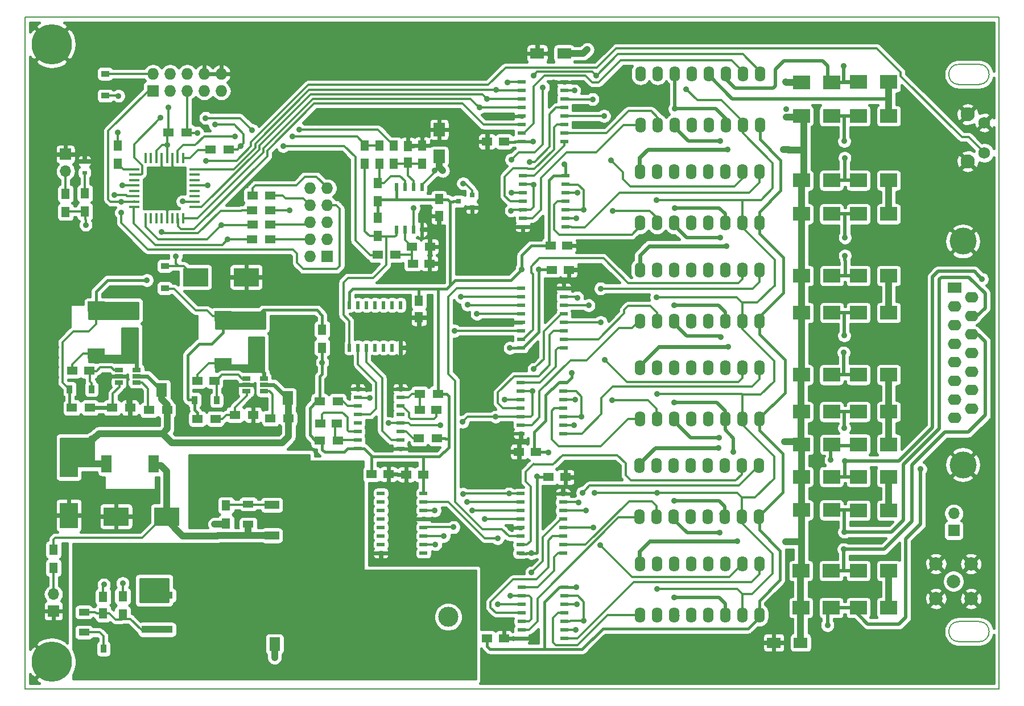
<source format=gbr>
G04 #@! TF.GenerationSoftware,KiCad,Pcbnew,(5.1.2)-1*
G04 #@! TF.CreationDate,2020-05-19T21:26:11+03:00*
G04 #@! TF.ProjectId,switch_controller,73776974-6368-45f6-936f-6e74726f6c6c,rev?*
G04 #@! TF.SameCoordinates,Original*
G04 #@! TF.FileFunction,Copper,L1,Top*
G04 #@! TF.FilePolarity,Positive*
%FSLAX46Y46*%
G04 Gerber Fmt 4.6, Leading zero omitted, Abs format (unit mm)*
G04 Created by KiCad (PCBNEW (5.1.2)-1) date 2020-05-19 21:26:11*
%MOMM*%
%LPD*%
G04 APERTURE LIST*
%ADD10C,0.150000*%
%ADD11C,4.000000*%
%ADD12R,2.000000X1.600000*%
%ADD13O,2.000000X1.600000*%
%ADD14R,1.727200X1.727200*%
%ADD15O,1.727200X1.727200*%
%ADD16R,1.500000X1.300000*%
%ADD17R,1.300000X1.500000*%
%ADD18R,1.250000X1.500000*%
%ADD19R,1.700000X1.700000*%
%ADD20O,1.700000X1.700000*%
%ADD21R,0.800000X0.600000*%
%ADD22R,2.500000X2.000000*%
%ADD23C,2.000000*%
%ADD24R,1.143000X0.508000*%
%ADD25R,2.160000X2.800000*%
%ADD26R,2.500000X1.500000*%
%ADD27R,1.500000X2.500000*%
%ADD28C,6.000000*%
%ADD29O,1.600000X2.300000*%
%ADD30R,1.220000X0.650000*%
%ADD31R,0.400000X1.500000*%
%ADD32R,1.500000X0.400000*%
%ADD33R,1.200000X0.900000*%
%ADD34R,1.500000X1.250000*%
%ADD35R,2.700000X3.750000*%
%ADD36R,1.600000X1.000000*%
%ADD37R,0.900000X1.200000*%
%ADD38R,1.600000X2.000000*%
%ADD39R,0.910000X1.220000*%
%ADD40C,3.000000*%
%ADD41R,1.700000X2.000000*%
%ADD42R,2.200000X1.200000*%
%ADD43R,6.400000X5.800000*%
%ADD44R,3.050000X2.750000*%
%ADD45R,4.600000X1.100000*%
%ADD46R,9.400000X10.800000*%
%ADD47R,4.550000X5.250000*%
%ADD48R,3.750000X2.700000*%
%ADD49R,0.508000X1.143000*%
%ADD50R,0.800100X0.800100*%
%ADD51R,1.220000X0.910000*%
%ADD52C,2.100000*%
%ADD53C,1.750000*%
%ADD54C,0.900000*%
%ADD55C,0.400000*%
%ADD56C,0.300000*%
%ADD57C,1.000000*%
%ADD58C,0.600000*%
%ADD59C,0.500000*%
%ADD60C,0.254000*%
G04 APERTURE END LIST*
D10*
X204000000Y-140000000D02*
X207000000Y-140000000D01*
X204000000Y-143000000D02*
G75*
G02X204000000Y-140000000I0J1500000D01*
G01*
X204000000Y-143000000D02*
X207000000Y-143000000D01*
X207000000Y-140000000D02*
G75*
G02X207000000Y-143000000I0J-1500000D01*
G01*
X204000000Y-60000000D02*
X207000000Y-60000000D01*
X204000000Y-57000000D02*
X207000000Y-57000000D01*
X204000000Y-60000000D02*
G75*
G02X204000000Y-57000000I0J1500000D01*
G01*
X207000000Y-57000000D02*
G75*
G02X207000000Y-60000000I0J-1500000D01*
G01*
X65000000Y-150000000D02*
X65000000Y-50000000D01*
X210000000Y-150000000D02*
X65000000Y-150000000D01*
X210000000Y-50000000D02*
X210000000Y-150000000D01*
X65000000Y-50000000D02*
X210000000Y-50000000D01*
D11*
X204600000Y-116650000D03*
X204600000Y-83350000D03*
D12*
X203330000Y-90305000D03*
D13*
X203330000Y-93075000D03*
X203330000Y-95845000D03*
X203330000Y-98615000D03*
X203330000Y-101385000D03*
X203330000Y-104155000D03*
X203330000Y-106925000D03*
X203330000Y-109695000D03*
X205870000Y-91690000D03*
X205870000Y-94460000D03*
X205870000Y-97230000D03*
X205870000Y-100000000D03*
X205870000Y-102770000D03*
X205870000Y-105540000D03*
X205870000Y-108310000D03*
D14*
X110000000Y-85625000D03*
D15*
X107460000Y-85625000D03*
X110000000Y-83085000D03*
X107460000Y-83085000D03*
X110000000Y-80545000D03*
X107460000Y-80545000D03*
X110000000Y-78005000D03*
X107460000Y-78005000D03*
X110000000Y-75465000D03*
X107460000Y-75465000D03*
D16*
X95350000Y-69650000D03*
X92650000Y-69650000D03*
D17*
X78800000Y-69075000D03*
X78800000Y-71775000D03*
X117500000Y-74700000D03*
X117500000Y-77400000D03*
X117525000Y-82575000D03*
X117525000Y-79875000D03*
X124125000Y-71775000D03*
X124125000Y-69075000D03*
D18*
X122025000Y-69150000D03*
X122025000Y-71650000D03*
D17*
X115600000Y-69075000D03*
X115600000Y-71775000D03*
X117775000Y-69100000D03*
X117775000Y-71800000D03*
X71050000Y-79000000D03*
X71050000Y-76300000D03*
X73925000Y-78925000D03*
X73925000Y-76225000D03*
D19*
X71050000Y-70400000D03*
D20*
X71050000Y-72940000D03*
D21*
X73875000Y-71425000D03*
X73875000Y-73125000D03*
D22*
X193550000Y-137950000D03*
X189050000Y-137950000D03*
X193550000Y-108750000D03*
X189050000Y-108750000D03*
X185100000Y-94000000D03*
X180600000Y-94000000D03*
X185050000Y-59700000D03*
X180550000Y-59700000D03*
X193550000Y-59650000D03*
X189050000Y-59650000D03*
X185050000Y-74300000D03*
X180550000Y-74300000D03*
X193550000Y-74300000D03*
X189050000Y-74300000D03*
X185100000Y-88500000D03*
X180600000Y-88500000D03*
X193550000Y-88500000D03*
X189050000Y-88500000D03*
X185050000Y-103250000D03*
X180550000Y-103250000D03*
X193550000Y-103250000D03*
X189050000Y-103250000D03*
X185050000Y-118450000D03*
X180550000Y-118450000D03*
X193550000Y-118450000D03*
X189050000Y-118450000D03*
X185000000Y-132450000D03*
X180500000Y-132450000D03*
X193550000Y-132450000D03*
X189050000Y-132450000D03*
X185050000Y-64700000D03*
X180550000Y-64700000D03*
X193550000Y-64700000D03*
X189050000Y-64700000D03*
X185050000Y-79300000D03*
X180550000Y-79300000D03*
X193550000Y-79300000D03*
X189050000Y-79300000D03*
X193550000Y-94000000D03*
X189050000Y-94000000D03*
X185050000Y-108750000D03*
X180550000Y-108750000D03*
X185050000Y-123400000D03*
X180550000Y-123400000D03*
X193550000Y-123450000D03*
X189050000Y-123450000D03*
X185000000Y-137950000D03*
X180500000Y-137950000D03*
X185100000Y-113650000D03*
X180600000Y-113650000D03*
X193550000Y-113600000D03*
X189050000Y-113600000D03*
D17*
X79550000Y-136250000D03*
X79550000Y-138950000D03*
D23*
X203200000Y-134000000D03*
X200600000Y-136600000D03*
X200600000Y-131400000D03*
X205800000Y-131400000D03*
X205800000Y-136600000D03*
D24*
X114525000Y-114245000D03*
X114525000Y-111705000D03*
X114525000Y-110435000D03*
X114525000Y-109165000D03*
X114525000Y-107895000D03*
X114525000Y-106625000D03*
X114525000Y-105355000D03*
X120875000Y-105355000D03*
X120875000Y-106625000D03*
X120875000Y-107895000D03*
X120875000Y-109165000D03*
X120875000Y-110435000D03*
X120875000Y-111705000D03*
X120875000Y-112975000D03*
X120875000Y-114245000D03*
X114525000Y-112975000D03*
D25*
X85280000Y-97600000D03*
X80820000Y-97600000D03*
X104080000Y-98950000D03*
X99620000Y-98950000D03*
D26*
X75600000Y-93100000D03*
X75600000Y-100100000D03*
D27*
X77150000Y-116550000D03*
X84150000Y-116550000D03*
D26*
X94500000Y-94500000D03*
X94500000Y-101500000D03*
D28*
X69000000Y-54000000D03*
X69000000Y-146000000D03*
D29*
X174400000Y-58400000D03*
X171860000Y-58400000D03*
X169320000Y-58400000D03*
X166780000Y-58400000D03*
X164240000Y-58400000D03*
X161700000Y-58400000D03*
X159160000Y-58400000D03*
X156620000Y-58400000D03*
X156620000Y-66020000D03*
X159160000Y-66020000D03*
X161700000Y-66020000D03*
X164240000Y-66020000D03*
X166780000Y-66020000D03*
X169320000Y-66020000D03*
X171860000Y-66020000D03*
X174400000Y-66020000D03*
D30*
X78990000Y-102500000D03*
X78990000Y-103450000D03*
X78990000Y-104400000D03*
X81610000Y-104400000D03*
X81610000Y-103450000D03*
X81610000Y-102500000D03*
X97940000Y-103800000D03*
X97940000Y-104750000D03*
X97940000Y-105700000D03*
X100560000Y-105700000D03*
X100560000Y-104750000D03*
X100560000Y-103800000D03*
D14*
X84060000Y-60960000D03*
D15*
X84060000Y-58420000D03*
X86600000Y-60960000D03*
X86600000Y-58420000D03*
X89140000Y-60960000D03*
X89140000Y-58420000D03*
X91680000Y-60960000D03*
X91680000Y-58420000D03*
X94220000Y-60960000D03*
X94220000Y-58420000D03*
D31*
X88550000Y-70940000D03*
X87750000Y-70940000D03*
X86950000Y-70940000D03*
X86150000Y-70940000D03*
X85350000Y-70940000D03*
X84550000Y-70940000D03*
X83750000Y-70940000D03*
X82950000Y-70940000D03*
D32*
X81250000Y-72640000D03*
X81250000Y-73440000D03*
X81250000Y-74240000D03*
X81250000Y-75040000D03*
X81250000Y-75840000D03*
X81250000Y-76640000D03*
X81250000Y-77440000D03*
X81250000Y-78240000D03*
D31*
X82950000Y-79940000D03*
X83750000Y-79940000D03*
X84550000Y-79940000D03*
X85350000Y-79940000D03*
X86150000Y-79940000D03*
X86950000Y-79940000D03*
X87750000Y-79940000D03*
X88550000Y-79940000D03*
D32*
X90250000Y-78240000D03*
X90250000Y-77440000D03*
X90250000Y-76640000D03*
X90250000Y-75840000D03*
X90250000Y-75040000D03*
X90250000Y-74240000D03*
X90250000Y-73440000D03*
X90250000Y-72640000D03*
D16*
X98850000Y-80875000D03*
X101550000Y-80875000D03*
X98825000Y-78725000D03*
X101525000Y-78725000D03*
D12*
X180450000Y-143150000D03*
X176450000Y-143150000D03*
D17*
X109250000Y-99200000D03*
X109250000Y-96500000D03*
D33*
X85820000Y-87050000D03*
X85820000Y-90350000D03*
D16*
X86350000Y-67150000D03*
X89050000Y-67150000D03*
D24*
X138898000Y-134890000D03*
X138898000Y-136160000D03*
X138898000Y-137430000D03*
X138898000Y-138700000D03*
X138898000Y-139970000D03*
X138898000Y-141240000D03*
X138898000Y-142510000D03*
X145248000Y-142510000D03*
X145248000Y-141240000D03*
X145248000Y-138700000D03*
X145248000Y-137430000D03*
X145248000Y-136160000D03*
X145248000Y-134890000D03*
X145248000Y-139970000D03*
D34*
X124250000Y-118100000D03*
X121750000Y-118100000D03*
D24*
X139098000Y-73590000D03*
X139098000Y-74860000D03*
X139098000Y-76130000D03*
X139098000Y-77400000D03*
X139098000Y-78670000D03*
X139098000Y-79940000D03*
X139098000Y-81210000D03*
X145448000Y-81210000D03*
X145448000Y-79940000D03*
X145448000Y-77400000D03*
X145448000Y-76130000D03*
X145448000Y-74860000D03*
X145448000Y-73590000D03*
X145448000Y-78670000D03*
D34*
X125225000Y-86675000D03*
X122725000Y-86675000D03*
D35*
X71550000Y-116625000D03*
X71550000Y-124175000D03*
D29*
X174280000Y-116800000D03*
X171740000Y-116800000D03*
X169200000Y-116800000D03*
X166660000Y-116800000D03*
X164120000Y-116800000D03*
X161580000Y-116800000D03*
X159040000Y-116800000D03*
X156500000Y-116800000D03*
X156500000Y-124420000D03*
X159040000Y-124420000D03*
X161580000Y-124420000D03*
X164120000Y-124420000D03*
X166660000Y-124420000D03*
X169200000Y-124420000D03*
X171740000Y-124420000D03*
X174280000Y-124420000D03*
X174300000Y-131400000D03*
X171760000Y-131400000D03*
X169220000Y-131400000D03*
X166680000Y-131400000D03*
X164140000Y-131400000D03*
X161600000Y-131400000D03*
X159060000Y-131400000D03*
X156520000Y-131400000D03*
X156520000Y-139020000D03*
X159060000Y-139020000D03*
X161600000Y-139020000D03*
X164140000Y-139020000D03*
X166680000Y-139020000D03*
X169220000Y-139020000D03*
X171760000Y-139020000D03*
X174300000Y-139020000D03*
D17*
X69250000Y-129300000D03*
X69250000Y-132000000D03*
X94950000Y-125400000D03*
X94950000Y-122700000D03*
D19*
X69250000Y-138440000D03*
D20*
X69250000Y-135900000D03*
D36*
X98250000Y-125500000D03*
X98250000Y-122500000D03*
X73800000Y-141600000D03*
X73800000Y-138600000D03*
D37*
X76700000Y-144050000D03*
X80000000Y-144050000D03*
D18*
X76650000Y-138800000D03*
X76650000Y-136300000D03*
D38*
X102150000Y-139350000D03*
X102150000Y-143350000D03*
D39*
X74935000Y-105400000D03*
X71665000Y-105400000D03*
D16*
X72000000Y-108150000D03*
X74700000Y-108150000D03*
X77950000Y-108150000D03*
X80650000Y-108150000D03*
D38*
X85350000Y-105500000D03*
X85350000Y-101500000D03*
D34*
X74550000Y-102650000D03*
X72050000Y-102650000D03*
D12*
X81000000Y-94250000D03*
X85000000Y-94250000D03*
D16*
X83450000Y-108500000D03*
X86150000Y-108500000D03*
D40*
X128000000Y-139300000D03*
X107000000Y-139300000D03*
D41*
X126675000Y-70725000D03*
X126675000Y-66725000D03*
D16*
X111550000Y-107200000D03*
X108850000Y-107200000D03*
X126450000Y-106100000D03*
X123750000Y-106100000D03*
X123650000Y-112725000D03*
X126350000Y-112725000D03*
X111550000Y-113000000D03*
X108850000Y-113000000D03*
X120175000Y-85375000D03*
X117475000Y-85375000D03*
D17*
X119925000Y-69100000D03*
X119925000Y-71800000D03*
D16*
X122575000Y-84175000D03*
X125275000Y-84175000D03*
X96250000Y-109200000D03*
X98950000Y-109200000D03*
X90650000Y-109800000D03*
X93350000Y-109800000D03*
X101550000Y-76550000D03*
X98850000Y-76550000D03*
X101545000Y-83035000D03*
X98845000Y-83035000D03*
X101550000Y-109750000D03*
X104250000Y-109750000D03*
D42*
X101750000Y-122620000D03*
X101750000Y-127180000D03*
D43*
X108050000Y-124900000D03*
D44*
X109725000Y-126425000D03*
X106375000Y-123375000D03*
X109725000Y-123375000D03*
X106375000Y-126425000D03*
D19*
X203250000Y-126450000D03*
D20*
X203250000Y-123910000D03*
D45*
X84675000Y-136110000D03*
X84675000Y-141190000D03*
D46*
X93825000Y-138650000D03*
D47*
X96250000Y-141425000D03*
X91400000Y-135875000D03*
X96250000Y-135875000D03*
X91400000Y-141425000D03*
D34*
X126250000Y-108500000D03*
X123750000Y-108500000D03*
X108950000Y-110500000D03*
X111450000Y-110500000D03*
D12*
X99750000Y-95600000D03*
X103750000Y-95600000D03*
D34*
X93200000Y-104150000D03*
X90700000Y-104150000D03*
D48*
X90395000Y-88700000D03*
X97945000Y-88700000D03*
D18*
X126625000Y-77075000D03*
X126625000Y-79575000D03*
X123650000Y-92200000D03*
X123650000Y-94700000D03*
D12*
X145250000Y-55400000D03*
X141250000Y-55400000D03*
D34*
X142950000Y-118500000D03*
X145450000Y-118500000D03*
D38*
X104100000Y-106700000D03*
X104100000Y-102700000D03*
D34*
X143450000Y-87600000D03*
X145950000Y-87600000D03*
X136300000Y-68500000D03*
X133800000Y-68500000D03*
X116600000Y-118050000D03*
X119100000Y-118050000D03*
D48*
X86125000Y-124350000D03*
X78575000Y-124350000D03*
D34*
X133800000Y-142500000D03*
X136300000Y-142500000D03*
X141050000Y-114700000D03*
X138550000Y-114700000D03*
X143250000Y-84025000D03*
X145750000Y-84025000D03*
D39*
X93535000Y-107000000D03*
X90265000Y-107000000D03*
D29*
X174300000Y-73000000D03*
X171760000Y-73000000D03*
X169220000Y-73000000D03*
X166680000Y-73000000D03*
X164140000Y-73000000D03*
X161600000Y-73000000D03*
X159060000Y-73000000D03*
X156520000Y-73000000D03*
X156520000Y-80620000D03*
X159060000Y-80620000D03*
X161600000Y-80620000D03*
X164140000Y-80620000D03*
X166680000Y-80620000D03*
X169220000Y-80620000D03*
X171760000Y-80620000D03*
X174300000Y-80620000D03*
X174300000Y-87600000D03*
X171760000Y-87600000D03*
X169220000Y-87600000D03*
X166680000Y-87600000D03*
X164140000Y-87600000D03*
X161600000Y-87600000D03*
X159060000Y-87600000D03*
X156520000Y-87600000D03*
X156520000Y-95220000D03*
X159060000Y-95220000D03*
X161600000Y-95220000D03*
X164140000Y-95220000D03*
X166680000Y-95220000D03*
X169220000Y-95220000D03*
X171760000Y-95220000D03*
X174300000Y-95220000D03*
X174300000Y-102200000D03*
X171760000Y-102200000D03*
X169220000Y-102200000D03*
X166680000Y-102200000D03*
X164140000Y-102200000D03*
X161600000Y-102200000D03*
X159060000Y-102200000D03*
X156520000Y-102200000D03*
X156520000Y-109820000D03*
X159060000Y-109820000D03*
X161600000Y-109820000D03*
X164140000Y-109820000D03*
X166680000Y-109820000D03*
X169220000Y-109820000D03*
X171760000Y-109820000D03*
X174300000Y-109820000D03*
D24*
X138798000Y-104390000D03*
X138798000Y-105660000D03*
X138798000Y-106930000D03*
X138798000Y-108200000D03*
X138798000Y-109470000D03*
X138798000Y-110740000D03*
X138798000Y-112010000D03*
X145148000Y-112010000D03*
X145148000Y-110740000D03*
X145148000Y-108200000D03*
X145148000Y-106930000D03*
X145148000Y-105660000D03*
X145148000Y-104390000D03*
X145148000Y-109470000D03*
D49*
X120270000Y-75250000D03*
X121540000Y-75250000D03*
X122810000Y-75250000D03*
X124080000Y-75250000D03*
X124080000Y-81600000D03*
X122810000Y-81600000D03*
X121540000Y-81600000D03*
X120270000Y-81600000D03*
D50*
X131550760Y-78350000D03*
X131550760Y-76450000D03*
X129551780Y-77400000D03*
D49*
X113290000Y-99202000D03*
X114560000Y-99202000D03*
X115830000Y-99202000D03*
X117100000Y-99202000D03*
X118370000Y-99202000D03*
X119640000Y-99202000D03*
X120910000Y-99202000D03*
X120910000Y-92852000D03*
X119640000Y-92852000D03*
X117100000Y-92852000D03*
X115830000Y-92852000D03*
X114560000Y-92852000D03*
X113290000Y-92852000D03*
X118370000Y-92852000D03*
D24*
X138925000Y-68545000D03*
X138925000Y-66005000D03*
X138925000Y-64735000D03*
X138925000Y-63465000D03*
X138925000Y-62195000D03*
X138925000Y-60925000D03*
X138925000Y-59655000D03*
X145275000Y-59655000D03*
X145275000Y-60925000D03*
X145275000Y-62195000D03*
X145275000Y-63465000D03*
X145275000Y-64735000D03*
X145275000Y-66005000D03*
X145275000Y-67275000D03*
X145275000Y-68545000D03*
X138925000Y-67275000D03*
X138825000Y-99245000D03*
X138825000Y-96705000D03*
X138825000Y-95435000D03*
X138825000Y-94165000D03*
X138825000Y-92895000D03*
X138825000Y-91625000D03*
X138825000Y-90355000D03*
X145175000Y-90355000D03*
X145175000Y-91625000D03*
X145175000Y-92895000D03*
X145175000Y-94165000D03*
X145175000Y-95435000D03*
X145175000Y-96705000D03*
X145175000Y-97975000D03*
X145175000Y-99245000D03*
X138825000Y-97975000D03*
X138725000Y-129845000D03*
X138725000Y-127305000D03*
X138725000Y-126035000D03*
X138725000Y-124765000D03*
X138725000Y-123495000D03*
X138725000Y-122225000D03*
X138725000Y-120955000D03*
X145075000Y-120955000D03*
X145075000Y-122225000D03*
X145075000Y-123495000D03*
X145075000Y-124765000D03*
X145075000Y-126035000D03*
X145075000Y-127305000D03*
X145075000Y-128575000D03*
X145075000Y-129845000D03*
X138725000Y-128575000D03*
X124325000Y-120905000D03*
X124325000Y-123445000D03*
X124325000Y-124715000D03*
X124325000Y-125985000D03*
X124325000Y-127255000D03*
X124325000Y-128525000D03*
X124325000Y-129795000D03*
X117975000Y-129795000D03*
X117975000Y-128525000D03*
X117975000Y-127255000D03*
X117975000Y-125985000D03*
X117975000Y-124715000D03*
X117975000Y-123445000D03*
X117975000Y-122175000D03*
X117975000Y-120905000D03*
X124325000Y-122175000D03*
D51*
X76950000Y-61685000D03*
X76950000Y-58415000D03*
D52*
X205310000Y-71460000D03*
D53*
X207800000Y-70200000D03*
X207800000Y-65700000D03*
D52*
X205310000Y-64450000D03*
D54*
X119150000Y-114200000D03*
X120350000Y-119800000D03*
X140400000Y-129800000D03*
X141200000Y-118400000D03*
X142900000Y-114800000D03*
X146400000Y-103000000D03*
X141500000Y-87550000D03*
X137195000Y-99245000D03*
X147100000Y-134900000D03*
X138950000Y-87550000D03*
X140600000Y-68545000D03*
X109250000Y-101400000D03*
X145249998Y-71850000D03*
X73900000Y-62750000D03*
X95750000Y-106700000D03*
X95700000Y-104750000D03*
X112730000Y-105280000D03*
X120900000Y-103900000D03*
X147600000Y-116800000D03*
X136475000Y-114650000D03*
X148400000Y-87500000D03*
X135900000Y-82700000D03*
X137500000Y-101400000D03*
X76950000Y-103500000D03*
X76950000Y-105450000D03*
X120050000Y-129800000D03*
X143700000Y-59700000D03*
X84150000Y-76790000D03*
X136750000Y-64700000D03*
X72100000Y-92050000D03*
X83400000Y-110400000D03*
X81900000Y-110400000D03*
X80400000Y-110400000D03*
X78900000Y-110400000D03*
X77400000Y-110400000D03*
X75900000Y-110400000D03*
X74400000Y-110400000D03*
X72900000Y-110400000D03*
X71400000Y-110400000D03*
X70000000Y-109750000D03*
X69750000Y-108150000D03*
X69750000Y-106650000D03*
X69750000Y-105150000D03*
X88150000Y-109150000D03*
X88150000Y-107650000D03*
X88150000Y-106150000D03*
X88150000Y-104650000D03*
X88150000Y-103150000D03*
X88000000Y-101650000D03*
X88000000Y-100150000D03*
X88000000Y-98650000D03*
X88000000Y-97150000D03*
X88000000Y-95650000D03*
X88000000Y-94150000D03*
X87400000Y-92650000D03*
X85900000Y-92150000D03*
X84400000Y-92150000D03*
X83000000Y-91475000D03*
X81375000Y-91200000D03*
X79900000Y-91200000D03*
X78550000Y-91200000D03*
X69650000Y-103650000D03*
X69650000Y-102150000D03*
X69650000Y-100650000D03*
X69650000Y-99150000D03*
X69650000Y-97650000D03*
X69500000Y-96250000D03*
X69500000Y-94750000D03*
X70750000Y-93250000D03*
X73900000Y-91150000D03*
X77150000Y-91150000D03*
X89000000Y-111650000D03*
X90500000Y-111650000D03*
X92000000Y-111650000D03*
X93500000Y-111650000D03*
X95000000Y-111650000D03*
X96500000Y-111650000D03*
X98000000Y-111650000D03*
X99500000Y-111650000D03*
X101000000Y-111650000D03*
X102500000Y-111650000D03*
X106000000Y-111400000D03*
X106250000Y-109900000D03*
X106250000Y-108400000D03*
X106250000Y-106900000D03*
X106250000Y-105400000D03*
X106250000Y-103900000D03*
X106250000Y-102400000D03*
X106250000Y-100900000D03*
X106250000Y-99400000D03*
X106250000Y-97900000D03*
X106250000Y-96400000D03*
X106250000Y-94900000D03*
X106250000Y-92400000D03*
X104750000Y-92400000D03*
X103250000Y-92400000D03*
X101750000Y-92400000D03*
X100250000Y-92400000D03*
X97250000Y-92400000D03*
X95750000Y-92400000D03*
X94250000Y-92400000D03*
X92750000Y-92400000D03*
X91250000Y-92400000D03*
X93250000Y-125500000D03*
X75250000Y-122250000D03*
X75250000Y-124000000D03*
X75250000Y-125750000D03*
X85750000Y-134250000D03*
X84250000Y-134250000D03*
X82750000Y-134250000D03*
X102175000Y-145350000D03*
X151500000Y-144250000D03*
X153000000Y-144250000D03*
X154500000Y-144250000D03*
X124250000Y-66775000D03*
X142350000Y-52700000D03*
X140300000Y-52700000D03*
X174150000Y-142450000D03*
X174150000Y-143850000D03*
X73000000Y-57050000D03*
X70400000Y-59550000D03*
X71750000Y-65100000D03*
X102150000Y-102800000D03*
X101900000Y-100900000D03*
X101800000Y-98950000D03*
X101800000Y-96950000D03*
X99300000Y-107200000D03*
X83100000Y-95750000D03*
X83050000Y-97550000D03*
X83000000Y-99650000D03*
X83300000Y-101500000D03*
X80300000Y-106000000D03*
X126625000Y-81975000D03*
X79550000Y-134299944D03*
X76750000Y-134500012D03*
X136600000Y-140325000D03*
X137200000Y-126050000D03*
X137200000Y-95400000D03*
X143150000Y-91900000D03*
X123650000Y-97150000D03*
X148325000Y-84075000D03*
X178300000Y-64875000D03*
X71150000Y-113300000D03*
X177900000Y-69700000D03*
X169399996Y-84100000D03*
X169600000Y-69700000D03*
X178250004Y-128100000D03*
X171000000Y-128049990D03*
X178200006Y-59600000D03*
X168200000Y-114150000D03*
X72500000Y-113300000D03*
X148700000Y-54800000D03*
X169700000Y-99050000D03*
X178300000Y-63700000D03*
X178050000Y-113249998D03*
X180550000Y-98600000D03*
X180499998Y-84100000D03*
X83150000Y-89150000D03*
X88050000Y-73225000D03*
X128599990Y-66725000D03*
X186850000Y-57250000D03*
X161700000Y-63600000D03*
X161700000Y-78399994D03*
X161600002Y-92900000D03*
X161600002Y-107400000D03*
X161600000Y-122000000D03*
X161650000Y-136400000D03*
X170450000Y-114700000D03*
X184950000Y-115950000D03*
X186950000Y-68450000D03*
X168500000Y-68400000D03*
X152200000Y-71300000D03*
X151200000Y-64700000D03*
X187000000Y-70950000D03*
X152500000Y-78800000D03*
X149500000Y-62200000D03*
X187049998Y-82800000D03*
X168500000Y-82825000D03*
X187050000Y-85500000D03*
X168600000Y-97600004D03*
X186950000Y-97400000D03*
X150700000Y-95400000D03*
X151300000Y-101000000D03*
X186850000Y-99950000D03*
X152400000Y-107000000D03*
X148900000Y-92900000D03*
X168350000Y-112649999D03*
X186950000Y-111150000D03*
X207450000Y-89000000D03*
X187000000Y-116100000D03*
X186950000Y-126650000D03*
X168400000Y-126750000D03*
X149615000Y-126035000D03*
X150600000Y-128600000D03*
X186850000Y-129250000D03*
X148504998Y-123495000D03*
X184450000Y-140550000D03*
X198300000Y-117300000D03*
X85350000Y-81950000D03*
X79300000Y-77450000D03*
X94199996Y-80975000D03*
X79300000Y-79100000D03*
X78300010Y-76500000D03*
X92200000Y-75050000D03*
X90650002Y-67200000D03*
X95200000Y-83100000D03*
X103425002Y-69175000D03*
X97125000Y-69175000D03*
X78800000Y-67150000D03*
X93275000Y-65975000D03*
X140150000Y-71550000D03*
X147090000Y-79940000D03*
X146775000Y-60925000D03*
X147200000Y-76150000D03*
X127350000Y-127250000D03*
X133800000Y-62150002D03*
X130874990Y-92815689D03*
X131579628Y-123432428D03*
X128792902Y-125950000D03*
X133449990Y-124750000D03*
X132650010Y-63449996D03*
X132288441Y-94190240D03*
X126100000Y-128500000D03*
X135099998Y-60799998D03*
X129900000Y-91650000D03*
X130224990Y-74750000D03*
X130799969Y-122200000D03*
X140750000Y-102400000D03*
X146740002Y-110740000D03*
X140400000Y-132700000D03*
X146960014Y-141240000D03*
X147200000Y-91750022D03*
X146880000Y-106930000D03*
X147400000Y-122300014D03*
X147149998Y-137400000D03*
X91910000Y-71350000D03*
X79535000Y-75040000D03*
X159100000Y-106100000D03*
X159000000Y-77200000D03*
X163400000Y-60700000D03*
X159000002Y-91700004D03*
X159100000Y-120800000D03*
X159100000Y-135150000D03*
X149750000Y-120800000D03*
X135350000Y-127600000D03*
X86150000Y-69050010D03*
X87475002Y-85600000D03*
X78925000Y-61700000D03*
X86350000Y-63450000D03*
X193600000Y-76750000D03*
X193550000Y-91200000D03*
X193550000Y-135200000D03*
X193550000Y-105950000D03*
X193550000Y-120850000D03*
X125975000Y-72825000D03*
X127200000Y-72850000D03*
X122875000Y-78400000D03*
X104350000Y-78750000D03*
X136800000Y-59700000D03*
X128950010Y-96700000D03*
X137054998Y-120955000D03*
X126000000Y-123450000D03*
X130199958Y-121000000D03*
X150021759Y-58678241D03*
X137450000Y-76100000D03*
X137400000Y-71200000D03*
X142100000Y-60450000D03*
X140700000Y-58650000D03*
X150700000Y-90400000D03*
X136379998Y-106930000D03*
X135400000Y-137400002D03*
X148000000Y-120800002D03*
X137200000Y-136150000D03*
X148200000Y-139900000D03*
X135050000Y-109500000D03*
X140550000Y-105650000D03*
X147800000Y-109450000D03*
X130150000Y-110250000D03*
X126850000Y-110750000D03*
X119100000Y-110450000D03*
X116300000Y-106650000D03*
X137350000Y-78800000D03*
X140728248Y-74921752D03*
X148200000Y-78700000D03*
X88475000Y-77425000D03*
X74050000Y-80925000D03*
X104850000Y-67775000D03*
X96275000Y-67750000D03*
X85175000Y-64975000D03*
X98800000Y-66800000D03*
X105800000Y-66725000D03*
X91900000Y-65000000D03*
D55*
X113290000Y-90910000D02*
X113750000Y-90450000D01*
X113290000Y-90910000D02*
X113290000Y-92852000D01*
X141200000Y-128900000D02*
X141200000Y-118400000D01*
X140800000Y-114700000D02*
X142800000Y-114700000D01*
X141300000Y-118500000D02*
X143200000Y-118500000D01*
X141200000Y-118400000D02*
X141300000Y-118500000D01*
X142800000Y-114700000D02*
X142900000Y-114800000D01*
X140800000Y-114700000D02*
X140800000Y-111800000D01*
X144410000Y-104390000D02*
X145148000Y-104390000D01*
X142500000Y-106300000D02*
X144410000Y-104390000D01*
X142500000Y-110100000D02*
X142500000Y-106300000D01*
X140800000Y-111800000D02*
X142500000Y-110100000D01*
X145148000Y-104390000D02*
X145610000Y-104390000D01*
X145610000Y-104390000D02*
X146400000Y-103600000D01*
X146400000Y-103600000D02*
X146400000Y-103000000D01*
X146400000Y-103000000D02*
X146348000Y-103052000D01*
X108400000Y-107200000D02*
X109250000Y-107200000D01*
X107400000Y-108200000D02*
X108400000Y-107200000D01*
X108200000Y-113000000D02*
X107400000Y-112200000D01*
X113055000Y-114245000D02*
X112550000Y-114750000D01*
X107400000Y-112200000D02*
X107400000Y-108200000D01*
X114525000Y-114245000D02*
X113055000Y-114245000D01*
X112550000Y-114750000D02*
X109600000Y-114750000D01*
X109600000Y-114750000D02*
X109250000Y-114400000D01*
X109250000Y-114400000D02*
X109250000Y-113000000D01*
X109250000Y-113000000D02*
X108200000Y-113000000D01*
X142207106Y-87550000D02*
X141500000Y-87550000D01*
X141500008Y-88257114D02*
X141500000Y-88257106D01*
X141500000Y-88257106D02*
X141500000Y-87550000D01*
X143700000Y-87600000D02*
X143650000Y-87550000D01*
X141500008Y-96887492D02*
X141500008Y-88257114D01*
X143650000Y-87550000D02*
X142207106Y-87550000D01*
X139142500Y-99245000D02*
X141500008Y-96887492D01*
X138825000Y-99245000D02*
X139142500Y-99245000D01*
X138825000Y-99245000D02*
X137195000Y-99245000D01*
X139692894Y-129800000D02*
X139642894Y-129850000D01*
X140400000Y-129800000D02*
X139692894Y-129800000D01*
X139642894Y-129850000D02*
X138600000Y-129850000D01*
X141200000Y-129707106D02*
X141200000Y-128900000D01*
X141107106Y-129800000D02*
X141200000Y-129707106D01*
X140400000Y-129800000D02*
X141107106Y-129800000D01*
X144510000Y-134890000D02*
X145248000Y-134890000D01*
X142300000Y-142500000D02*
X142300000Y-137100000D01*
X142300000Y-137100000D02*
X144510000Y-134890000D01*
X145248000Y-134890000D02*
X147090000Y-134890000D01*
X147090000Y-134890000D02*
X147100000Y-134900000D01*
X138925000Y-68545000D02*
X140600000Y-68545000D01*
X124325000Y-120251000D02*
X124300000Y-120226000D01*
X124325000Y-120905000D02*
X124325000Y-120251000D01*
X124300000Y-120226000D02*
X124300000Y-118100000D01*
X123650000Y-91050000D02*
X123650000Y-90450000D01*
X123650000Y-92200000D02*
X123650000Y-91050000D01*
X125000000Y-90450000D02*
X123650000Y-90450000D01*
X123650000Y-90450000D02*
X113750000Y-90450000D01*
X109250000Y-103100000D02*
X108850000Y-103500000D01*
X108850000Y-103500000D02*
X108850000Y-107050000D01*
X115496500Y-114245000D02*
X116500000Y-115248500D01*
X114525000Y-114245000D02*
X115496500Y-114245000D01*
X116500000Y-115248500D02*
X116701500Y-115450000D01*
X116600000Y-115551500D02*
X116701500Y-115450000D01*
X116600000Y-118050000D02*
X116600000Y-115551500D01*
X120270000Y-75250000D02*
X120270000Y-77120000D01*
X120270000Y-77120000D02*
X120325000Y-77175000D01*
X137953500Y-68545000D02*
X137948500Y-68550000D01*
X138925000Y-68545000D02*
X137953500Y-68545000D01*
X137948500Y-68550000D02*
X136350000Y-68550000D01*
X109250000Y-101400000D02*
X109250000Y-103100000D01*
X109250000Y-99200000D02*
X109250000Y-101400000D01*
X133800000Y-143700000D02*
X133800000Y-142450000D01*
X134200000Y-144100000D02*
X133800000Y-143700000D01*
X142300000Y-142500000D02*
X142300000Y-144100000D01*
X142300000Y-144100000D02*
X134200000Y-144100000D01*
X174300000Y-139370000D02*
X174300000Y-139020000D01*
X142300000Y-144100000D02*
X143680748Y-144100000D01*
X143680748Y-144100000D02*
X143730758Y-144150010D01*
X147899990Y-144150010D02*
X151000000Y-141050000D01*
X143730758Y-144150010D02*
X147899990Y-144150010D01*
X151000000Y-141050000D02*
X172620000Y-141050000D01*
X172620000Y-141050000D02*
X174300000Y-139370000D01*
X145448000Y-73590000D02*
X145448000Y-72048002D01*
X145448000Y-72048002D02*
X145249998Y-71850000D01*
X126450000Y-90450000D02*
X125000000Y-90450000D01*
X128100000Y-112800000D02*
X128100000Y-106450000D01*
X128100000Y-106450000D02*
X127750000Y-106100000D01*
X127750000Y-106100000D02*
X126500000Y-106100000D01*
X126500000Y-106100000D02*
X126500000Y-90500000D01*
X126500000Y-90500000D02*
X126450000Y-90450000D01*
X127750000Y-90450000D02*
X125000000Y-90450000D01*
X138950000Y-87550000D02*
X137350000Y-89150000D01*
X137350000Y-89150000D02*
X129050000Y-89150000D01*
X177500000Y-71300000D02*
X174400000Y-68200000D01*
X177500000Y-75800000D02*
X177500000Y-71300000D01*
X174300000Y-79000000D02*
X177500000Y-75800000D01*
X174400000Y-68200000D02*
X174400000Y-67570000D01*
X174300000Y-126350000D02*
X174300000Y-124250000D01*
X178100000Y-101000000D02*
X174300000Y-97200000D01*
X177400000Y-133800000D02*
X177400000Y-129450000D01*
X174300000Y-82200000D02*
X174300000Y-79000000D01*
X177800000Y-120750000D02*
X177800000Y-115000000D01*
X174400000Y-67570000D02*
X174400000Y-66020000D01*
X174300000Y-124250000D02*
X177800000Y-120750000D01*
X174300000Y-139020000D02*
X174300000Y-136900000D01*
X177800000Y-115000000D02*
X174350000Y-111550000D01*
X174350000Y-111550000D02*
X174350000Y-109670000D01*
X177400000Y-129450000D02*
X174300000Y-126350000D01*
X174350000Y-109670000D02*
X178100000Y-105920000D01*
X178100000Y-105920000D02*
X178100000Y-101000000D01*
X174300000Y-136900000D02*
X177400000Y-133800000D01*
X174300000Y-97200000D02*
X174300000Y-94600000D01*
X177900000Y-91000000D02*
X177900000Y-85800000D01*
X174300000Y-94600000D02*
X177900000Y-91000000D01*
X177900000Y-85800000D02*
X174300000Y-82200000D01*
X120325000Y-77175000D02*
X117600000Y-77175000D01*
X138950000Y-87550000D02*
X138950000Y-85450000D01*
X140375000Y-84025000D02*
X143175000Y-84025000D01*
X138950000Y-85450000D02*
X140375000Y-84025000D01*
X143000000Y-74300000D02*
X143000000Y-81900000D01*
X145448000Y-73590000D02*
X143710000Y-73590000D01*
X143710000Y-73590000D02*
X143000000Y-74300000D01*
X143000000Y-81900000D02*
X143000000Y-83750000D01*
X127575000Y-112800000D02*
X128100000Y-112800000D01*
X127500000Y-112725000D02*
X127575000Y-112800000D01*
X126350000Y-112725000D02*
X127500000Y-112725000D01*
X128100000Y-112800000D02*
X128100000Y-114050000D01*
X126700000Y-115450000D02*
X124650000Y-115450000D01*
X128100000Y-114050000D02*
X126700000Y-115450000D01*
X124250000Y-115500000D02*
X124300000Y-115450000D01*
X124250000Y-118100000D02*
X124250000Y-115500000D01*
X116701500Y-115450000D02*
X124300000Y-115450000D01*
X124300000Y-115450000D02*
X124650000Y-115450000D01*
D56*
X128300000Y-89900000D02*
X128237500Y-89962500D01*
D55*
X128237500Y-89962500D02*
X127750000Y-90450000D01*
X128300000Y-89650000D02*
X128425000Y-89775000D01*
X128425000Y-89775000D02*
X128237500Y-89962500D01*
X129050000Y-89150000D02*
X128425000Y-89775000D01*
X120325000Y-77175000D02*
X120375000Y-77125000D01*
X120375000Y-77125000D02*
X127925000Y-77125000D01*
X127925000Y-77125000D02*
X128300000Y-77500000D01*
X128300000Y-77500000D02*
X128300000Y-89650000D01*
X117550000Y-79100000D02*
X117550000Y-79925000D01*
X117550000Y-77975000D02*
X117550000Y-79100000D01*
X128651730Y-77500000D02*
X128300000Y-77500000D01*
X128751730Y-77400000D02*
X128651730Y-77500000D01*
X129551780Y-77400000D02*
X128751730Y-77400000D01*
D57*
X95700000Y-104750000D02*
X95700000Y-106650000D01*
D56*
X95700000Y-106650000D02*
X95750000Y-106700000D01*
D58*
X97999520Y-104750000D02*
X95700000Y-104750000D01*
D57*
X104100000Y-99730000D02*
X104230000Y-99600000D01*
D55*
X138800000Y-114700000D02*
X138000000Y-114700000D01*
X146500000Y-87600000D02*
X146400000Y-87600000D01*
X146400000Y-87600000D02*
X145700000Y-87600000D01*
D57*
X85350000Y-98270000D02*
X85330000Y-98250000D01*
D58*
X79049520Y-103450000D02*
X77000000Y-103450000D01*
D56*
X80300000Y-103800000D02*
X79950000Y-103450000D01*
D58*
X79950000Y-103450000D02*
X79049520Y-103450000D01*
D56*
X80300000Y-107400000D02*
X80300000Y-105700000D01*
D57*
X76950000Y-103500000D02*
X76950000Y-105450000D01*
D55*
X143505000Y-59655000D02*
X143467470Y-59617470D01*
X136785000Y-64735000D02*
X136750000Y-64700000D01*
D56*
X98950000Y-108250000D02*
X99300000Y-107900000D01*
X98950000Y-109200000D02*
X98950000Y-108250000D01*
X99300000Y-107900000D02*
X99300000Y-107200000D01*
X99300000Y-105250000D02*
X98800000Y-104750000D01*
D58*
X98800000Y-104750000D02*
X97800000Y-104750000D01*
D57*
X93250000Y-125500000D02*
X94500000Y-125500000D01*
D55*
X125275000Y-83766500D02*
X125225000Y-83816500D01*
D57*
X84850000Y-94050000D02*
X85330000Y-94530000D01*
X84500000Y-94250000D02*
X84650000Y-94250000D01*
X84650000Y-94250000D02*
X84850000Y-94050000D01*
X103800000Y-95450000D02*
X104230000Y-95880000D01*
X103250000Y-95600000D02*
X103650000Y-95600000D01*
X103650000Y-95600000D02*
X103800000Y-95450000D01*
D56*
X99300000Y-107200000D02*
X99300000Y-105250000D01*
X80300000Y-105700000D02*
X80300000Y-103800000D01*
X85350000Y-70940000D02*
X85350000Y-72650000D01*
X86900000Y-72650000D02*
X86950000Y-72600000D01*
X86950000Y-72600000D02*
X86950000Y-70950000D01*
X86150000Y-72750000D02*
X86250000Y-72650000D01*
X86150000Y-79940000D02*
X86150000Y-72750000D01*
X85350000Y-72650000D02*
X86250000Y-72650000D01*
X86250000Y-72650000D02*
X86900000Y-72650000D01*
D58*
X125225000Y-86675000D02*
X125225000Y-84075000D01*
D56*
X79550000Y-135600000D02*
X79550000Y-134299944D01*
X76650000Y-134600012D02*
X76750000Y-134500012D01*
X76650000Y-136300000D02*
X76650000Y-134600012D01*
D57*
X102150000Y-145325000D02*
X102175000Y-145350000D01*
X102150000Y-143350000D02*
X102150000Y-145325000D01*
X180600000Y-64700000D02*
X180900000Y-65000000D01*
D58*
X164500000Y-69700000D02*
X169600000Y-69700000D01*
X164500000Y-69700000D02*
X157700000Y-69700000D01*
X157700000Y-69700000D02*
X156500000Y-70900000D01*
X156500000Y-70900000D02*
X156500000Y-73000000D01*
X168692890Y-84100000D02*
X169399996Y-84100000D01*
X157900000Y-84100000D02*
X168692890Y-84100000D01*
X156520000Y-87600000D02*
X156520000Y-85480000D01*
X156520000Y-85480000D02*
X157900000Y-84100000D01*
D57*
X178250000Y-128099996D02*
X178250004Y-128100000D01*
X178300006Y-59700000D02*
X178200006Y-59600000D01*
X181100000Y-59700000D02*
X178300006Y-59700000D01*
X180900000Y-71300000D02*
X180900000Y-74750000D01*
X178657106Y-69750000D02*
X180900000Y-69750000D01*
X178607106Y-69700000D02*
X178657106Y-69750000D01*
X177900000Y-69700000D02*
X178607106Y-69700000D01*
X180900000Y-68500000D02*
X180900000Y-69750000D01*
X180900000Y-69750000D02*
X180900000Y-71300000D01*
D58*
X156500000Y-116800000D02*
X156500000Y-116450000D01*
X167492894Y-114150000D02*
X168200000Y-114150000D01*
X158800000Y-114150000D02*
X167492894Y-114150000D01*
X156500000Y-116450000D02*
X158800000Y-114150000D01*
X81650480Y-103450000D02*
X83250000Y-103450000D01*
X83250000Y-103450000D02*
X85200000Y-105400000D01*
D57*
X104250000Y-109750000D02*
X104250000Y-106700000D01*
X86150000Y-107700000D02*
X86150000Y-108400000D01*
X85350000Y-105500000D02*
X85350000Y-106900000D01*
X85350000Y-106900000D02*
X86150000Y-107700000D01*
D58*
X100600480Y-104750000D02*
X102050000Y-104750000D01*
X102050000Y-104750000D02*
X104100000Y-106800000D01*
D57*
X77150000Y-116550000D02*
X74950000Y-116550000D01*
X74950000Y-116550000D02*
X71750000Y-116550000D01*
X74950000Y-112800000D02*
X74950000Y-116550000D01*
X74950000Y-112800000D02*
X75200000Y-112800000D01*
X75200000Y-112800000D02*
X76000000Y-112000000D01*
X76000000Y-112000000D02*
X85500000Y-112000000D01*
X85500000Y-112000000D02*
X86200000Y-111300000D01*
X86200000Y-111300000D02*
X86200000Y-108700000D01*
X86900000Y-113400000D02*
X85500000Y-112000000D01*
X103322002Y-113400000D02*
X86900000Y-113400000D01*
X104250000Y-109750000D02*
X104250000Y-112472002D01*
X104250000Y-112472002D02*
X103322002Y-113400000D01*
X148100000Y-55400000D02*
X148700000Y-54800000D01*
X145250000Y-55400000D02*
X148100000Y-55400000D01*
D58*
X156500000Y-131350000D02*
X156500000Y-129550000D01*
X156500000Y-129550000D02*
X158000010Y-128049990D01*
X158000010Y-128049990D02*
X170292894Y-128049990D01*
X170292894Y-128049990D02*
X171000000Y-128049990D01*
X156520000Y-101850000D02*
X159320000Y-99050000D01*
X159320000Y-99050000D02*
X168992894Y-99050000D01*
X156520000Y-102200000D02*
X156520000Y-101850000D01*
X168992894Y-99050000D02*
X169700000Y-99050000D01*
D57*
X180900000Y-65000000D02*
X180900000Y-67575000D01*
X180900000Y-67575000D02*
X180900000Y-68500000D01*
X181300000Y-109000000D02*
X181249996Y-109000000D01*
X180450000Y-143150000D02*
X180450000Y-137850000D01*
X180450000Y-137850000D02*
X180450000Y-132400000D01*
X180450000Y-132400000D02*
X180550000Y-132300000D01*
X180550000Y-123500000D02*
X180550000Y-118350000D01*
X180550000Y-118350000D02*
X180550000Y-113750000D01*
X180550000Y-113750000D02*
X180500000Y-113700000D01*
X180500000Y-113700000D02*
X180500000Y-103500000D01*
X178957110Y-128100000D02*
X180550000Y-128100000D01*
X178250004Y-128100000D02*
X178957110Y-128100000D01*
X180550000Y-132300000D02*
X180550000Y-128100000D01*
X180550000Y-128100000D02*
X180550000Y-123500000D01*
X178757106Y-113249998D02*
X178757108Y-113250000D01*
X178050000Y-113249998D02*
X178757106Y-113249998D01*
X178757108Y-113250000D02*
X180650000Y-113250000D01*
X180550000Y-103250000D02*
X180550000Y-94050000D01*
X180600000Y-94000000D02*
X180600000Y-88600000D01*
X180600000Y-88500000D02*
X180600000Y-79350000D01*
X180550000Y-79300000D02*
X180550000Y-74500000D01*
X179007106Y-64875000D02*
X179057106Y-64825000D01*
X178300000Y-64875000D02*
X179007106Y-64875000D01*
X179057106Y-64825000D02*
X180525000Y-64825000D01*
D56*
X121540000Y-81600000D02*
X121540000Y-83140000D01*
X121540000Y-83140000D02*
X122475000Y-84075000D01*
X122475000Y-84075000D02*
X122625000Y-84225000D01*
X122575000Y-85375000D02*
X122625000Y-85325000D01*
X120175000Y-85375000D02*
X122575000Y-85375000D01*
X122625000Y-84225000D02*
X122625000Y-85325000D01*
X122625000Y-85325000D02*
X122625000Y-86725000D01*
X109200000Y-109150000D02*
X109200000Y-110500000D01*
X113155000Y-111705000D02*
X113000000Y-111550000D01*
X114525000Y-111705000D02*
X113155000Y-111705000D01*
X113000000Y-111550000D02*
X113000000Y-109550000D01*
X112300000Y-108850000D02*
X109500000Y-108850000D01*
X113000000Y-109550000D02*
X112300000Y-108850000D01*
X109500000Y-108850000D02*
X109200000Y-109150000D01*
X114525000Y-112975000D02*
X111175000Y-112975000D01*
X111175000Y-112975000D02*
X111150000Y-113000000D01*
X114500000Y-113000000D02*
X114525000Y-112975000D01*
X111150000Y-113000000D02*
X111150000Y-110550000D01*
X111150000Y-110550000D02*
X111200000Y-110500000D01*
D58*
X77950000Y-93100000D02*
X79100000Y-94250000D01*
X79100000Y-94250000D02*
X81500000Y-94250000D01*
X75600000Y-93100000D02*
X77950000Y-93100000D01*
D55*
X71665000Y-105400000D02*
X71665000Y-107965000D01*
X71665000Y-107965000D02*
X72000000Y-108300000D01*
D56*
X70600000Y-104400000D02*
X71600000Y-105400000D01*
X70600000Y-98400000D02*
X70600000Y-104400000D01*
X72200000Y-96800000D02*
X70600000Y-98400000D01*
X74500000Y-96800000D02*
X72200000Y-96800000D01*
X75600000Y-93100000D02*
X75600000Y-95700000D01*
X75600000Y-95700000D02*
X74500000Y-96800000D01*
D55*
X75600000Y-90900000D02*
X75600000Y-93100000D01*
X75600000Y-90850000D02*
X75600000Y-90900000D01*
X83150000Y-89150000D02*
X77300000Y-89150000D01*
X77300000Y-89150000D02*
X75600000Y-90850000D01*
D56*
X108400000Y-73725000D02*
X110025000Y-75350000D01*
X106675000Y-73725000D02*
X108400000Y-73725000D01*
X105400000Y-75000000D02*
X106675000Y-73725000D01*
X99300000Y-75000000D02*
X105400000Y-75000000D01*
X98850000Y-76550000D02*
X98850000Y-75450000D01*
X98850000Y-75450000D02*
X99300000Y-75000000D01*
X171860000Y-58050000D02*
X171860000Y-58400000D01*
X170210000Y-56400000D02*
X171860000Y-58050000D01*
X153700000Y-56400000D02*
X170210000Y-56400000D01*
X150400000Y-59700000D02*
X153700000Y-56400000D01*
X149450000Y-59700000D02*
X150400000Y-59700000D01*
X140750000Y-65767500D02*
X140750000Y-60300000D01*
X140750000Y-60300000D02*
X142349978Y-58700022D01*
X139242500Y-67275000D02*
X140750000Y-65767500D01*
X138925000Y-67275000D02*
X139242500Y-67275000D01*
X142349978Y-58700022D02*
X148450022Y-58700022D01*
X148450022Y-58700022D02*
X149450000Y-59700000D01*
D59*
X184500000Y-59700000D02*
X188000000Y-59700000D01*
X184500000Y-57250000D02*
X184500000Y-59600000D01*
X183750000Y-56500000D02*
X184500000Y-57250000D01*
X169320000Y-59170000D02*
X170700000Y-60550000D01*
X169320000Y-58400000D02*
X169320000Y-59170000D01*
X170700000Y-60550000D02*
X176350000Y-60550000D01*
X176350000Y-60550000D02*
X176700000Y-60200000D01*
X177950000Y-56500000D02*
X183750000Y-56500000D01*
X176700000Y-60200000D02*
X176700000Y-57750000D01*
X176700000Y-57750000D02*
X177950000Y-56500000D01*
X186850000Y-59650000D02*
X186850000Y-57250000D01*
X188000000Y-59650000D02*
X186850000Y-59650000D01*
X168700000Y-139100000D02*
X169220000Y-139620000D01*
X168600000Y-124000000D02*
X169220000Y-124620000D01*
X161700000Y-63600000D02*
X161700000Y-58400000D01*
X162307108Y-92900000D02*
X161600002Y-92900000D01*
X168200000Y-92900000D02*
X162307108Y-92900000D01*
X169220000Y-93920000D02*
X168200000Y-92900000D01*
X169220000Y-93920000D02*
X169220000Y-95280000D01*
X162307108Y-107400000D02*
X161600002Y-107400000D01*
X168000000Y-107400000D02*
X162307108Y-107400000D01*
X169220000Y-109820000D02*
X169220000Y-108620000D01*
X169220000Y-108620000D02*
X168000000Y-107400000D01*
X161600000Y-122000000D02*
X162307106Y-122000000D01*
X162307106Y-122000000D02*
X168300000Y-122000000D01*
X168300000Y-122000000D02*
X169200000Y-122900000D01*
X169200000Y-122900000D02*
X169200000Y-124400000D01*
X168300000Y-136400000D02*
X161650000Y-136400000D01*
X169220000Y-139020000D02*
X169220000Y-137320000D01*
X169220000Y-137320000D02*
X168300000Y-136400000D01*
X162407106Y-78399994D02*
X161700000Y-78399994D01*
X168349994Y-78399994D02*
X162407106Y-78399994D01*
X169220000Y-81220000D02*
X169220000Y-79270000D01*
X169220000Y-79270000D02*
X168349994Y-78399994D01*
X169320000Y-65120000D02*
X169320000Y-66020000D01*
X161700000Y-63600000D02*
X167800000Y-63600000D01*
X167800000Y-63600000D02*
X169320000Y-65120000D01*
X184750000Y-113450000D02*
X184550000Y-113650000D01*
X188850000Y-113700000D02*
X188600000Y-113450000D01*
X169220000Y-109820000D02*
X169220000Y-110170000D01*
X185992894Y-113700000D02*
X184550000Y-113700000D01*
X169220000Y-111470000D02*
X170450000Y-112700000D01*
X169220000Y-109820000D02*
X169220000Y-111470000D01*
X170450000Y-112700000D02*
X170450000Y-114700000D01*
X184950000Y-115950000D02*
X184950000Y-115242894D01*
X184950000Y-115242894D02*
X184950000Y-113800000D01*
X184950000Y-113800000D02*
X189100000Y-113800000D01*
D56*
X159160000Y-64910000D02*
X159160000Y-66020000D01*
X158200000Y-63950000D02*
X159160000Y-64910000D01*
X154850000Y-63950000D02*
X158200000Y-63950000D01*
X145275000Y-67275000D02*
X151525000Y-67275000D01*
X151525000Y-67275000D02*
X154850000Y-63950000D01*
D59*
X186950000Y-64750000D02*
X187000000Y-64700000D01*
X186950000Y-68450000D02*
X186950000Y-64750000D01*
X184500000Y-64700000D02*
X187000000Y-64700000D01*
X187000000Y-64700000D02*
X187900000Y-64700000D01*
X167863604Y-68400000D02*
X168500000Y-68400000D01*
X163730000Y-68400000D02*
X167863604Y-68400000D01*
X161700000Y-66370000D02*
X163730000Y-68400000D01*
X161700000Y-66020000D02*
X161700000Y-66370000D01*
D56*
X151200000Y-64700000D02*
X151165000Y-64735000D01*
X145275000Y-64735000D02*
X151165000Y-64735000D01*
X152200000Y-71300000D02*
X152699999Y-71799999D01*
X152699999Y-71799999D02*
X154000000Y-73100000D01*
X154000000Y-73100000D02*
X154000000Y-74100000D01*
X154000000Y-74100000D02*
X155100000Y-75200000D01*
X155100000Y-75200000D02*
X170600000Y-75200000D01*
X170600000Y-75200000D02*
X171800000Y-74000000D01*
X171800000Y-74000000D02*
X171800000Y-73000000D01*
D59*
X184500000Y-74300000D02*
X186350000Y-74300000D01*
X186350000Y-74300000D02*
X186400000Y-74250000D01*
X187000000Y-74150000D02*
X186850000Y-74300000D01*
X187000000Y-70950000D02*
X187000000Y-74150000D01*
X186350000Y-74300000D02*
X186850000Y-74300000D01*
X186850000Y-74300000D02*
X188000000Y-74300000D01*
D56*
X159060000Y-79860000D02*
X158000000Y-78800000D01*
X158000000Y-78800000D02*
X152500000Y-78800000D01*
X159060000Y-79860000D02*
X159060000Y-81220000D01*
X145995000Y-62195000D02*
X145275000Y-62195000D01*
X146000000Y-62200000D02*
X145995000Y-62195000D01*
X149500000Y-62200000D02*
X146000000Y-62200000D01*
X149500000Y-62200000D02*
X149500000Y-62200000D01*
D59*
X188200000Y-79900000D02*
X188199996Y-79900004D01*
X187049998Y-79499998D02*
X186850000Y-79300000D01*
X187049998Y-82800000D02*
X187049998Y-79499998D01*
X184500000Y-79300000D02*
X186850000Y-79300000D01*
X186850000Y-79300000D02*
X187800000Y-79300000D01*
X167863604Y-82825000D02*
X168500000Y-82825000D01*
X163455000Y-82825000D02*
X167863604Y-82825000D01*
X161600000Y-80970000D02*
X163455000Y-82825000D01*
X161600000Y-80620000D02*
X161600000Y-80970000D01*
D56*
X171760000Y-88700000D02*
X171760000Y-87260000D01*
X154800000Y-89600000D02*
X171200000Y-89600000D01*
X138825000Y-97975000D02*
X139142500Y-97975000D01*
X140399998Y-88056002D02*
X140399998Y-87100002D01*
X171800000Y-89000000D02*
X171800000Y-87600000D01*
X151100000Y-85900000D02*
X154800000Y-89600000D01*
X171200000Y-89600000D02*
X171800000Y-89000000D01*
X139142500Y-97975000D02*
X140600000Y-96517500D01*
X140600000Y-88256004D02*
X140399998Y-88056002D01*
X140600000Y-96517500D02*
X140600000Y-88256004D01*
X141600000Y-85900000D02*
X151100000Y-85900000D01*
X140399998Y-87100002D02*
X141600000Y-85900000D01*
D59*
X184550000Y-88500000D02*
X186200000Y-88500000D01*
X187100000Y-86257106D02*
X187100000Y-88500000D01*
X187050000Y-86207106D02*
X187100000Y-86257106D01*
X187050000Y-85500000D02*
X187050000Y-86207106D01*
X186200000Y-88500000D02*
X187100000Y-88500000D01*
X187100000Y-88500000D02*
X188150000Y-88500000D01*
D56*
X150325000Y-97975000D02*
X154200000Y-94100000D01*
X154200000Y-94100000D02*
X154200000Y-93600000D01*
X159060000Y-93960000D02*
X159060000Y-95220000D01*
X154200000Y-93600000D02*
X154800000Y-93000000D01*
X145175000Y-97975000D02*
X150325000Y-97975000D01*
X154800000Y-93000000D02*
X158100000Y-93000000D01*
X158100000Y-93000000D02*
X159060000Y-93960000D01*
D59*
X184550000Y-94000000D02*
X186450000Y-94000000D01*
X161600000Y-95220000D02*
X161600000Y-95570000D01*
X168000000Y-97500000D02*
X168499996Y-97500000D01*
X168499996Y-97500000D02*
X168600000Y-97600004D01*
X163530000Y-97500000D02*
X168000000Y-97500000D01*
X161600000Y-95570000D02*
X163530000Y-97500000D01*
X186950000Y-94100000D02*
X187050000Y-94000000D01*
X186950000Y-97400000D02*
X186950000Y-94100000D01*
X186450000Y-94000000D02*
X187050000Y-94000000D01*
X187050000Y-94000000D02*
X188050000Y-94000000D01*
D56*
X150665000Y-95435000D02*
X150700000Y-95400000D01*
X150665000Y-95435000D02*
X145175000Y-95435000D01*
X171800000Y-103700000D02*
X171800000Y-102100000D01*
X171200000Y-104300000D02*
X171800000Y-103700000D01*
X151300000Y-101000000D02*
X154600000Y-104300000D01*
X154600000Y-104300000D02*
X171200000Y-104300000D01*
D59*
X184500000Y-103250000D02*
X186150000Y-103250000D01*
X186850000Y-103050000D02*
X187050000Y-103250000D01*
X186850000Y-99950000D02*
X186850000Y-103050000D01*
X186150000Y-103250000D02*
X187050000Y-103250000D01*
X187050000Y-103250000D02*
X188100000Y-103250000D01*
D56*
X152400000Y-107000000D02*
X157700000Y-107000000D01*
X157700000Y-107000000D02*
X159000000Y-108300000D01*
X159000000Y-108300000D02*
X159000000Y-109800000D01*
X145220000Y-92850000D02*
X145175000Y-92895000D01*
X148900000Y-92900000D02*
X148850000Y-92850000D01*
X148850000Y-92850000D02*
X145220000Y-92850000D01*
D59*
X184500000Y-108750000D02*
X186250000Y-108750000D01*
X167642894Y-112649999D02*
X168350000Y-112649999D01*
X164079999Y-112649999D02*
X167642894Y-112649999D01*
X161600000Y-110170000D02*
X164079999Y-112649999D01*
X161600000Y-109820000D02*
X161600000Y-110170000D01*
X186950000Y-108750000D02*
X186950000Y-111150000D01*
X186950000Y-108750000D02*
X188100000Y-108750000D01*
X186250000Y-108750000D02*
X186950000Y-108750000D01*
D56*
X143600000Y-116600000D02*
X140600000Y-116600000D01*
X145000000Y-115200000D02*
X143600000Y-116600000D01*
X148500000Y-115200000D02*
X145000000Y-115200000D01*
X138725000Y-128575000D02*
X139725000Y-128575000D01*
X139500000Y-117700000D02*
X140600000Y-116600000D01*
X140600000Y-116600000D02*
X140700000Y-116500000D01*
X139500000Y-119100000D02*
X139500000Y-117700000D01*
X140300000Y-119900000D02*
X139500000Y-119100000D01*
X140300000Y-128000000D02*
X140300000Y-119900000D01*
X139725000Y-128575000D02*
X140300000Y-128000000D01*
X148500000Y-115200000D02*
X153200000Y-115200000D01*
X153200000Y-115200000D02*
X154400000Y-116400000D01*
X154400000Y-116400000D02*
X154400000Y-118200000D01*
X154400000Y-118200000D02*
X155200000Y-119000000D01*
X155200000Y-119000000D02*
X170800000Y-119000000D01*
X170800000Y-119000000D02*
X171700000Y-118100000D01*
X171700000Y-118100000D02*
X171700000Y-116700000D01*
D59*
X184500000Y-118450000D02*
X186350000Y-118450000D01*
X187000000Y-118350000D02*
X186900000Y-118450000D01*
X187000000Y-116100000D02*
X187000000Y-118350000D01*
X186350000Y-118450000D02*
X186900000Y-118450000D01*
X186900000Y-118450000D02*
X187950000Y-118450000D01*
X206950001Y-88500001D02*
X207450000Y-89000000D01*
X195100000Y-116100000D02*
X200100000Y-111100000D01*
X187000000Y-116100000D02*
X195100000Y-116100000D01*
X200100000Y-111100000D02*
X200100000Y-88650000D01*
X200100000Y-88650000D02*
X200900000Y-87850000D01*
X200900000Y-87850000D02*
X206300000Y-87850000D01*
X206300000Y-87850000D02*
X206950001Y-88500001D01*
D56*
X159000000Y-122800000D02*
X159000000Y-124300000D01*
X158300000Y-122100000D02*
X159000000Y-122800000D01*
X154900000Y-122100000D02*
X158300000Y-122100000D01*
X145075000Y-128575000D02*
X148425000Y-128575000D01*
X148425000Y-128575000D02*
X154900000Y-122100000D01*
D59*
X184500000Y-123400000D02*
X186200000Y-123400000D01*
X167692894Y-126750000D02*
X168400000Y-126750000D01*
X163560000Y-126750000D02*
X167692894Y-126750000D01*
X161580000Y-124770000D02*
X163560000Y-126750000D01*
X161580000Y-124420000D02*
X161580000Y-124770000D01*
X195750000Y-124907106D02*
X194007106Y-126650000D01*
X195750000Y-116581386D02*
X195750000Y-124907106D01*
X201100000Y-111231386D02*
X195750000Y-116581386D01*
X201100000Y-89000000D02*
X201100000Y-111231386D01*
X206750000Y-94450000D02*
X207900000Y-93300000D01*
X194007106Y-126650000D02*
X193300000Y-126650000D01*
X205800000Y-94450000D02*
X206750000Y-94450000D01*
X207900000Y-93300000D02*
X207900000Y-91100000D01*
X207900000Y-91100000D02*
X205500000Y-88700000D01*
X205500000Y-88700000D02*
X201400000Y-88700000D01*
X201400000Y-88700000D02*
X201100000Y-89000000D01*
X186950000Y-125942894D02*
X186950000Y-123400000D01*
X186950000Y-126650000D02*
X186950000Y-125942894D01*
X186200000Y-123400000D02*
X186950000Y-123400000D01*
X186950000Y-123400000D02*
X188000000Y-123400000D01*
X193300000Y-126650000D02*
X186950000Y-126650000D01*
D56*
X145075000Y-126035000D02*
X149615000Y-126035000D01*
X171800000Y-131450000D02*
X169850000Y-133400000D01*
X169850000Y-133400000D02*
X155400000Y-133400000D01*
X155400000Y-133400000D02*
X151099999Y-129099999D01*
X151099999Y-129099999D02*
X150600000Y-128600000D01*
D59*
X185950000Y-132450000D02*
X186000000Y-132500000D01*
X184450000Y-132450000D02*
X185950000Y-132450000D01*
X186850000Y-132250000D02*
X187050000Y-132450000D01*
X186850000Y-129250000D02*
X186850000Y-132250000D01*
X189050000Y-132450000D02*
X187050000Y-132450000D01*
X187050000Y-132450000D02*
X185200000Y-132450000D01*
X192650000Y-129250000D02*
X186850000Y-129250000D01*
X192850000Y-129250000D02*
X192650000Y-129250000D01*
X197050000Y-125050000D02*
X192850000Y-129250000D01*
X197050000Y-116650000D02*
X197050000Y-125050000D01*
X206900000Y-97250000D02*
X207950000Y-98300000D01*
X205800000Y-97250000D02*
X206900000Y-97250000D01*
X207950000Y-98300000D02*
X207950000Y-109250000D01*
X207950000Y-109250000D02*
X205400000Y-111800000D01*
X205400000Y-111800000D02*
X201900000Y-111800000D01*
X201900000Y-111800000D02*
X197050000Y-116650000D01*
D56*
X145075000Y-123495000D02*
X148504998Y-123495000D01*
D59*
X161600000Y-138800000D02*
X161900000Y-138800000D01*
X161900000Y-138800000D02*
X162200000Y-139100000D01*
X184450000Y-137950000D02*
X184450000Y-140550000D01*
X189050000Y-137950000D02*
X185100000Y-137950000D01*
X198250000Y-117300000D02*
X198300000Y-117300000D01*
X198300000Y-118950000D02*
X198300000Y-117300000D01*
X190450000Y-140350000D02*
X195100000Y-140350000D01*
X188050000Y-137950000D02*
X190450000Y-140350000D01*
X195100000Y-140350000D02*
X196100000Y-139350000D01*
X196100000Y-139350000D02*
X196100000Y-127650000D01*
X196100000Y-127650000D02*
X198300000Y-125450000D01*
X198300000Y-125450000D02*
X198300000Y-118950000D01*
D56*
X81350000Y-77450000D02*
X81300000Y-77400000D01*
X79300000Y-77450000D02*
X81350000Y-77450000D01*
X85550010Y-82150010D02*
X85350000Y-81950000D01*
X90799990Y-82150010D02*
X85550010Y-82150010D01*
X90799990Y-82150010D02*
X94125000Y-78825000D01*
X94125000Y-78825000D02*
X96525000Y-78825000D01*
X78592894Y-77450000D02*
X79300000Y-77450000D01*
X77743998Y-77450000D02*
X78592894Y-77450000D01*
X77400000Y-77106002D02*
X77743998Y-77450000D01*
X77400000Y-66925000D02*
X77400000Y-77106002D01*
X83365000Y-60960000D02*
X77400000Y-66925000D01*
X84060000Y-60960000D02*
X83365000Y-60960000D01*
X96525000Y-78825000D02*
X97175000Y-78825000D01*
X97175000Y-78825000D02*
X97275000Y-78725000D01*
X97275000Y-78725000D02*
X98775000Y-78725000D01*
X83000000Y-79780000D02*
X83000000Y-81200000D01*
X92124996Y-83050000D02*
X93699997Y-81474999D01*
X93699997Y-81474999D02*
X94199996Y-80975000D01*
X84850000Y-83050000D02*
X92124996Y-83050000D01*
X83000000Y-81200000D02*
X84850000Y-83050000D01*
X94199996Y-80975000D02*
X96850000Y-80975000D01*
X96850000Y-80975000D02*
X96900000Y-80925000D01*
X96900000Y-80925000D02*
X98750000Y-80925000D01*
X100690009Y-84590009D02*
X83309991Y-84590009D01*
X83309991Y-84590009D02*
X79300000Y-80580018D01*
X79300000Y-80580018D02*
X79300000Y-79100000D01*
X100690009Y-84590009D02*
X104865009Y-84590009D01*
X104865009Y-84590009D02*
X105500000Y-85225000D01*
X105500000Y-85225000D02*
X105500000Y-86575000D01*
X105500000Y-86575000D02*
X106425000Y-87500000D01*
X106425000Y-87500000D02*
X111400000Y-87500000D01*
X111400000Y-87500000D02*
X111875000Y-87025000D01*
X111875000Y-87025000D02*
X111875000Y-78500000D01*
X111875000Y-78500000D02*
X111350000Y-77975000D01*
X111350000Y-77975000D02*
X110050000Y-77975000D01*
X81250000Y-76640000D02*
X80200000Y-76640000D01*
X80200000Y-76640000D02*
X80060000Y-76500000D01*
X80060000Y-76500000D02*
X78300010Y-76500000D01*
X89140000Y-60960000D02*
X89140000Y-67090000D01*
X90250000Y-75040000D02*
X92190000Y-75040000D01*
X92190000Y-75040000D02*
X92200000Y-75050000D01*
X89050000Y-67200000D02*
X90650002Y-67200000D01*
X81200000Y-80700000D02*
X81200000Y-78350000D01*
X84400000Y-83900000D02*
X81200000Y-80700000D01*
X95200000Y-83100000D02*
X94400000Y-83900000D01*
X94400000Y-83900000D02*
X84400000Y-83900000D01*
X95836396Y-83100000D02*
X95886396Y-83050000D01*
X95200000Y-83100000D02*
X95836396Y-83100000D01*
X95886396Y-83050000D02*
X98725000Y-83050000D01*
X117875000Y-85375000D02*
X117475000Y-84975000D01*
X119950000Y-69100000D02*
X119550000Y-69500000D01*
X119925000Y-69100000D02*
X119925000Y-69000000D01*
X103425002Y-69175000D02*
X112550000Y-69175000D01*
X116375000Y-85450000D02*
X117425000Y-85450000D01*
X114175000Y-83250000D02*
X116375000Y-85450000D01*
X114175000Y-70825000D02*
X114175000Y-83250000D01*
X112550000Y-69175000D02*
X112550000Y-69200000D01*
X112550000Y-69200000D02*
X114175000Y-70825000D01*
X95350000Y-69650000D02*
X96650000Y-69650000D01*
X96650000Y-69650000D02*
X96675001Y-69624999D01*
X96675001Y-69624999D02*
X97125000Y-69175000D01*
X78800000Y-69075000D02*
X78800000Y-67150000D01*
X97574999Y-68725001D02*
X97574999Y-67374999D01*
X97125000Y-69175000D02*
X97574999Y-68725001D01*
X93911396Y-65975000D02*
X93275000Y-65975000D01*
X96175000Y-65975000D02*
X93911396Y-65975000D01*
X97574999Y-67374999D02*
X96175000Y-65975000D01*
X139098000Y-73590000D02*
X140784000Y-73590000D01*
X145275000Y-69099000D02*
X145275000Y-68545000D01*
X140784000Y-73590000D02*
X145275000Y-69099000D01*
X137600000Y-77400000D02*
X137600000Y-77400000D01*
X143750000Y-66400000D02*
X144145000Y-66005000D01*
X143750000Y-69650000D02*
X143750000Y-66400000D01*
X140799999Y-72600001D02*
X143750000Y-69650000D01*
X139843999Y-72600001D02*
X140799999Y-72600001D01*
X144145000Y-66005000D02*
X145275000Y-66005000D01*
X139743998Y-72500000D02*
X139843999Y-72600001D01*
X137650000Y-72500000D02*
X139743998Y-72500000D01*
X136400000Y-73750000D02*
X137650000Y-72500000D01*
X139098000Y-77400000D02*
X137200000Y-77400000D01*
X137200000Y-77400000D02*
X136400000Y-76600000D01*
X136400000Y-76600000D02*
X136400000Y-73750000D01*
X145448000Y-79940000D02*
X147090000Y-79940000D01*
X140850000Y-71550000D02*
X140150000Y-71550000D01*
X143100000Y-69300000D02*
X140850000Y-71550000D01*
X143100000Y-64400000D02*
X143100000Y-69300000D01*
X145275000Y-63465000D02*
X144035000Y-63465000D01*
X144035000Y-63465000D02*
X143100000Y-64400000D01*
X145275000Y-60925000D02*
X146775000Y-60925000D01*
X145448000Y-76130000D02*
X147180000Y-76130000D01*
X147180000Y-76130000D02*
X147200000Y-76150000D01*
X127350000Y-127250000D02*
X124250000Y-127250000D01*
X133844998Y-62195000D02*
X133800000Y-62150002D01*
X138925000Y-62195000D02*
X133844998Y-62195000D01*
X138825000Y-92895000D02*
X130954301Y-92895000D01*
X130954301Y-92895000D02*
X130874990Y-92815689D01*
X131642200Y-123495000D02*
X131579628Y-123432428D01*
X138725000Y-123495000D02*
X131642200Y-123495000D01*
X91279088Y-78250000D02*
X90170000Y-78250000D01*
X99875023Y-69654065D02*
X91279088Y-78250000D01*
X99875023Y-69124977D02*
X99875023Y-69654065D01*
X107550000Y-61450000D02*
X99875023Y-69124977D01*
X133800000Y-62150002D02*
X133099998Y-61450000D01*
X133099998Y-61450000D02*
X107550000Y-61450000D01*
X124550000Y-125950000D02*
X128085796Y-125950000D01*
X128085796Y-125950000D02*
X128792902Y-125950000D01*
X124400000Y-126100000D02*
X124550000Y-125950000D01*
X138725000Y-124765000D02*
X133464990Y-124765000D01*
X133464990Y-124765000D02*
X133449990Y-124750000D01*
X132665014Y-63465000D02*
X132650010Y-63449996D01*
X138925000Y-63465000D02*
X132665014Y-63465000D01*
X132313681Y-94165000D02*
X132288441Y-94190240D01*
X138825000Y-94165000D02*
X132313681Y-94165000D01*
X132200011Y-62999997D02*
X132650010Y-63449996D01*
X90675453Y-79920000D02*
X100475034Y-70120419D01*
X88630000Y-79920000D02*
X90675453Y-79920000D01*
X100475034Y-70120419D02*
X100475034Y-69524965D01*
X100475034Y-69524965D02*
X107850000Y-62150000D01*
X107850000Y-62150000D02*
X131350014Y-62150000D01*
X131350014Y-62150000D02*
X132200011Y-62999997D01*
X87770000Y-81130000D02*
X87770000Y-79980000D01*
X88190000Y-81550000D02*
X87770000Y-81130000D01*
X90200000Y-81550000D02*
X88190000Y-81550000D01*
X133255000Y-66005000D02*
X130100000Y-62850000D01*
X138925000Y-66005000D02*
X133255000Y-66005000D01*
X130100000Y-62850000D02*
X108070000Y-62850000D01*
X108070000Y-62850000D02*
X101075045Y-69844955D01*
X101075045Y-69844955D02*
X101075045Y-70674955D01*
X101075045Y-70674955D02*
X90200000Y-81550000D01*
X126100000Y-128500000D02*
X124150000Y-128500000D01*
X135225000Y-60925000D02*
X135099998Y-60799998D01*
X138925000Y-60925000D02*
X135225000Y-60925000D01*
X91940002Y-72620000D02*
X91910001Y-72650001D01*
X91970000Y-72620000D02*
X91940002Y-72620000D01*
X91970000Y-72620000D02*
X89990000Y-72620000D01*
X138825000Y-91625000D02*
X129925000Y-91625000D01*
X129925000Y-91625000D02*
X129900000Y-91650000D01*
X131550760Y-76450000D02*
X131550760Y-75749950D01*
X131550760Y-75749950D02*
X130550810Y-74750000D01*
X130550810Y-74750000D02*
X130224990Y-74750000D01*
X138725000Y-122225000D02*
X130824969Y-122225000D01*
X130824969Y-122225000D02*
X130799969Y-122200000D01*
X96060546Y-72620000D02*
X91970000Y-72620000D01*
X99275012Y-69405534D02*
X96060546Y-72620000D01*
X99275012Y-68824988D02*
X99275012Y-69405534D01*
X135099998Y-60799998D02*
X107300002Y-60799998D01*
X107300002Y-60799998D02*
X99275012Y-68824988D01*
X145175000Y-99245000D02*
X144345000Y-99245000D01*
X141610000Y-104390000D02*
X138798000Y-104390000D01*
X144000000Y-102000000D02*
X141610000Y-104390000D01*
X144000000Y-99590000D02*
X144000000Y-102000000D01*
X144345000Y-99245000D02*
X144000000Y-99590000D01*
X143695000Y-96705000D02*
X145175000Y-96705000D01*
X143100000Y-97300000D02*
X143695000Y-96705000D01*
X143100000Y-101800000D02*
X143100000Y-97300000D01*
X136150000Y-108200000D02*
X135420000Y-107470000D01*
X138798000Y-108200000D02*
X136150000Y-108200000D01*
X135420000Y-107470000D02*
X135420000Y-105870000D01*
X135420000Y-105870000D02*
X137840000Y-103450000D01*
X137840000Y-103450000D02*
X141450000Y-103450000D01*
X141450000Y-103450000D02*
X143100000Y-101800000D01*
X144857500Y-94165000D02*
X142200000Y-96822500D01*
X142200000Y-100950000D02*
X141249999Y-101900001D01*
X141249999Y-101900001D02*
X140750000Y-102400000D01*
X142200000Y-96822500D02*
X142200000Y-100950000D01*
X145175000Y-94165000D02*
X144857500Y-94165000D01*
X145148000Y-110740000D02*
X146740002Y-110740000D01*
X138898000Y-134890000D02*
X141310000Y-134890000D01*
X144355000Y-129845000D02*
X145075000Y-129845000D01*
X143800000Y-130400000D02*
X144355000Y-129845000D01*
X143800000Y-132400000D02*
X143800000Y-130400000D01*
X141310000Y-134890000D02*
X143800000Y-132400000D01*
X137100000Y-138700000D02*
X138898000Y-138700000D01*
X134300000Y-137900000D02*
X135100000Y-138700000D01*
X134300000Y-137100000D02*
X134300000Y-137900000D01*
X135100000Y-138700000D02*
X137100000Y-138700000D01*
X143495000Y-127305000D02*
X142900000Y-127900000D01*
X145075000Y-127305000D02*
X143495000Y-127305000D01*
X142900000Y-127900000D02*
X142900000Y-131900000D01*
X142900000Y-131900000D02*
X141100000Y-133700000D01*
X141100000Y-133700000D02*
X137700000Y-133700000D01*
X137700000Y-133700000D02*
X134300000Y-137100000D01*
X142100000Y-131000000D02*
X140899999Y-132200001D01*
X144757500Y-124765000D02*
X142100000Y-127422500D01*
X142100000Y-127422500D02*
X142100000Y-131000000D01*
X140899999Y-132200001D02*
X140400000Y-132700000D01*
X145075000Y-124765000D02*
X144757500Y-124765000D01*
X145248000Y-141240000D02*
X146960014Y-141240000D01*
X147074978Y-91625000D02*
X147200000Y-91750022D01*
X145175000Y-91625000D02*
X147074978Y-91625000D01*
X145148000Y-106930000D02*
X146880000Y-106930000D01*
X147324986Y-122225000D02*
X147400000Y-122300014D01*
X145075000Y-122225000D02*
X147324986Y-122225000D01*
X145248000Y-137430000D02*
X147119998Y-137430000D01*
X147119998Y-137430000D02*
X147149998Y-137400000D01*
X119525000Y-112975000D02*
X120875000Y-112975000D01*
X118150000Y-111600000D02*
X119525000Y-112975000D01*
X118150000Y-103700000D02*
X118150000Y-111600000D01*
X115830000Y-99202000D02*
X115830000Y-101380000D01*
X115830000Y-101380000D02*
X118150000Y-103700000D01*
X205450000Y-67850000D02*
X207750000Y-70150000D01*
X204450000Y-67850000D02*
X205450000Y-67850000D01*
X195350001Y-58750001D02*
X204450000Y-67850000D01*
X195350001Y-58209999D02*
X195350001Y-58750001D01*
X191790002Y-54650000D02*
X195350001Y-58209999D01*
X153000000Y-54650000D02*
X191790002Y-54650000D01*
X136525000Y-57500000D02*
X150150000Y-57500000D01*
X133975020Y-60049980D02*
X136525000Y-57500000D01*
X107201478Y-60049980D02*
X133975020Y-60049980D01*
X98675001Y-68576457D02*
X107201478Y-60049980D01*
X98675001Y-69157001D02*
X98675001Y-68576457D01*
X96482002Y-71350000D02*
X98675001Y-69157001D01*
X150150000Y-57500000D02*
X153000000Y-54650000D01*
X91910000Y-71350000D02*
X96482002Y-71350000D01*
X81250000Y-75040000D02*
X79535000Y-75040000D01*
X172800000Y-68200000D02*
X172800000Y-68200000D01*
X163400000Y-60700000D02*
X163500000Y-60800000D01*
X159707106Y-77200000D02*
X159000000Y-77200000D01*
X172400000Y-77200000D02*
X159707106Y-77200000D01*
X171700000Y-92500000D02*
X170900004Y-91700004D01*
X170900004Y-91700004D02*
X159707108Y-91700004D01*
X159707108Y-91700004D02*
X159000002Y-91700004D01*
X159100000Y-106100000D02*
X171700000Y-106100000D01*
X159807106Y-120800000D02*
X159100000Y-120800000D01*
X171000000Y-120800000D02*
X159807106Y-120800000D01*
X171740000Y-121540000D02*
X171000000Y-120800000D01*
X171740000Y-124420000D02*
X171740000Y-121540000D01*
X176500000Y-118700000D02*
X173660000Y-121540000D01*
X176500000Y-115400000D02*
X176500000Y-118700000D01*
X171760000Y-110660000D02*
X176500000Y-115400000D01*
X171760000Y-109940000D02*
X171760000Y-110660000D01*
X171800000Y-106200000D02*
X171800000Y-109900000D01*
X171800000Y-109900000D02*
X171760000Y-109940000D01*
X171760000Y-92500000D02*
X171760000Y-96460000D01*
X171700000Y-92500000D02*
X171760000Y-92500000D01*
X173660000Y-121540000D02*
X171740000Y-121540000D01*
X176500000Y-101200000D02*
X176500000Y-104200000D01*
X176500000Y-104200000D02*
X174500000Y-106200000D01*
X171760000Y-96460000D02*
X176500000Y-101200000D01*
X174500000Y-106200000D02*
X171800000Y-106200000D01*
X171810000Y-135940000D02*
X171020000Y-135150000D01*
X171020000Y-135150000D02*
X159807106Y-135150000D01*
X159807106Y-135150000D02*
X159100000Y-135150000D01*
X171760000Y-135990000D02*
X171810000Y-135940000D01*
X171760000Y-139020000D02*
X171760000Y-135990000D01*
X171740000Y-125290000D02*
X171740000Y-124420000D01*
X176300000Y-129850000D02*
X171740000Y-125290000D01*
X176300000Y-132830000D02*
X176300000Y-129850000D01*
X171810000Y-135940000D02*
X173190000Y-135940000D01*
X173190000Y-135940000D02*
X176300000Y-132830000D01*
X174000000Y-92500000D02*
X171700000Y-92500000D01*
X172400000Y-77200000D02*
X171760000Y-77200000D01*
X176600000Y-86100000D02*
X176600000Y-90000000D01*
X171760000Y-77200000D02*
X171760000Y-81260000D01*
X171760000Y-81260000D02*
X176600000Y-86100000D01*
X176600000Y-90000000D02*
X176500000Y-90000000D01*
X176500000Y-90000000D02*
X174000000Y-92500000D01*
X174550000Y-77200000D02*
X172400000Y-77200000D01*
X176300000Y-75450000D02*
X174550000Y-77200000D01*
X176300000Y-71700000D02*
X176300000Y-75450000D01*
X171860000Y-66020000D02*
X171860000Y-67260000D01*
X171860000Y-67260000D02*
X176300000Y-71700000D01*
X165094118Y-62300000D02*
X163400000Y-60700000D01*
X168650000Y-62300000D02*
X165094118Y-62300000D01*
X171860000Y-66020000D02*
X171860000Y-65510000D01*
X171860000Y-65510000D02*
X168650000Y-62300000D01*
X159100000Y-120800000D02*
X149750000Y-120800000D01*
X124400000Y-122200000D02*
X128042894Y-122200000D01*
X128042894Y-122200000D02*
X133442894Y-127600000D01*
X133442894Y-127600000D02*
X134642894Y-127600000D01*
X134642894Y-127600000D02*
X135350000Y-127600000D01*
X88670000Y-87050000D02*
X90320000Y-88700000D01*
X85820000Y-87050000D02*
X87850000Y-87050000D01*
X87850000Y-87050000D02*
X88670000Y-87050000D01*
X86150000Y-70940000D02*
X86150000Y-69050010D01*
X85389990Y-69050010D02*
X85442894Y-69050010D01*
X84550000Y-69890000D02*
X85389990Y-69050010D01*
X84550000Y-70940000D02*
X84550000Y-69890000D01*
X85442894Y-69050010D02*
X86150000Y-69050010D01*
X86150000Y-69050010D02*
X86150000Y-67250000D01*
X87475002Y-86307106D02*
X87475002Y-85600000D01*
X87475002Y-86675002D02*
X87475002Y-86307106D01*
X87850000Y-87050000D02*
X87475002Y-86675002D01*
X76950000Y-61685000D02*
X78910000Y-61685000D01*
X78910000Y-61685000D02*
X78925000Y-61700000D01*
X86350000Y-63450000D02*
X86350000Y-64086396D01*
X86350000Y-64086396D02*
X86350000Y-67050000D01*
X73800000Y-141600000D02*
X76100000Y-141600000D01*
X76100000Y-141600000D02*
X76700000Y-142200000D01*
X76700000Y-142200000D02*
X76700000Y-144050000D01*
D57*
X80000000Y-144050000D02*
X90300000Y-144050000D01*
X90300000Y-144050000D02*
X91700000Y-142650000D01*
X107000000Y-139300000D02*
X101950000Y-139300000D01*
X101950000Y-139300000D02*
X96050000Y-139300000D01*
X107000000Y-139300000D02*
X107000000Y-125750000D01*
D56*
X77575000Y-138800000D02*
X78475000Y-139700000D01*
X76650000Y-138800000D02*
X77575000Y-138800000D01*
X78475000Y-139700000D02*
X79400000Y-139700000D01*
X80700000Y-139600000D02*
X82350000Y-141250000D01*
X79550000Y-139600000D02*
X80700000Y-139600000D01*
X82350000Y-141250000D02*
X84500000Y-141250000D01*
X76650000Y-138800000D02*
X75650000Y-138800000D01*
X75450000Y-138600000D02*
X74900000Y-138600000D01*
X75650000Y-138800000D02*
X75450000Y-138600000D01*
X74900000Y-138600000D02*
X73800000Y-138600000D01*
D57*
X86125000Y-124350000D02*
X86125000Y-117625000D01*
X86125000Y-117625000D02*
X85250000Y-116750000D01*
X85250000Y-116750000D02*
X84250000Y-116750000D01*
X98000000Y-125530000D02*
X98000000Y-125500000D01*
X93709998Y-127180000D02*
X93639998Y-127250000D01*
X93639998Y-127250000D02*
X88500000Y-127250000D01*
X88500000Y-127250000D02*
X86000000Y-124750000D01*
X98250000Y-127000000D02*
X98070000Y-127180000D01*
X98250000Y-125500000D02*
X98250000Y-127000000D01*
X101750000Y-127180000D02*
X98070000Y-127180000D01*
X98070000Y-127180000D02*
X93709998Y-127180000D01*
D56*
X70750000Y-127500000D02*
X82500000Y-127500000D01*
X82500000Y-127500000D02*
X84750000Y-125250000D01*
X70750000Y-127500000D02*
X69550000Y-127500000D01*
X69550000Y-127500000D02*
X69250000Y-127800000D01*
X69250000Y-127800000D02*
X69250000Y-129250000D01*
X74800000Y-102800000D02*
X74950000Y-102800000D01*
X74800000Y-105265000D02*
X74935000Y-105400000D01*
X78249140Y-102500040D02*
X77899100Y-102150000D01*
X79049520Y-102500040D02*
X78249140Y-102500040D01*
X77899100Y-102150000D02*
X76200000Y-102150000D01*
X76200000Y-102150000D02*
X75650000Y-102700000D01*
X75650000Y-102700000D02*
X74700000Y-102700000D01*
X74935000Y-104490000D02*
X74650000Y-104205000D01*
X74935000Y-105400000D02*
X74935000Y-104490000D01*
X74650000Y-104205000D02*
X74650000Y-102750000D01*
D58*
X81650480Y-101450480D02*
X80870000Y-100670000D01*
X81650480Y-102500040D02*
X81650480Y-101450480D01*
D56*
X72050000Y-101725000D02*
X73675000Y-100100000D01*
X72050000Y-102650000D02*
X72050000Y-101725000D01*
X73675000Y-100100000D02*
X75550000Y-100100000D01*
X75600000Y-100100000D02*
X76350000Y-100100000D01*
D58*
X80500000Y-97750000D02*
X80750000Y-97500000D01*
X80750000Y-100500000D02*
X80750000Y-97750000D01*
X76350000Y-100100000D02*
X76750000Y-100500000D01*
X76750000Y-100500000D02*
X80750000Y-100500000D01*
D56*
X93535000Y-104235000D02*
X93450000Y-104150000D01*
X97999520Y-103800040D02*
X97300040Y-103800040D01*
X94350000Y-103250000D02*
X93450000Y-104150000D01*
X96750000Y-103250000D02*
X94350000Y-103250000D01*
X97300040Y-103800040D02*
X96750000Y-103250000D01*
X93535000Y-107000000D02*
X93535000Y-104265000D01*
X93535000Y-104265000D02*
X93550000Y-104250000D01*
D58*
X100600480Y-103800040D02*
X100600480Y-102950480D01*
X100600480Y-102950480D02*
X99770000Y-102120000D01*
D56*
X90700000Y-103225000D02*
X92375000Y-101550000D01*
X90700000Y-104150000D02*
X90700000Y-103225000D01*
X92375000Y-101550000D02*
X94400000Y-101550000D01*
X99770000Y-102120000D02*
X99770000Y-102070000D01*
D58*
X99770000Y-102070000D02*
X99770000Y-99600000D01*
X95470000Y-102070000D02*
X99770000Y-102070000D01*
X94500000Y-101500000D02*
X94900000Y-101500000D01*
X94900000Y-101500000D02*
X95470000Y-102070000D01*
D55*
X90650000Y-108850000D02*
X90250000Y-108450000D01*
X90650000Y-109800000D02*
X90650000Y-108850000D01*
X90250000Y-108450000D02*
X90250000Y-107050000D01*
X94850000Y-94050000D02*
X94550000Y-94350000D01*
D58*
X99300000Y-94050000D02*
X94850000Y-94050000D01*
X99750000Y-95600000D02*
X99750000Y-94500000D01*
X99750000Y-94500000D02*
X99300000Y-94050000D01*
D55*
X89350000Y-106950000D02*
X90300000Y-106950000D01*
X94500000Y-96950000D02*
X92800000Y-98650000D01*
X94500000Y-94500000D02*
X94500000Y-96950000D01*
X92800000Y-98650000D02*
X90900000Y-98650000D01*
X90900000Y-98650000D02*
X89200000Y-100350000D01*
X89200000Y-100350000D02*
X89200000Y-106800000D01*
X89200000Y-106800000D02*
X89350000Y-106950000D01*
X100500000Y-93600000D02*
X107950000Y-93600000D01*
X99800000Y-95550000D02*
X99800000Y-94300000D01*
X99800000Y-94300000D02*
X100500000Y-93600000D01*
X107950000Y-93600000D02*
X108450000Y-93600000D01*
X109250000Y-94400000D02*
X109250000Y-96450000D01*
X108450000Y-93600000D02*
X109250000Y-94400000D01*
D56*
X87200000Y-90450000D02*
X85650000Y-90450000D01*
X90400000Y-93650000D02*
X87200000Y-90450000D01*
X92100000Y-93650000D02*
X90400000Y-93650000D01*
X94500000Y-94500000D02*
X92950000Y-94500000D01*
X92950000Y-94500000D02*
X92100000Y-93650000D01*
X124375000Y-71475000D02*
X124425000Y-71425000D01*
X124025000Y-71475000D02*
X124125000Y-71375000D01*
X122810000Y-74378500D02*
X122025000Y-73593500D01*
X122810000Y-75250000D02*
X122810000Y-74378500D01*
X122025000Y-73593500D02*
X122025000Y-71550000D01*
X119925000Y-71800000D02*
X121975000Y-71800000D01*
X121975000Y-71800000D02*
X124150000Y-71800000D01*
X126200000Y-109500000D02*
X126200000Y-108450000D01*
X121192500Y-107895000D02*
X122200000Y-108902500D01*
X120875000Y-107895000D02*
X121192500Y-107895000D01*
X122200000Y-108902500D02*
X122200000Y-109550000D01*
X122200000Y-109550000D02*
X122449998Y-109799998D01*
X122449998Y-109799998D02*
X125900002Y-109799998D01*
X125900002Y-109799998D02*
X126200000Y-109500000D01*
X123550000Y-108400000D02*
X123650000Y-108500000D01*
X123750000Y-106100000D02*
X123750000Y-107050000D01*
X123750000Y-107050000D02*
X123750000Y-108400000D01*
X122700000Y-106100000D02*
X122950000Y-106100000D01*
X122950000Y-106100000D02*
X123550000Y-106100000D01*
X122600000Y-106100000D02*
X122950000Y-106100000D01*
X120875000Y-106625000D02*
X122075000Y-106625000D01*
X122075000Y-106625000D02*
X122600000Y-106100000D01*
D59*
X166780000Y-73500000D02*
X166880000Y-73600000D01*
D55*
X124080000Y-74932500D02*
X124075000Y-74927500D01*
D59*
X166780000Y-58400000D02*
X166780000Y-58641384D01*
X166780000Y-58641384D02*
X170288616Y-62150000D01*
X170288616Y-62150000D02*
X191500000Y-62150000D01*
X193150000Y-62150000D02*
X193550000Y-62550000D01*
X191500000Y-62150000D02*
X193150000Y-62150000D01*
D57*
X193550000Y-59650000D02*
X193550000Y-62550000D01*
X193550000Y-62550000D02*
X193550000Y-64800000D01*
X193550000Y-137950000D02*
X193550000Y-132450000D01*
X193550000Y-118450000D02*
X193550000Y-123300000D01*
X193550000Y-108750000D02*
X193550000Y-113500000D01*
X193550000Y-103250000D02*
X193550000Y-108650000D01*
D56*
X193550000Y-91050000D02*
X193700000Y-91200000D01*
X193550000Y-91350000D02*
X193700000Y-91200000D01*
X193550000Y-76800000D02*
X193600000Y-76750000D01*
X193550000Y-76700000D02*
X193600000Y-76750000D01*
D57*
X193550000Y-74300000D02*
X193550000Y-79350000D01*
X193550000Y-88500000D02*
X193550000Y-93850000D01*
X126700001Y-72350001D02*
X126700001Y-70825001D01*
X127200000Y-72850000D02*
X126700001Y-72350001D01*
D56*
X122810000Y-81600000D02*
X122810000Y-78465000D01*
X122810000Y-78465000D02*
X122875000Y-78400000D01*
X125975000Y-73037500D02*
X125975000Y-72825000D01*
X124080000Y-74932500D02*
X125975000Y-73037500D01*
X124080000Y-75250000D02*
X124080000Y-74932500D01*
X101750000Y-122620000D02*
X95080000Y-122620000D01*
X84060000Y-58420000D02*
X77030000Y-58420000D01*
X69250000Y-132000000D02*
X69250000Y-133050000D01*
X69250000Y-133050000D02*
X69250000Y-135800000D01*
X102595000Y-83035000D02*
X102610000Y-83050000D01*
X101545000Y-83035000D02*
X102595000Y-83035000D01*
X103360000Y-83050000D02*
X107375000Y-83050000D01*
X103345000Y-83035000D02*
X103360000Y-83050000D01*
X102595000Y-83035000D02*
X103345000Y-83035000D01*
X104325000Y-78725000D02*
X104350000Y-78750000D01*
X102275000Y-78725000D02*
X104325000Y-78725000D01*
X102300000Y-80875000D02*
X107050000Y-80875000D01*
X107050000Y-80875000D02*
X107450000Y-80475000D01*
X103350000Y-76550000D02*
X103800000Y-77000000D01*
X101550000Y-76550000D02*
X102600000Y-76550000D01*
X103800000Y-77000000D02*
X106400000Y-77000000D01*
X106400000Y-77000000D02*
X107425000Y-78025000D01*
X103350000Y-76550000D02*
X102600000Y-76550000D01*
X82450860Y-104399960D02*
X83350000Y-105299100D01*
X81650480Y-104399960D02*
X82450860Y-104399960D01*
X83350000Y-105299100D02*
X83350000Y-108550000D01*
X101400860Y-105699960D02*
X101850000Y-106149100D01*
X100600480Y-105699960D02*
X101400860Y-105699960D01*
X101850000Y-106149100D02*
X101850000Y-109250000D01*
X101850000Y-109250000D02*
X101500000Y-109600000D01*
D58*
X74700000Y-108150000D02*
X77800000Y-108150000D01*
D56*
X79049520Y-105045400D02*
X78100000Y-105994920D01*
X79049520Y-104399960D02*
X79049520Y-105045400D01*
X78100000Y-105994920D02*
X78100000Y-108150000D01*
X97850000Y-105849480D02*
X97999520Y-105699960D01*
X94400000Y-109800000D02*
X95000000Y-109200000D01*
X93350000Y-109800000D02*
X94400000Y-109800000D01*
X95000000Y-109200000D02*
X96150000Y-109200000D01*
X97999520Y-106345400D02*
X96250000Y-108094920D01*
X97999520Y-105699960D02*
X97999520Y-106345400D01*
X96250000Y-108094920D02*
X96250000Y-109150000D01*
X112400000Y-94350000D02*
X112400000Y-89500000D01*
X112400000Y-89500000D02*
X113100000Y-88800000D01*
X113290000Y-95240000D02*
X112400000Y-94350000D01*
X113290000Y-99202000D02*
X113290000Y-95240000D01*
X113100000Y-88800000D02*
X116875000Y-88800000D01*
X116875000Y-88800000D02*
X118800000Y-86875000D01*
X120270000Y-82471500D02*
X120091500Y-82650000D01*
X120270000Y-81600000D02*
X120270000Y-82471500D01*
X118800000Y-82675000D02*
X118775000Y-82650000D01*
X118800000Y-86875000D02*
X118800000Y-82675000D01*
X120091500Y-82650000D02*
X118775000Y-82650000D01*
X118775000Y-82650000D02*
X117650000Y-82650000D01*
X116300000Y-82550000D02*
X117725000Y-82550000D01*
X115600000Y-71775000D02*
X115600000Y-81850000D01*
X115600000Y-81850000D02*
X116300000Y-82550000D01*
X121746500Y-111705000D02*
X122741500Y-112700000D01*
X120875000Y-111705000D02*
X121746500Y-111705000D01*
X122741500Y-112700000D02*
X123700000Y-112700000D01*
X114525000Y-107895000D02*
X113045000Y-107895000D01*
X112350000Y-107200000D02*
X111150000Y-107200000D01*
X113045000Y-107895000D02*
X112350000Y-107200000D01*
X114520000Y-107900000D02*
X114525000Y-107895000D01*
X114560000Y-101660000D02*
X114560000Y-99202000D01*
X117300000Y-104400000D02*
X114560000Y-101660000D01*
X117300000Y-108300000D02*
X117300000Y-104400000D01*
X114525000Y-109165000D02*
X116435000Y-109165000D01*
X116435000Y-109165000D02*
X117300000Y-108300000D01*
X136845000Y-59655000D02*
X136800000Y-59700000D01*
X138925000Y-59655000D02*
X136845000Y-59655000D01*
X128955010Y-96705000D02*
X128950010Y-96700000D01*
X138825000Y-96705000D02*
X128955010Y-96705000D01*
X129050000Y-104150000D02*
X129050000Y-122205104D01*
X136000000Y-126250000D02*
X137055000Y-127305000D01*
X137853500Y-127305000D02*
X138725000Y-127305000D01*
X138825000Y-90355000D02*
X129245000Y-90355000D01*
X137055000Y-127305000D02*
X137853500Y-127305000D01*
X129245000Y-90355000D02*
X128000000Y-91600000D01*
X128000000Y-91600000D02*
X128000000Y-103100000D01*
X128000000Y-103100000D02*
X129050000Y-104150000D01*
X133094896Y-126250000D02*
X136000000Y-126250000D01*
X129050000Y-122205104D02*
X133094896Y-126250000D01*
X138725000Y-120955000D02*
X137054998Y-120955000D01*
X126000000Y-123450000D02*
X125292894Y-123450000D01*
X125292894Y-123450000D02*
X124300000Y-123450000D01*
X137054998Y-120955000D02*
X130244958Y-120955000D01*
X130244958Y-120955000D02*
X130199958Y-121000000D01*
X150100000Y-58600000D02*
X150021759Y-58678241D01*
X139098000Y-76130000D02*
X137480000Y-76130000D01*
X137480000Y-76130000D02*
X137450000Y-76100000D01*
X150021759Y-58728241D02*
X150021759Y-58678241D01*
X153250000Y-55500000D02*
X150021759Y-58728241D01*
X171850000Y-55500000D02*
X153250000Y-55500000D01*
X174400000Y-58400000D02*
X174400000Y-58050000D01*
X174400000Y-58050000D02*
X171850000Y-55500000D01*
X149443529Y-58100011D02*
X150021759Y-58678241D01*
X140700000Y-58650000D02*
X141249989Y-58100011D01*
X141249989Y-58100011D02*
X149443529Y-58100011D01*
X142100000Y-68900000D02*
X142100000Y-60450000D01*
X140900000Y-70100000D02*
X142100000Y-68900000D01*
X137400000Y-71200000D02*
X138500000Y-70100000D01*
X138500000Y-70100000D02*
X140900000Y-70100000D01*
X140560000Y-79940000D02*
X139098000Y-79940000D01*
X154080000Y-66020000D02*
X150000000Y-70100000D01*
X156620000Y-66020000D02*
X154080000Y-66020000D01*
X150000000Y-70100000D02*
X145600000Y-70100000D01*
X145600000Y-70100000D02*
X141800000Y-73900000D01*
X141800000Y-73900000D02*
X141800000Y-78700000D01*
X141800000Y-78700000D02*
X140560000Y-79940000D01*
X145910000Y-81210000D02*
X145448000Y-81210000D01*
X174300000Y-74600000D02*
X174300000Y-73100000D01*
X146319500Y-81210000D02*
X146359500Y-81250000D01*
X145448000Y-81210000D02*
X146319500Y-81210000D01*
X146359500Y-81250000D02*
X148350000Y-81250000D01*
X148350000Y-81250000D02*
X153500000Y-76100000D01*
X153500000Y-76100000D02*
X172800000Y-76100000D01*
X172800000Y-76100000D02*
X174300000Y-74600000D01*
X144300000Y-77400000D02*
X145448000Y-77400000D01*
X156480000Y-81220000D02*
X155350000Y-82350000D01*
X156520000Y-81220000D02*
X156480000Y-81220000D01*
X155350000Y-82350000D02*
X144550000Y-82350000D01*
X144550000Y-82350000D02*
X143800000Y-81600000D01*
X143800000Y-81600000D02*
X143800000Y-77900000D01*
X143800000Y-77900000D02*
X144300000Y-77400000D01*
X138728000Y-107000000D02*
X138798000Y-106930000D01*
X151407106Y-90400000D02*
X150700000Y-90400000D01*
X173300000Y-90400000D02*
X151407106Y-90400000D01*
X174300000Y-88700000D02*
X174300000Y-89400000D01*
X174300000Y-89400000D02*
X173300000Y-90400000D01*
X138798000Y-106930000D02*
X136379998Y-106930000D01*
X148600000Y-101100000D02*
X153400000Y-96300000D01*
X140460000Y-110740000D02*
X138798000Y-110740000D01*
X141600000Y-109600000D02*
X140460000Y-110740000D01*
X141600000Y-105700000D02*
X141600000Y-109600000D01*
X146200000Y-101100000D02*
X141600000Y-105700000D01*
X146600000Y-101100000D02*
X146200000Y-101100000D01*
X146600000Y-101100000D02*
X148600000Y-101100000D01*
X153400000Y-96300000D02*
X155400000Y-96300000D01*
X155400000Y-96300000D02*
X156500000Y-95200000D01*
X150800000Y-107300000D02*
X150800000Y-107200000D01*
X150800000Y-107300000D02*
X150800000Y-106700000D01*
X150800000Y-106700000D02*
X152500000Y-105000000D01*
X152500000Y-105000000D02*
X173200000Y-105000000D01*
X173200000Y-105000000D02*
X174300000Y-103900000D01*
X174300000Y-103900000D02*
X174300000Y-102200000D01*
X150800000Y-109100000D02*
X150800000Y-107300000D01*
X145148000Y-112010000D02*
X147890000Y-112010000D01*
X147890000Y-112010000D02*
X150800000Y-109100000D01*
X154800000Y-109800000D02*
X156500000Y-109800000D01*
X143800000Y-108200000D02*
X143400000Y-108600000D01*
X145148000Y-108200000D02*
X143800000Y-108200000D01*
X143400000Y-112900000D02*
X144400000Y-113900000D01*
X144400000Y-113900000D02*
X150700000Y-113900000D01*
X143400000Y-108600000D02*
X143400000Y-112900000D01*
X150700000Y-113900000D02*
X154800000Y-109800000D01*
X135429998Y-137430000D02*
X135400000Y-137400002D01*
X138898000Y-137430000D02*
X135429998Y-137430000D01*
X174300000Y-116700000D02*
X171249999Y-119750001D01*
X171249999Y-119750001D02*
X149050001Y-119750001D01*
X148499999Y-120300003D02*
X148000000Y-120800002D01*
X149050001Y-119750001D02*
X148499999Y-120300003D01*
X153350000Y-124500000D02*
X156500000Y-124500000D01*
X141300000Y-136550000D02*
X153350000Y-124500000D01*
X141300000Y-140000000D02*
X141300000Y-136550000D01*
X138898000Y-141240000D02*
X140060000Y-141240000D01*
X140060000Y-141240000D02*
X141300000Y-140000000D01*
X173150000Y-134100000D02*
X174300000Y-132950000D01*
X174300000Y-132950000D02*
X174300000Y-131500000D01*
X158600000Y-134100000D02*
X159150000Y-134100000D01*
X159150000Y-134100000D02*
X173150000Y-134100000D01*
X155600000Y-134100000D02*
X159150000Y-134100000D01*
X145248000Y-142510000D02*
X147190000Y-142510000D01*
X147190000Y-142510000D02*
X155600000Y-134100000D01*
X144376500Y-138700000D02*
X145248000Y-138700000D01*
X156520000Y-139020000D02*
X151680000Y-139020000D01*
X147200000Y-143500000D02*
X144000000Y-143500000D01*
X151680000Y-139020000D02*
X147200000Y-143500000D01*
X144000000Y-143500000D02*
X143600000Y-143100000D01*
X143600000Y-143100000D02*
X143600000Y-139476500D01*
X143600000Y-139476500D02*
X144376500Y-138700000D01*
X81250000Y-72640000D02*
X79665000Y-72640000D01*
X79665000Y-72640000D02*
X78800000Y-71775000D01*
X145248000Y-139970000D02*
X146119500Y-139970000D01*
X140050000Y-136150000D02*
X138750000Y-136150000D01*
X140400000Y-136500000D02*
X140050000Y-136150000D01*
X140400000Y-139600000D02*
X140400000Y-136500000D01*
X138898000Y-139970000D02*
X140030000Y-139970000D01*
X140030000Y-139970000D02*
X140400000Y-139600000D01*
X138898000Y-136160000D02*
X137210000Y-136160000D01*
X137210000Y-136160000D02*
X137200000Y-136150000D01*
X146189500Y-139900000D02*
X148200000Y-139900000D01*
X146119500Y-139970000D02*
X146189500Y-139900000D01*
X147306002Y-136150000D02*
X145200000Y-136150000D01*
X148200000Y-139900000D02*
X148200000Y-137043998D01*
X148200000Y-137043998D02*
X147306002Y-136150000D01*
X135050000Y-109500000D02*
X138850000Y-109500000D01*
X139115500Y-105660000D02*
X139155500Y-105700000D01*
X138798000Y-105660000D02*
X139115500Y-105660000D01*
X138798000Y-105660000D02*
X140540000Y-105660000D01*
X140540000Y-105660000D02*
X140550000Y-105650000D01*
X140550000Y-109200000D02*
X140550000Y-105650000D01*
X138750000Y-109500000D02*
X140250000Y-109500000D01*
X140250000Y-109500000D02*
X140550000Y-109200000D01*
X145148000Y-109470000D02*
X146019500Y-109470000D01*
X146019500Y-109470000D02*
X147780000Y-109470000D01*
X147780000Y-109470000D02*
X147800000Y-109450000D01*
X147050000Y-105700000D02*
X145100000Y-105700000D01*
X147830001Y-106480001D02*
X147050000Y-105700000D01*
X147830001Y-108712893D02*
X147830001Y-106480001D01*
X147800000Y-108742894D02*
X147830001Y-108712893D01*
X147800000Y-109450000D02*
X147800000Y-108742894D01*
X135050000Y-109500000D02*
X130900000Y-109500000D01*
X130900000Y-109500000D02*
X130150000Y-110250000D01*
X126850000Y-110750000D02*
X122450000Y-110750000D01*
X122450000Y-110750000D02*
X122100000Y-110400000D01*
X122100000Y-110400000D02*
X120900000Y-110400000D01*
X120875000Y-110435000D02*
X119115000Y-110435000D01*
X119115000Y-110435000D02*
X119100000Y-110450000D01*
X116300000Y-106650000D02*
X114400000Y-106650000D01*
X138600000Y-78650000D02*
X138750000Y-78800000D01*
X137350000Y-78800000D02*
X137500000Y-78650000D01*
X137500000Y-78650000D02*
X138600000Y-78650000D01*
X139969500Y-78670000D02*
X139999500Y-78700000D01*
X139098000Y-78670000D02*
X139969500Y-78670000D01*
X139999500Y-78700000D02*
X140250000Y-78700000D01*
X140250000Y-78700000D02*
X140750000Y-78200000D01*
X148150001Y-75693999D02*
X147356002Y-74900000D01*
X147356002Y-74900000D02*
X145300000Y-74900000D01*
X139098000Y-74860000D02*
X140666496Y-74860000D01*
X140666496Y-74860000D02*
X140728248Y-74921752D01*
X140728248Y-78178248D02*
X140728248Y-74921752D01*
X140750000Y-78200000D02*
X140728248Y-78178248D01*
X148150001Y-77942895D02*
X148150001Y-76599999D01*
X148200000Y-77992894D02*
X148150001Y-77942895D01*
X148200000Y-78700000D02*
X148200000Y-77992894D01*
X148150001Y-76839499D02*
X148150001Y-76599999D01*
X148150001Y-76599999D02*
X148150001Y-75693999D01*
X147462894Y-78670000D02*
X145980000Y-78670000D01*
X147492894Y-78700000D02*
X147462894Y-78670000D01*
X148200000Y-78700000D02*
X147492894Y-78700000D01*
X145448000Y-78670000D02*
X145980000Y-78670000D01*
X145980000Y-78670000D02*
X146319500Y-78670000D01*
X73925000Y-76225000D02*
X73925000Y-73250000D01*
X90250000Y-77440000D02*
X88490000Y-77440000D01*
X88490000Y-77440000D02*
X88475000Y-77425000D01*
X74050000Y-80217894D02*
X73975000Y-80142894D01*
X74050000Y-80925000D02*
X74050000Y-80217894D01*
X73975000Y-80142894D02*
X73975000Y-78925000D01*
X73975000Y-78925000D02*
X71175000Y-78925000D01*
X71050000Y-72940000D02*
X71050000Y-74142081D01*
X71050000Y-74142081D02*
X71050000Y-76425000D01*
X116550000Y-69075000D02*
X116575000Y-69100000D01*
X115600000Y-69075000D02*
X116550000Y-69075000D01*
X116575000Y-69100000D02*
X117700000Y-69100000D01*
X91675000Y-67750000D02*
X95638604Y-67750000D01*
X95638604Y-67750000D02*
X96275000Y-67750000D01*
X90375000Y-69050000D02*
X91675000Y-67750000D01*
X88590000Y-69050000D02*
X90375000Y-69050000D01*
X87750000Y-69890000D02*
X88590000Y-69050000D01*
X87750000Y-70940000D02*
X87750000Y-69890000D01*
X108932002Y-67775000D02*
X104850000Y-67775000D01*
X115582106Y-68900000D02*
X114457106Y-67775000D01*
X114457106Y-67775000D02*
X108932002Y-67775000D01*
X121540000Y-74378500D02*
X120836500Y-73675000D01*
X121540000Y-75250000D02*
X121540000Y-74378500D01*
X119475000Y-73675000D02*
X120836500Y-73675000D01*
X118450000Y-74700000D02*
X119475000Y-73675000D01*
X117500000Y-74700000D02*
X118450000Y-74700000D01*
X117775000Y-71800000D02*
X117775000Y-74825000D01*
X88550000Y-70940000D02*
X89050000Y-70940000D01*
X89050000Y-70940000D02*
X89585000Y-70940000D01*
X89585000Y-70940000D02*
X90750000Y-69775000D01*
X90750000Y-69775000D02*
X92525000Y-69775000D01*
X82300000Y-73440000D02*
X82450001Y-73289999D01*
X81250000Y-73440000D02*
X82300000Y-73440000D01*
X82450001Y-73289999D02*
X82450001Y-72079999D01*
X82450001Y-72079999D02*
X81250000Y-70879998D01*
X81250000Y-70879998D02*
X81250000Y-68900000D01*
X81250000Y-68900000D02*
X85175000Y-64975000D01*
X119900000Y-69100000D02*
X117525000Y-66725000D01*
X117525000Y-66725000D02*
X106436396Y-66725000D01*
X106436396Y-66725000D02*
X105800000Y-66725000D01*
X97000000Y-65000000D02*
X91900000Y-65000000D01*
X98800000Y-66800000D02*
X97000000Y-65000000D01*
D60*
G36*
X86373000Y-137123000D02*
G01*
X82127000Y-137123000D01*
X82127000Y-133627000D01*
X86373000Y-133627000D01*
X86373000Y-137123000D01*
X86373000Y-137123000D01*
G37*
X86373000Y-137123000D02*
X82127000Y-137123000D01*
X82127000Y-133627000D01*
X86373000Y-133627000D01*
X86373000Y-137123000D01*
G36*
X74773000Y-116423670D02*
G01*
X70302000Y-116447326D01*
X70302000Y-112701330D01*
X74773000Y-112677674D01*
X74773000Y-116423670D01*
X74773000Y-116423670D01*
G37*
X74773000Y-116423670D02*
X70302000Y-116447326D01*
X70302000Y-112701330D01*
X74773000Y-112677674D01*
X74773000Y-116423670D01*
G36*
X107373000Y-116000000D02*
G01*
X107375440Y-116024776D01*
X107382667Y-116048601D01*
X107394403Y-116070557D01*
X107410197Y-116089803D01*
X107429443Y-116105597D01*
X107451399Y-116117333D01*
X107475224Y-116124560D01*
X107500000Y-116127000D01*
X115373000Y-116127000D01*
X115373000Y-117005271D01*
X115319463Y-117070506D01*
X115260498Y-117180820D01*
X115224188Y-117300518D01*
X115211928Y-117425000D01*
X115211928Y-118675000D01*
X115224188Y-118799482D01*
X115260498Y-118919180D01*
X115319463Y-119029494D01*
X115373000Y-119094729D01*
X115373000Y-132250000D01*
X115375440Y-132274776D01*
X115382667Y-132298601D01*
X115394403Y-132320557D01*
X115410197Y-132339803D01*
X115429443Y-132355597D01*
X115451399Y-132367333D01*
X115475224Y-132374560D01*
X115500000Y-132377000D01*
X132123000Y-132377000D01*
X132123000Y-148623000D01*
X72127000Y-148623000D01*
X72127000Y-147862940D01*
X72221295Y-147721818D01*
X72495309Y-147060290D01*
X72635000Y-146358016D01*
X72635000Y-145641984D01*
X72495309Y-144939710D01*
X72221295Y-144278182D01*
X72127000Y-144137060D01*
X72127000Y-141100000D01*
X72361928Y-141100000D01*
X72361928Y-142100000D01*
X72374188Y-142224482D01*
X72410498Y-142344180D01*
X72469463Y-142454494D01*
X72548815Y-142551185D01*
X72645506Y-142630537D01*
X72755820Y-142689502D01*
X72875518Y-142725812D01*
X73000000Y-142738072D01*
X74600000Y-142738072D01*
X74724482Y-142725812D01*
X74844180Y-142689502D01*
X74954494Y-142630537D01*
X75051185Y-142551185D01*
X75130537Y-142454494D01*
X75167683Y-142385000D01*
X75774843Y-142385000D01*
X75915000Y-142525158D01*
X75915000Y-142909043D01*
X75895506Y-142919463D01*
X75798815Y-142998815D01*
X75719463Y-143095506D01*
X75660498Y-143205820D01*
X75624188Y-143325518D01*
X75611928Y-143450000D01*
X75611928Y-144650000D01*
X75624188Y-144774482D01*
X75660498Y-144894180D01*
X75719463Y-145004494D01*
X75798815Y-145101185D01*
X75895506Y-145180537D01*
X76005820Y-145239502D01*
X76125518Y-145275812D01*
X76250000Y-145288072D01*
X77150000Y-145288072D01*
X77274482Y-145275812D01*
X77394180Y-145239502D01*
X77504494Y-145180537D01*
X77601185Y-145101185D01*
X77680537Y-145004494D01*
X77739502Y-144894180D01*
X77775812Y-144774482D01*
X77788072Y-144650000D01*
X77788072Y-143450000D01*
X77775812Y-143325518D01*
X77739502Y-143205820D01*
X77680537Y-143095506D01*
X77601185Y-142998815D01*
X77504494Y-142919463D01*
X77485000Y-142909043D01*
X77485000Y-142238552D01*
X77488797Y-142199999D01*
X77485000Y-142161446D01*
X77485000Y-142161439D01*
X77473641Y-142046113D01*
X77471251Y-142038232D01*
X77428754Y-141898140D01*
X77355862Y-141761767D01*
X77306450Y-141701559D01*
X77282345Y-141672187D01*
X77282342Y-141672184D01*
X77257764Y-141642236D01*
X77227816Y-141617658D01*
X76682346Y-141072189D01*
X76657764Y-141042236D01*
X76538233Y-140944138D01*
X76401860Y-140871246D01*
X76253887Y-140826359D01*
X76138561Y-140815000D01*
X76138553Y-140815000D01*
X76100000Y-140811203D01*
X76061447Y-140815000D01*
X75167683Y-140815000D01*
X75130537Y-140745506D01*
X75051185Y-140648815D01*
X74954494Y-140569463D01*
X74844180Y-140510498D01*
X74724482Y-140474188D01*
X74600000Y-140461928D01*
X73000000Y-140461928D01*
X72875518Y-140474188D01*
X72755820Y-140510498D01*
X72645506Y-140569463D01*
X72548815Y-140648815D01*
X72469463Y-140745506D01*
X72410498Y-140855820D01*
X72374188Y-140975518D01*
X72361928Y-141100000D01*
X72127000Y-141100000D01*
X72127000Y-138100000D01*
X72361928Y-138100000D01*
X72361928Y-139100000D01*
X72374188Y-139224482D01*
X72410498Y-139344180D01*
X72469463Y-139454494D01*
X72548815Y-139551185D01*
X72645506Y-139630537D01*
X72755820Y-139689502D01*
X72875518Y-139725812D01*
X73000000Y-139738072D01*
X74600000Y-139738072D01*
X74724482Y-139725812D01*
X74844180Y-139689502D01*
X74954494Y-139630537D01*
X75051185Y-139551185D01*
X75130537Y-139454494D01*
X75154797Y-139409107D01*
X75211767Y-139455862D01*
X75348140Y-139528754D01*
X75382581Y-139539201D01*
X75386928Y-139540520D01*
X75386928Y-139550000D01*
X75399188Y-139674482D01*
X75435498Y-139794180D01*
X75494463Y-139904494D01*
X75573815Y-140001185D01*
X75670506Y-140080537D01*
X75780820Y-140139502D01*
X75900518Y-140175812D01*
X76025000Y-140188072D01*
X77275000Y-140188072D01*
X77399482Y-140175812D01*
X77519180Y-140139502D01*
X77629494Y-140080537D01*
X77693144Y-140028301D01*
X77892657Y-140227815D01*
X77917236Y-140257764D01*
X77947184Y-140282342D01*
X77947187Y-140282345D01*
X77951039Y-140285506D01*
X78036767Y-140355862D01*
X78173140Y-140428754D01*
X78321112Y-140473641D01*
X78335490Y-140475057D01*
X78436439Y-140485000D01*
X78436446Y-140485000D01*
X78474999Y-140488797D01*
X78513552Y-140485000D01*
X79438561Y-140485000D01*
X79553887Y-140473641D01*
X79701860Y-140428754D01*
X79783719Y-140385000D01*
X80374843Y-140385000D01*
X81737702Y-141747860D01*
X81749188Y-141864482D01*
X81785498Y-141984180D01*
X81844463Y-142094494D01*
X81923815Y-142191185D01*
X82020506Y-142270537D01*
X82130820Y-142329502D01*
X82250518Y-142365812D01*
X82375000Y-142378072D01*
X86975000Y-142378072D01*
X87099482Y-142365812D01*
X87151607Y-142350000D01*
X100711928Y-142350000D01*
X100711928Y-144350000D01*
X100724188Y-144474482D01*
X100760498Y-144594180D01*
X100819463Y-144704494D01*
X100898815Y-144801185D01*
X100995506Y-144880537D01*
X101015001Y-144890957D01*
X101015001Y-145269239D01*
X101009509Y-145325000D01*
X101031423Y-145547498D01*
X101096324Y-145761446D01*
X101096325Y-145761447D01*
X101201717Y-145958623D01*
X101343552Y-146131449D01*
X101386860Y-146166991D01*
X101411857Y-146191988D01*
X101541377Y-146298283D01*
X101738553Y-146403675D01*
X101952501Y-146468576D01*
X102174999Y-146490490D01*
X102397498Y-146468576D01*
X102611446Y-146403675D01*
X102808622Y-146298283D01*
X102981448Y-146156448D01*
X103123283Y-145983622D01*
X103228675Y-145786446D01*
X103293576Y-145572498D01*
X103315490Y-145349999D01*
X103293576Y-145127501D01*
X103285000Y-145099230D01*
X103285000Y-144890957D01*
X103304494Y-144880537D01*
X103401185Y-144801185D01*
X103480537Y-144704494D01*
X103539502Y-144594180D01*
X103575812Y-144474482D01*
X103588072Y-144350000D01*
X103588072Y-142350000D01*
X103575812Y-142225518D01*
X103539502Y-142105820D01*
X103480537Y-141995506D01*
X103401185Y-141898815D01*
X103304494Y-141819463D01*
X103194180Y-141760498D01*
X103074482Y-141724188D01*
X102950000Y-141711928D01*
X101350000Y-141711928D01*
X101225518Y-141724188D01*
X101105820Y-141760498D01*
X100995506Y-141819463D01*
X100898815Y-141898815D01*
X100819463Y-141995506D01*
X100760498Y-142105820D01*
X100724188Y-142225518D01*
X100711928Y-142350000D01*
X87151607Y-142350000D01*
X87219180Y-142329502D01*
X87329494Y-142270537D01*
X87426185Y-142191185D01*
X87505537Y-142094494D01*
X87564502Y-141984180D01*
X87600812Y-141864482D01*
X87613072Y-141740000D01*
X87613072Y-140640000D01*
X87600812Y-140515518D01*
X87564502Y-140395820D01*
X87505537Y-140285506D01*
X87426185Y-140188815D01*
X87329494Y-140109463D01*
X87219180Y-140050498D01*
X87099482Y-140014188D01*
X86975000Y-140001928D01*
X82375000Y-140001928D01*
X82250518Y-140014188D01*
X82230437Y-140020279D01*
X81299879Y-139089721D01*
X125865000Y-139089721D01*
X125865000Y-139510279D01*
X125947047Y-139922756D01*
X126107988Y-140311302D01*
X126341637Y-140660983D01*
X126639017Y-140958363D01*
X126988698Y-141192012D01*
X127377244Y-141352953D01*
X127789721Y-141435000D01*
X128210279Y-141435000D01*
X128622756Y-141352953D01*
X129011302Y-141192012D01*
X129360983Y-140958363D01*
X129658363Y-140660983D01*
X129892012Y-140311302D01*
X130052953Y-139922756D01*
X130135000Y-139510279D01*
X130135000Y-139089721D01*
X130052953Y-138677244D01*
X129892012Y-138288698D01*
X129658363Y-137939017D01*
X129360983Y-137641637D01*
X129011302Y-137407988D01*
X128622756Y-137247047D01*
X128210279Y-137165000D01*
X127789721Y-137165000D01*
X127377244Y-137247047D01*
X126988698Y-137407988D01*
X126639017Y-137641637D01*
X126341637Y-137939017D01*
X126107988Y-138288698D01*
X125947047Y-138677244D01*
X125865000Y-139089721D01*
X81299879Y-139089721D01*
X81282347Y-139072190D01*
X81257764Y-139042236D01*
X81138233Y-138944138D01*
X81001860Y-138871246D01*
X80853887Y-138826359D01*
X80838072Y-138824801D01*
X80838072Y-138200000D01*
X80825812Y-138075518D01*
X80789502Y-137955820D01*
X80730537Y-137845506D01*
X80651185Y-137748815D01*
X80554494Y-137669463D01*
X80444180Y-137610498D01*
X80409573Y-137600000D01*
X80444180Y-137589502D01*
X80554494Y-137530537D01*
X80651185Y-137451185D01*
X80730537Y-137354494D01*
X80789502Y-137244180D01*
X80825812Y-137124482D01*
X80838072Y-137000000D01*
X80838072Y-135500000D01*
X80825812Y-135375518D01*
X80789502Y-135255820D01*
X80730537Y-135145506D01*
X80651185Y-135048815D01*
X80554494Y-134969463D01*
X80446228Y-134911593D01*
X80511515Y-134813884D01*
X80593304Y-134616427D01*
X80635000Y-134406807D01*
X80635000Y-134193081D01*
X80593304Y-133983461D01*
X80511515Y-133786004D01*
X80392775Y-133608297D01*
X80284478Y-133500000D01*
X81365000Y-133500000D01*
X81365000Y-137250000D01*
X81377201Y-137373882D01*
X81413336Y-137493004D01*
X81472017Y-137602787D01*
X81550987Y-137699013D01*
X81647213Y-137777983D01*
X81756996Y-137836664D01*
X81876118Y-137872799D01*
X82000000Y-137885000D01*
X86500000Y-137885000D01*
X86623882Y-137872799D01*
X86743004Y-137836664D01*
X86852787Y-137777983D01*
X86949013Y-137699013D01*
X87027983Y-137602787D01*
X87086664Y-137493004D01*
X87122799Y-137373882D01*
X87132458Y-137275809D01*
X87219180Y-137249502D01*
X87329494Y-137190537D01*
X87426185Y-137111185D01*
X87505537Y-137014494D01*
X87564502Y-136904180D01*
X87600812Y-136784482D01*
X87613072Y-136660000D01*
X87613072Y-135560000D01*
X87600812Y-135435518D01*
X87564502Y-135315820D01*
X87505537Y-135205506D01*
X87426185Y-135108815D01*
X87329494Y-135029463D01*
X87219180Y-134970498D01*
X87135000Y-134944962D01*
X87135000Y-133500000D01*
X87122799Y-133376118D01*
X87086664Y-133256996D01*
X87027983Y-133147213D01*
X86949013Y-133050987D01*
X86852787Y-132972017D01*
X86743004Y-132913336D01*
X86623882Y-132877201D01*
X86500000Y-132865000D01*
X82000000Y-132865000D01*
X81876118Y-132877201D01*
X81756996Y-132913336D01*
X81647213Y-132972017D01*
X81550987Y-133050987D01*
X81472017Y-133147213D01*
X81413336Y-133256996D01*
X81377201Y-133376118D01*
X81365000Y-133500000D01*
X80284478Y-133500000D01*
X80241647Y-133457169D01*
X80063940Y-133338429D01*
X79866483Y-133256640D01*
X79656863Y-133214944D01*
X79443137Y-133214944D01*
X79233517Y-133256640D01*
X79036060Y-133338429D01*
X78858353Y-133457169D01*
X78707225Y-133608297D01*
X78588485Y-133786004D01*
X78506696Y-133983461D01*
X78465000Y-134193081D01*
X78465000Y-134406807D01*
X78506696Y-134616427D01*
X78588485Y-134813884D01*
X78653772Y-134911593D01*
X78545506Y-134969463D01*
X78448815Y-135048815D01*
X78369463Y-135145506D01*
X78310498Y-135255820D01*
X78274188Y-135375518D01*
X78261928Y-135500000D01*
X78261928Y-137000000D01*
X78274188Y-137124482D01*
X78310498Y-137244180D01*
X78369463Y-137354494D01*
X78448815Y-137451185D01*
X78545506Y-137530537D01*
X78655820Y-137589502D01*
X78690427Y-137600000D01*
X78655820Y-137610498D01*
X78545506Y-137669463D01*
X78448815Y-137748815D01*
X78369463Y-137845506D01*
X78310498Y-137955820D01*
X78274188Y-138075518D01*
X78261928Y-138200000D01*
X78261928Y-138376771D01*
X78157346Y-138272189D01*
X78132764Y-138242236D01*
X78013233Y-138144138D01*
X77913072Y-138090601D01*
X77913072Y-138050000D01*
X77900812Y-137925518D01*
X77864502Y-137805820D01*
X77805537Y-137695506D01*
X77726185Y-137598815D01*
X77666704Y-137550000D01*
X77726185Y-137501185D01*
X77805537Y-137404494D01*
X77864502Y-137294180D01*
X77900812Y-137174482D01*
X77913072Y-137050000D01*
X77913072Y-135550000D01*
X77900812Y-135425518D01*
X77864502Y-135305820D01*
X77805537Y-135195506D01*
X77726185Y-135098815D01*
X77680089Y-135060985D01*
X77711515Y-135013952D01*
X77793304Y-134816495D01*
X77835000Y-134606875D01*
X77835000Y-134393149D01*
X77793304Y-134183529D01*
X77711515Y-133986072D01*
X77592775Y-133808365D01*
X77441647Y-133657237D01*
X77263940Y-133538497D01*
X77066483Y-133456708D01*
X76856863Y-133415012D01*
X76643137Y-133415012D01*
X76433517Y-133456708D01*
X76236060Y-133538497D01*
X76058353Y-133657237D01*
X75907225Y-133808365D01*
X75788485Y-133986072D01*
X75706696Y-134183529D01*
X75665000Y-134393149D01*
X75665000Y-134606875D01*
X75706696Y-134816495D01*
X75768968Y-134966833D01*
X75670506Y-135019463D01*
X75573815Y-135098815D01*
X75494463Y-135195506D01*
X75435498Y-135305820D01*
X75399188Y-135425518D01*
X75386928Y-135550000D01*
X75386928Y-137050000D01*
X75399188Y-137174482D01*
X75435498Y-137294180D01*
X75494463Y-137404494D01*
X75573815Y-137501185D01*
X75633296Y-137550000D01*
X75573815Y-137598815D01*
X75494463Y-137695506D01*
X75435498Y-137805820D01*
X75433368Y-137812841D01*
X75411447Y-137815000D01*
X75167683Y-137815000D01*
X75130537Y-137745506D01*
X75051185Y-137648815D01*
X74954494Y-137569463D01*
X74844180Y-137510498D01*
X74724482Y-137474188D01*
X74600000Y-137461928D01*
X73000000Y-137461928D01*
X72875518Y-137474188D01*
X72755820Y-137510498D01*
X72645506Y-137569463D01*
X72548815Y-137648815D01*
X72469463Y-137745506D01*
X72410498Y-137855820D01*
X72374188Y-137975518D01*
X72361928Y-138100000D01*
X72127000Y-138100000D01*
X72127000Y-128377000D01*
X88363022Y-128377000D01*
X88500000Y-128390491D01*
X88555751Y-128385000D01*
X93584247Y-128385000D01*
X93639998Y-128390491D01*
X93695749Y-128385000D01*
X93695750Y-128385000D01*
X93862497Y-128368577D01*
X94039115Y-128315000D01*
X98014249Y-128315000D01*
X98070000Y-128320491D01*
X98125751Y-128315000D01*
X100303856Y-128315000D01*
X100405820Y-128369502D01*
X100525518Y-128405812D01*
X100650000Y-128418072D01*
X102850000Y-128418072D01*
X102974482Y-128405812D01*
X103094180Y-128369502D01*
X103204494Y-128310537D01*
X103301185Y-128231185D01*
X103380537Y-128134494D01*
X103439502Y-128024180D01*
X103475812Y-127904482D01*
X103488072Y-127780000D01*
X103488072Y-126580000D01*
X103475812Y-126455518D01*
X103439502Y-126335820D01*
X103380537Y-126225506D01*
X103301185Y-126128815D01*
X103204494Y-126049463D01*
X103094180Y-125990498D01*
X102974482Y-125954188D01*
X102850000Y-125941928D01*
X100650000Y-125941928D01*
X100525518Y-125954188D01*
X100405820Y-125990498D01*
X100303856Y-126045000D01*
X99683640Y-126045000D01*
X99688072Y-126000000D01*
X99688072Y-125000000D01*
X99675812Y-124875518D01*
X99639502Y-124755820D01*
X99580537Y-124645506D01*
X99501185Y-124548815D01*
X99404494Y-124469463D01*
X99294180Y-124410498D01*
X99174482Y-124374188D01*
X99050000Y-124361928D01*
X98274561Y-124361928D01*
X98250000Y-124359509D01*
X98225439Y-124361928D01*
X98024561Y-124361928D01*
X98000000Y-124359509D01*
X97975439Y-124361928D01*
X97450000Y-124361928D01*
X97325518Y-124374188D01*
X97205820Y-124410498D01*
X97095506Y-124469463D01*
X96998815Y-124548815D01*
X96919463Y-124645506D01*
X96860498Y-124755820D01*
X96824188Y-124875518D01*
X96811928Y-125000000D01*
X96811928Y-126000000D01*
X96816360Y-126045000D01*
X96238072Y-126045000D01*
X96238072Y-124650000D01*
X96225812Y-124525518D01*
X96189502Y-124405820D01*
X96130537Y-124295506D01*
X96051185Y-124198815D01*
X95954494Y-124119463D01*
X95844180Y-124060498D01*
X95809573Y-124050000D01*
X95844180Y-124039502D01*
X95954494Y-123980537D01*
X96051185Y-123901185D01*
X96130537Y-123804494D01*
X96189502Y-123694180D01*
X96225812Y-123574482D01*
X96238072Y-123450000D01*
X96238072Y-123405000D01*
X96960912Y-123405000D01*
X96998815Y-123451185D01*
X97095506Y-123530537D01*
X97205820Y-123589502D01*
X97325518Y-123625812D01*
X97450000Y-123638072D01*
X99050000Y-123638072D01*
X99174482Y-123625812D01*
X99294180Y-123589502D01*
X99404494Y-123530537D01*
X99501185Y-123451185D01*
X99539088Y-123405000D01*
X100042546Y-123405000D01*
X100060498Y-123464180D01*
X100119463Y-123574494D01*
X100198815Y-123671185D01*
X100295506Y-123750537D01*
X100405820Y-123809502D01*
X100525518Y-123845812D01*
X100650000Y-123858072D01*
X102850000Y-123858072D01*
X102974482Y-123845812D01*
X103094180Y-123809502D01*
X103204494Y-123750537D01*
X103301185Y-123671185D01*
X103380537Y-123574494D01*
X103439502Y-123464180D01*
X103475812Y-123344482D01*
X103488072Y-123220000D01*
X103488072Y-122020000D01*
X103475812Y-121895518D01*
X103439502Y-121775820D01*
X103380537Y-121665506D01*
X103301185Y-121568815D01*
X103204494Y-121489463D01*
X103094180Y-121430498D01*
X102974482Y-121394188D01*
X102850000Y-121381928D01*
X100650000Y-121381928D01*
X100525518Y-121394188D01*
X100405820Y-121430498D01*
X100295506Y-121489463D01*
X100198815Y-121568815D01*
X100119463Y-121665506D01*
X100060498Y-121775820D01*
X100042546Y-121835000D01*
X99663521Y-121835000D01*
X99639502Y-121755820D01*
X99580537Y-121645506D01*
X99501185Y-121548815D01*
X99404494Y-121469463D01*
X99294180Y-121410498D01*
X99174482Y-121374188D01*
X99050000Y-121361928D01*
X97450000Y-121361928D01*
X97325518Y-121374188D01*
X97205820Y-121410498D01*
X97095506Y-121469463D01*
X96998815Y-121548815D01*
X96919463Y-121645506D01*
X96860498Y-121755820D01*
X96836479Y-121835000D01*
X96226746Y-121835000D01*
X96225812Y-121825518D01*
X96189502Y-121705820D01*
X96130537Y-121595506D01*
X96051185Y-121498815D01*
X95954494Y-121419463D01*
X95844180Y-121360498D01*
X95724482Y-121324188D01*
X95600000Y-121311928D01*
X94300000Y-121311928D01*
X94175518Y-121324188D01*
X94055820Y-121360498D01*
X93945506Y-121419463D01*
X93848815Y-121498815D01*
X93769463Y-121595506D01*
X93710498Y-121705820D01*
X93674188Y-121825518D01*
X93661928Y-121950000D01*
X93661928Y-123450000D01*
X93674188Y-123574482D01*
X93710498Y-123694180D01*
X93769463Y-123804494D01*
X93848815Y-123901185D01*
X93945506Y-123980537D01*
X94055820Y-124039502D01*
X94090427Y-124050000D01*
X94055820Y-124060498D01*
X93945506Y-124119463D01*
X93848815Y-124198815D01*
X93769463Y-124295506D01*
X93732317Y-124365000D01*
X93194248Y-124365000D01*
X93027501Y-124381423D01*
X92813553Y-124446324D01*
X92616377Y-124551716D01*
X92443551Y-124693551D01*
X92301716Y-124866377D01*
X92196324Y-125063553D01*
X92131423Y-125277501D01*
X92109509Y-125500000D01*
X92131423Y-125722499D01*
X92196324Y-125936447D01*
X92291762Y-126115000D01*
X89377000Y-126115000D01*
X89377000Y-115127000D01*
X107373000Y-115127000D01*
X107373000Y-116000000D01*
X107373000Y-116000000D01*
G37*
X107373000Y-116000000D02*
X107375440Y-116024776D01*
X107382667Y-116048601D01*
X107394403Y-116070557D01*
X107410197Y-116089803D01*
X107429443Y-116105597D01*
X107451399Y-116117333D01*
X107475224Y-116124560D01*
X107500000Y-116127000D01*
X115373000Y-116127000D01*
X115373000Y-117005271D01*
X115319463Y-117070506D01*
X115260498Y-117180820D01*
X115224188Y-117300518D01*
X115211928Y-117425000D01*
X115211928Y-118675000D01*
X115224188Y-118799482D01*
X115260498Y-118919180D01*
X115319463Y-119029494D01*
X115373000Y-119094729D01*
X115373000Y-132250000D01*
X115375440Y-132274776D01*
X115382667Y-132298601D01*
X115394403Y-132320557D01*
X115410197Y-132339803D01*
X115429443Y-132355597D01*
X115451399Y-132367333D01*
X115475224Y-132374560D01*
X115500000Y-132377000D01*
X132123000Y-132377000D01*
X132123000Y-148623000D01*
X72127000Y-148623000D01*
X72127000Y-147862940D01*
X72221295Y-147721818D01*
X72495309Y-147060290D01*
X72635000Y-146358016D01*
X72635000Y-145641984D01*
X72495309Y-144939710D01*
X72221295Y-144278182D01*
X72127000Y-144137060D01*
X72127000Y-141100000D01*
X72361928Y-141100000D01*
X72361928Y-142100000D01*
X72374188Y-142224482D01*
X72410498Y-142344180D01*
X72469463Y-142454494D01*
X72548815Y-142551185D01*
X72645506Y-142630537D01*
X72755820Y-142689502D01*
X72875518Y-142725812D01*
X73000000Y-142738072D01*
X74600000Y-142738072D01*
X74724482Y-142725812D01*
X74844180Y-142689502D01*
X74954494Y-142630537D01*
X75051185Y-142551185D01*
X75130537Y-142454494D01*
X75167683Y-142385000D01*
X75774843Y-142385000D01*
X75915000Y-142525158D01*
X75915000Y-142909043D01*
X75895506Y-142919463D01*
X75798815Y-142998815D01*
X75719463Y-143095506D01*
X75660498Y-143205820D01*
X75624188Y-143325518D01*
X75611928Y-143450000D01*
X75611928Y-144650000D01*
X75624188Y-144774482D01*
X75660498Y-144894180D01*
X75719463Y-145004494D01*
X75798815Y-145101185D01*
X75895506Y-145180537D01*
X76005820Y-145239502D01*
X76125518Y-145275812D01*
X76250000Y-145288072D01*
X77150000Y-145288072D01*
X77274482Y-145275812D01*
X77394180Y-145239502D01*
X77504494Y-145180537D01*
X77601185Y-145101185D01*
X77680537Y-145004494D01*
X77739502Y-144894180D01*
X77775812Y-144774482D01*
X77788072Y-144650000D01*
X77788072Y-143450000D01*
X77775812Y-143325518D01*
X77739502Y-143205820D01*
X77680537Y-143095506D01*
X77601185Y-142998815D01*
X77504494Y-142919463D01*
X77485000Y-142909043D01*
X77485000Y-142238552D01*
X77488797Y-142199999D01*
X77485000Y-142161446D01*
X77485000Y-142161439D01*
X77473641Y-142046113D01*
X77471251Y-142038232D01*
X77428754Y-141898140D01*
X77355862Y-141761767D01*
X77306450Y-141701559D01*
X77282345Y-141672187D01*
X77282342Y-141672184D01*
X77257764Y-141642236D01*
X77227816Y-141617658D01*
X76682346Y-141072189D01*
X76657764Y-141042236D01*
X76538233Y-140944138D01*
X76401860Y-140871246D01*
X76253887Y-140826359D01*
X76138561Y-140815000D01*
X76138553Y-140815000D01*
X76100000Y-140811203D01*
X76061447Y-140815000D01*
X75167683Y-140815000D01*
X75130537Y-140745506D01*
X75051185Y-140648815D01*
X74954494Y-140569463D01*
X74844180Y-140510498D01*
X74724482Y-140474188D01*
X74600000Y-140461928D01*
X73000000Y-140461928D01*
X72875518Y-140474188D01*
X72755820Y-140510498D01*
X72645506Y-140569463D01*
X72548815Y-140648815D01*
X72469463Y-140745506D01*
X72410498Y-140855820D01*
X72374188Y-140975518D01*
X72361928Y-141100000D01*
X72127000Y-141100000D01*
X72127000Y-138100000D01*
X72361928Y-138100000D01*
X72361928Y-139100000D01*
X72374188Y-139224482D01*
X72410498Y-139344180D01*
X72469463Y-139454494D01*
X72548815Y-139551185D01*
X72645506Y-139630537D01*
X72755820Y-139689502D01*
X72875518Y-139725812D01*
X73000000Y-139738072D01*
X74600000Y-139738072D01*
X74724482Y-139725812D01*
X74844180Y-139689502D01*
X74954494Y-139630537D01*
X75051185Y-139551185D01*
X75130537Y-139454494D01*
X75154797Y-139409107D01*
X75211767Y-139455862D01*
X75348140Y-139528754D01*
X75382581Y-139539201D01*
X75386928Y-139540520D01*
X75386928Y-139550000D01*
X75399188Y-139674482D01*
X75435498Y-139794180D01*
X75494463Y-139904494D01*
X75573815Y-140001185D01*
X75670506Y-140080537D01*
X75780820Y-140139502D01*
X75900518Y-140175812D01*
X76025000Y-140188072D01*
X77275000Y-140188072D01*
X77399482Y-140175812D01*
X77519180Y-140139502D01*
X77629494Y-140080537D01*
X77693144Y-140028301D01*
X77892657Y-140227815D01*
X77917236Y-140257764D01*
X77947184Y-140282342D01*
X77947187Y-140282345D01*
X77951039Y-140285506D01*
X78036767Y-140355862D01*
X78173140Y-140428754D01*
X78321112Y-140473641D01*
X78335490Y-140475057D01*
X78436439Y-140485000D01*
X78436446Y-140485000D01*
X78474999Y-140488797D01*
X78513552Y-140485000D01*
X79438561Y-140485000D01*
X79553887Y-140473641D01*
X79701860Y-140428754D01*
X79783719Y-140385000D01*
X80374843Y-140385000D01*
X81737702Y-141747860D01*
X81749188Y-141864482D01*
X81785498Y-141984180D01*
X81844463Y-142094494D01*
X81923815Y-142191185D01*
X82020506Y-142270537D01*
X82130820Y-142329502D01*
X82250518Y-142365812D01*
X82375000Y-142378072D01*
X86975000Y-142378072D01*
X87099482Y-142365812D01*
X87151607Y-142350000D01*
X100711928Y-142350000D01*
X100711928Y-144350000D01*
X100724188Y-144474482D01*
X100760498Y-144594180D01*
X100819463Y-144704494D01*
X100898815Y-144801185D01*
X100995506Y-144880537D01*
X101015001Y-144890957D01*
X101015001Y-145269239D01*
X101009509Y-145325000D01*
X101031423Y-145547498D01*
X101096324Y-145761446D01*
X101096325Y-145761447D01*
X101201717Y-145958623D01*
X101343552Y-146131449D01*
X101386860Y-146166991D01*
X101411857Y-146191988D01*
X101541377Y-146298283D01*
X101738553Y-146403675D01*
X101952501Y-146468576D01*
X102174999Y-146490490D01*
X102397498Y-146468576D01*
X102611446Y-146403675D01*
X102808622Y-146298283D01*
X102981448Y-146156448D01*
X103123283Y-145983622D01*
X103228675Y-145786446D01*
X103293576Y-145572498D01*
X103315490Y-145349999D01*
X103293576Y-145127501D01*
X103285000Y-145099230D01*
X103285000Y-144890957D01*
X103304494Y-144880537D01*
X103401185Y-144801185D01*
X103480537Y-144704494D01*
X103539502Y-144594180D01*
X103575812Y-144474482D01*
X103588072Y-144350000D01*
X103588072Y-142350000D01*
X103575812Y-142225518D01*
X103539502Y-142105820D01*
X103480537Y-141995506D01*
X103401185Y-141898815D01*
X103304494Y-141819463D01*
X103194180Y-141760498D01*
X103074482Y-141724188D01*
X102950000Y-141711928D01*
X101350000Y-141711928D01*
X101225518Y-141724188D01*
X101105820Y-141760498D01*
X100995506Y-141819463D01*
X100898815Y-141898815D01*
X100819463Y-141995506D01*
X100760498Y-142105820D01*
X100724188Y-142225518D01*
X100711928Y-142350000D01*
X87151607Y-142350000D01*
X87219180Y-142329502D01*
X87329494Y-142270537D01*
X87426185Y-142191185D01*
X87505537Y-142094494D01*
X87564502Y-141984180D01*
X87600812Y-141864482D01*
X87613072Y-141740000D01*
X87613072Y-140640000D01*
X87600812Y-140515518D01*
X87564502Y-140395820D01*
X87505537Y-140285506D01*
X87426185Y-140188815D01*
X87329494Y-140109463D01*
X87219180Y-140050498D01*
X87099482Y-140014188D01*
X86975000Y-140001928D01*
X82375000Y-140001928D01*
X82250518Y-140014188D01*
X82230437Y-140020279D01*
X81299879Y-139089721D01*
X125865000Y-139089721D01*
X125865000Y-139510279D01*
X125947047Y-139922756D01*
X126107988Y-140311302D01*
X126341637Y-140660983D01*
X126639017Y-140958363D01*
X126988698Y-141192012D01*
X127377244Y-141352953D01*
X127789721Y-141435000D01*
X128210279Y-141435000D01*
X128622756Y-141352953D01*
X129011302Y-141192012D01*
X129360983Y-140958363D01*
X129658363Y-140660983D01*
X129892012Y-140311302D01*
X130052953Y-139922756D01*
X130135000Y-139510279D01*
X130135000Y-139089721D01*
X130052953Y-138677244D01*
X129892012Y-138288698D01*
X129658363Y-137939017D01*
X129360983Y-137641637D01*
X129011302Y-137407988D01*
X128622756Y-137247047D01*
X128210279Y-137165000D01*
X127789721Y-137165000D01*
X127377244Y-137247047D01*
X126988698Y-137407988D01*
X126639017Y-137641637D01*
X126341637Y-137939017D01*
X126107988Y-138288698D01*
X125947047Y-138677244D01*
X125865000Y-139089721D01*
X81299879Y-139089721D01*
X81282347Y-139072190D01*
X81257764Y-139042236D01*
X81138233Y-138944138D01*
X81001860Y-138871246D01*
X80853887Y-138826359D01*
X80838072Y-138824801D01*
X80838072Y-138200000D01*
X80825812Y-138075518D01*
X80789502Y-137955820D01*
X80730537Y-137845506D01*
X80651185Y-137748815D01*
X80554494Y-137669463D01*
X80444180Y-137610498D01*
X80409573Y-137600000D01*
X80444180Y-137589502D01*
X80554494Y-137530537D01*
X80651185Y-137451185D01*
X80730537Y-137354494D01*
X80789502Y-137244180D01*
X80825812Y-137124482D01*
X80838072Y-137000000D01*
X80838072Y-135500000D01*
X80825812Y-135375518D01*
X80789502Y-135255820D01*
X80730537Y-135145506D01*
X80651185Y-135048815D01*
X80554494Y-134969463D01*
X80446228Y-134911593D01*
X80511515Y-134813884D01*
X80593304Y-134616427D01*
X80635000Y-134406807D01*
X80635000Y-134193081D01*
X80593304Y-133983461D01*
X80511515Y-133786004D01*
X80392775Y-133608297D01*
X80284478Y-133500000D01*
X81365000Y-133500000D01*
X81365000Y-137250000D01*
X81377201Y-137373882D01*
X81413336Y-137493004D01*
X81472017Y-137602787D01*
X81550987Y-137699013D01*
X81647213Y-137777983D01*
X81756996Y-137836664D01*
X81876118Y-137872799D01*
X82000000Y-137885000D01*
X86500000Y-137885000D01*
X86623882Y-137872799D01*
X86743004Y-137836664D01*
X86852787Y-137777983D01*
X86949013Y-137699013D01*
X87027983Y-137602787D01*
X87086664Y-137493004D01*
X87122799Y-137373882D01*
X87132458Y-137275809D01*
X87219180Y-137249502D01*
X87329494Y-137190537D01*
X87426185Y-137111185D01*
X87505537Y-137014494D01*
X87564502Y-136904180D01*
X87600812Y-136784482D01*
X87613072Y-136660000D01*
X87613072Y-135560000D01*
X87600812Y-135435518D01*
X87564502Y-135315820D01*
X87505537Y-135205506D01*
X87426185Y-135108815D01*
X87329494Y-135029463D01*
X87219180Y-134970498D01*
X87135000Y-134944962D01*
X87135000Y-133500000D01*
X87122799Y-133376118D01*
X87086664Y-133256996D01*
X87027983Y-133147213D01*
X86949013Y-133050987D01*
X86852787Y-132972017D01*
X86743004Y-132913336D01*
X86623882Y-132877201D01*
X86500000Y-132865000D01*
X82000000Y-132865000D01*
X81876118Y-132877201D01*
X81756996Y-132913336D01*
X81647213Y-132972017D01*
X81550987Y-133050987D01*
X81472017Y-133147213D01*
X81413336Y-133256996D01*
X81377201Y-133376118D01*
X81365000Y-133500000D01*
X80284478Y-133500000D01*
X80241647Y-133457169D01*
X80063940Y-133338429D01*
X79866483Y-133256640D01*
X79656863Y-133214944D01*
X79443137Y-133214944D01*
X79233517Y-133256640D01*
X79036060Y-133338429D01*
X78858353Y-133457169D01*
X78707225Y-133608297D01*
X78588485Y-133786004D01*
X78506696Y-133983461D01*
X78465000Y-134193081D01*
X78465000Y-134406807D01*
X78506696Y-134616427D01*
X78588485Y-134813884D01*
X78653772Y-134911593D01*
X78545506Y-134969463D01*
X78448815Y-135048815D01*
X78369463Y-135145506D01*
X78310498Y-135255820D01*
X78274188Y-135375518D01*
X78261928Y-135500000D01*
X78261928Y-137000000D01*
X78274188Y-137124482D01*
X78310498Y-137244180D01*
X78369463Y-137354494D01*
X78448815Y-137451185D01*
X78545506Y-137530537D01*
X78655820Y-137589502D01*
X78690427Y-137600000D01*
X78655820Y-137610498D01*
X78545506Y-137669463D01*
X78448815Y-137748815D01*
X78369463Y-137845506D01*
X78310498Y-137955820D01*
X78274188Y-138075518D01*
X78261928Y-138200000D01*
X78261928Y-138376771D01*
X78157346Y-138272189D01*
X78132764Y-138242236D01*
X78013233Y-138144138D01*
X77913072Y-138090601D01*
X77913072Y-138050000D01*
X77900812Y-137925518D01*
X77864502Y-137805820D01*
X77805537Y-137695506D01*
X77726185Y-137598815D01*
X77666704Y-137550000D01*
X77726185Y-137501185D01*
X77805537Y-137404494D01*
X77864502Y-137294180D01*
X77900812Y-137174482D01*
X77913072Y-137050000D01*
X77913072Y-135550000D01*
X77900812Y-135425518D01*
X77864502Y-135305820D01*
X77805537Y-135195506D01*
X77726185Y-135098815D01*
X77680089Y-135060985D01*
X77711515Y-135013952D01*
X77793304Y-134816495D01*
X77835000Y-134606875D01*
X77835000Y-134393149D01*
X77793304Y-134183529D01*
X77711515Y-133986072D01*
X77592775Y-133808365D01*
X77441647Y-133657237D01*
X77263940Y-133538497D01*
X77066483Y-133456708D01*
X76856863Y-133415012D01*
X76643137Y-133415012D01*
X76433517Y-133456708D01*
X76236060Y-133538497D01*
X76058353Y-133657237D01*
X75907225Y-133808365D01*
X75788485Y-133986072D01*
X75706696Y-134183529D01*
X75665000Y-134393149D01*
X75665000Y-134606875D01*
X75706696Y-134816495D01*
X75768968Y-134966833D01*
X75670506Y-135019463D01*
X75573815Y-135098815D01*
X75494463Y-135195506D01*
X75435498Y-135305820D01*
X75399188Y-135425518D01*
X75386928Y-135550000D01*
X75386928Y-137050000D01*
X75399188Y-137174482D01*
X75435498Y-137294180D01*
X75494463Y-137404494D01*
X75573815Y-137501185D01*
X75633296Y-137550000D01*
X75573815Y-137598815D01*
X75494463Y-137695506D01*
X75435498Y-137805820D01*
X75433368Y-137812841D01*
X75411447Y-137815000D01*
X75167683Y-137815000D01*
X75130537Y-137745506D01*
X75051185Y-137648815D01*
X74954494Y-137569463D01*
X74844180Y-137510498D01*
X74724482Y-137474188D01*
X74600000Y-137461928D01*
X73000000Y-137461928D01*
X72875518Y-137474188D01*
X72755820Y-137510498D01*
X72645506Y-137569463D01*
X72548815Y-137648815D01*
X72469463Y-137745506D01*
X72410498Y-137855820D01*
X72374188Y-137975518D01*
X72361928Y-138100000D01*
X72127000Y-138100000D01*
X72127000Y-128377000D01*
X88363022Y-128377000D01*
X88500000Y-128390491D01*
X88555751Y-128385000D01*
X93584247Y-128385000D01*
X93639998Y-128390491D01*
X93695749Y-128385000D01*
X93695750Y-128385000D01*
X93862497Y-128368577D01*
X94039115Y-128315000D01*
X98014249Y-128315000D01*
X98070000Y-128320491D01*
X98125751Y-128315000D01*
X100303856Y-128315000D01*
X100405820Y-128369502D01*
X100525518Y-128405812D01*
X100650000Y-128418072D01*
X102850000Y-128418072D01*
X102974482Y-128405812D01*
X103094180Y-128369502D01*
X103204494Y-128310537D01*
X103301185Y-128231185D01*
X103380537Y-128134494D01*
X103439502Y-128024180D01*
X103475812Y-127904482D01*
X103488072Y-127780000D01*
X103488072Y-126580000D01*
X103475812Y-126455518D01*
X103439502Y-126335820D01*
X103380537Y-126225506D01*
X103301185Y-126128815D01*
X103204494Y-126049463D01*
X103094180Y-125990498D01*
X102974482Y-125954188D01*
X102850000Y-125941928D01*
X100650000Y-125941928D01*
X100525518Y-125954188D01*
X100405820Y-125990498D01*
X100303856Y-126045000D01*
X99683640Y-126045000D01*
X99688072Y-126000000D01*
X99688072Y-125000000D01*
X99675812Y-124875518D01*
X99639502Y-124755820D01*
X99580537Y-124645506D01*
X99501185Y-124548815D01*
X99404494Y-124469463D01*
X99294180Y-124410498D01*
X99174482Y-124374188D01*
X99050000Y-124361928D01*
X98274561Y-124361928D01*
X98250000Y-124359509D01*
X98225439Y-124361928D01*
X98024561Y-124361928D01*
X98000000Y-124359509D01*
X97975439Y-124361928D01*
X97450000Y-124361928D01*
X97325518Y-124374188D01*
X97205820Y-124410498D01*
X97095506Y-124469463D01*
X96998815Y-124548815D01*
X96919463Y-124645506D01*
X96860498Y-124755820D01*
X96824188Y-124875518D01*
X96811928Y-125000000D01*
X96811928Y-126000000D01*
X96816360Y-126045000D01*
X96238072Y-126045000D01*
X96238072Y-124650000D01*
X96225812Y-124525518D01*
X96189502Y-124405820D01*
X96130537Y-124295506D01*
X96051185Y-124198815D01*
X95954494Y-124119463D01*
X95844180Y-124060498D01*
X95809573Y-124050000D01*
X95844180Y-124039502D01*
X95954494Y-123980537D01*
X96051185Y-123901185D01*
X96130537Y-123804494D01*
X96189502Y-123694180D01*
X96225812Y-123574482D01*
X96238072Y-123450000D01*
X96238072Y-123405000D01*
X96960912Y-123405000D01*
X96998815Y-123451185D01*
X97095506Y-123530537D01*
X97205820Y-123589502D01*
X97325518Y-123625812D01*
X97450000Y-123638072D01*
X99050000Y-123638072D01*
X99174482Y-123625812D01*
X99294180Y-123589502D01*
X99404494Y-123530537D01*
X99501185Y-123451185D01*
X99539088Y-123405000D01*
X100042546Y-123405000D01*
X100060498Y-123464180D01*
X100119463Y-123574494D01*
X100198815Y-123671185D01*
X100295506Y-123750537D01*
X100405820Y-123809502D01*
X100525518Y-123845812D01*
X100650000Y-123858072D01*
X102850000Y-123858072D01*
X102974482Y-123845812D01*
X103094180Y-123809502D01*
X103204494Y-123750537D01*
X103301185Y-123671185D01*
X103380537Y-123574494D01*
X103439502Y-123464180D01*
X103475812Y-123344482D01*
X103488072Y-123220000D01*
X103488072Y-122020000D01*
X103475812Y-121895518D01*
X103439502Y-121775820D01*
X103380537Y-121665506D01*
X103301185Y-121568815D01*
X103204494Y-121489463D01*
X103094180Y-121430498D01*
X102974482Y-121394188D01*
X102850000Y-121381928D01*
X100650000Y-121381928D01*
X100525518Y-121394188D01*
X100405820Y-121430498D01*
X100295506Y-121489463D01*
X100198815Y-121568815D01*
X100119463Y-121665506D01*
X100060498Y-121775820D01*
X100042546Y-121835000D01*
X99663521Y-121835000D01*
X99639502Y-121755820D01*
X99580537Y-121645506D01*
X99501185Y-121548815D01*
X99404494Y-121469463D01*
X99294180Y-121410498D01*
X99174482Y-121374188D01*
X99050000Y-121361928D01*
X97450000Y-121361928D01*
X97325518Y-121374188D01*
X97205820Y-121410498D01*
X97095506Y-121469463D01*
X96998815Y-121548815D01*
X96919463Y-121645506D01*
X96860498Y-121755820D01*
X96836479Y-121835000D01*
X96226746Y-121835000D01*
X96225812Y-121825518D01*
X96189502Y-121705820D01*
X96130537Y-121595506D01*
X96051185Y-121498815D01*
X95954494Y-121419463D01*
X95844180Y-121360498D01*
X95724482Y-121324188D01*
X95600000Y-121311928D01*
X94300000Y-121311928D01*
X94175518Y-121324188D01*
X94055820Y-121360498D01*
X93945506Y-121419463D01*
X93848815Y-121498815D01*
X93769463Y-121595506D01*
X93710498Y-121705820D01*
X93674188Y-121825518D01*
X93661928Y-121950000D01*
X93661928Y-123450000D01*
X93674188Y-123574482D01*
X93710498Y-123694180D01*
X93769463Y-123804494D01*
X93848815Y-123901185D01*
X93945506Y-123980537D01*
X94055820Y-124039502D01*
X94090427Y-124050000D01*
X94055820Y-124060498D01*
X93945506Y-124119463D01*
X93848815Y-124198815D01*
X93769463Y-124295506D01*
X93732317Y-124365000D01*
X93194248Y-124365000D01*
X93027501Y-124381423D01*
X92813553Y-124446324D01*
X92616377Y-124551716D01*
X92443551Y-124693551D01*
X92301716Y-124866377D01*
X92196324Y-125063553D01*
X92131423Y-125277501D01*
X92109509Y-125500000D01*
X92131423Y-125722499D01*
X92196324Y-125936447D01*
X92291762Y-126115000D01*
X89377000Y-126115000D01*
X89377000Y-115127000D01*
X107373000Y-115127000D01*
X107373000Y-116000000D01*
G36*
X100573000Y-102823000D02*
G01*
X97433157Y-102823000D01*
X97332346Y-102722189D01*
X97307764Y-102692236D01*
X97188233Y-102594138D01*
X97051860Y-102521246D01*
X96903887Y-102476359D01*
X96788561Y-102465000D01*
X96788553Y-102465000D01*
X96750000Y-102461203D01*
X96711447Y-102465000D01*
X94388552Y-102465000D01*
X94349999Y-102461203D01*
X94311446Y-102465000D01*
X94311439Y-102465000D01*
X94210490Y-102474943D01*
X94196112Y-102476359D01*
X94048140Y-102521246D01*
X93911767Y-102594138D01*
X93851559Y-102643550D01*
X93822187Y-102667655D01*
X93822184Y-102667658D01*
X93792236Y-102692236D01*
X93767657Y-102722185D01*
X93666842Y-102823000D01*
X93378469Y-102823000D01*
X93390492Y-101777000D01*
X98150000Y-101777000D01*
X98174776Y-101774560D01*
X98198601Y-101767333D01*
X98220557Y-101755597D01*
X98239803Y-101739803D01*
X98255597Y-101720557D01*
X98267333Y-101698601D01*
X98274560Y-101674776D01*
X98277000Y-101650000D01*
X98277000Y-97664874D01*
X100573000Y-97628999D01*
X100573000Y-102823000D01*
X100573000Y-102823000D01*
G37*
X100573000Y-102823000D02*
X97433157Y-102823000D01*
X97332346Y-102722189D01*
X97307764Y-102692236D01*
X97188233Y-102594138D01*
X97051860Y-102521246D01*
X96903887Y-102476359D01*
X96788561Y-102465000D01*
X96788553Y-102465000D01*
X96750000Y-102461203D01*
X96711447Y-102465000D01*
X94388552Y-102465000D01*
X94349999Y-102461203D01*
X94311446Y-102465000D01*
X94311439Y-102465000D01*
X94210490Y-102474943D01*
X94196112Y-102476359D01*
X94048140Y-102521246D01*
X93911767Y-102594138D01*
X93851559Y-102643550D01*
X93822187Y-102667655D01*
X93822184Y-102667658D01*
X93792236Y-102692236D01*
X93767657Y-102722185D01*
X93666842Y-102823000D01*
X93378469Y-102823000D01*
X93390492Y-101777000D01*
X98150000Y-101777000D01*
X98174776Y-101774560D01*
X98198601Y-101767333D01*
X98220557Y-101755597D01*
X98239803Y-101739803D01*
X98255597Y-101720557D01*
X98267333Y-101698601D01*
X98274560Y-101674776D01*
X98277000Y-101650000D01*
X98277000Y-97664874D01*
X100573000Y-97628999D01*
X100573000Y-102823000D01*
G36*
X81774159Y-101473000D02*
G01*
X78297786Y-101473000D01*
X78200960Y-101421246D01*
X78052987Y-101376359D01*
X77937661Y-101365000D01*
X77937653Y-101365000D01*
X77899100Y-101361203D01*
X77860547Y-101365000D01*
X76238552Y-101365000D01*
X76199999Y-101361203D01*
X76161446Y-101365000D01*
X76161439Y-101365000D01*
X76060490Y-101374943D01*
X76046112Y-101376359D01*
X76011672Y-101386806D01*
X75898140Y-101421246D01*
X75801314Y-101473000D01*
X75614340Y-101473000D01*
X75544180Y-101435498D01*
X75424482Y-101399188D01*
X75300000Y-101386928D01*
X74479349Y-101386928D01*
X74490447Y-100377000D01*
X79250000Y-100377000D01*
X79274776Y-100374560D01*
X79298601Y-100367333D01*
X79320557Y-100355597D01*
X79339803Y-100339803D01*
X79355597Y-100320557D01*
X79367333Y-100298601D01*
X79374560Y-100274776D01*
X79377000Y-100250000D01*
X79377000Y-96277000D01*
X81821829Y-96277000D01*
X81774159Y-101473000D01*
X81774159Y-101473000D01*
G37*
X81774159Y-101473000D02*
X78297786Y-101473000D01*
X78200960Y-101421246D01*
X78052987Y-101376359D01*
X77937661Y-101365000D01*
X77937653Y-101365000D01*
X77899100Y-101361203D01*
X77860547Y-101365000D01*
X76238552Y-101365000D01*
X76199999Y-101361203D01*
X76161446Y-101365000D01*
X76161439Y-101365000D01*
X76060490Y-101374943D01*
X76046112Y-101376359D01*
X76011672Y-101386806D01*
X75898140Y-101421246D01*
X75801314Y-101473000D01*
X75614340Y-101473000D01*
X75544180Y-101435498D01*
X75424482Y-101399188D01*
X75300000Y-101386928D01*
X74479349Y-101386928D01*
X74490447Y-100377000D01*
X79250000Y-100377000D01*
X79274776Y-100374560D01*
X79298601Y-100367333D01*
X79320557Y-100355597D01*
X79339803Y-100339803D01*
X79355597Y-100320557D01*
X79367333Y-100298601D01*
X79374560Y-100274776D01*
X79377000Y-100250000D01*
X79377000Y-96277000D01*
X81821829Y-96277000D01*
X81774159Y-101473000D01*
G36*
X81873000Y-94923000D02*
G01*
X74477000Y-94923000D01*
X74477000Y-92477000D01*
X81873000Y-92477000D01*
X81873000Y-94923000D01*
X81873000Y-94923000D01*
G37*
X81873000Y-94923000D02*
X74477000Y-94923000D01*
X74477000Y-92477000D01*
X81873000Y-92477000D01*
X81873000Y-94923000D01*
G36*
X100773000Y-96323000D02*
G01*
X93377000Y-96323000D01*
X93377000Y-93877000D01*
X100773000Y-93877000D01*
X100773000Y-96323000D01*
X100773000Y-96323000D01*
G37*
X100773000Y-96323000D02*
X93377000Y-96323000D01*
X93377000Y-93877000D01*
X100773000Y-93877000D01*
X100773000Y-96323000D01*
G36*
X87123499Y-104873000D02*
G01*
X86788072Y-104873000D01*
X86788072Y-104500000D01*
X86775812Y-104375518D01*
X86739502Y-104255820D01*
X86680537Y-104145506D01*
X86601185Y-104048815D01*
X86504494Y-103969463D01*
X86394180Y-103910498D01*
X86274482Y-103874188D01*
X86150000Y-103861928D01*
X84984218Y-103861928D01*
X83943630Y-102821341D01*
X83914344Y-102785656D01*
X83771972Y-102668814D01*
X83609540Y-102581993D01*
X83433292Y-102528529D01*
X83295932Y-102515000D01*
X83250000Y-102510476D01*
X83204068Y-102515000D01*
X82858072Y-102515000D01*
X82858072Y-102175000D01*
X82845812Y-102050518D01*
X82809502Y-101930820D01*
X82750537Y-101820506D01*
X82671185Y-101723815D01*
X82585480Y-101653479D01*
X82585480Y-101496411D01*
X82590004Y-101450479D01*
X82571951Y-101267187D01*
X82549134Y-101191971D01*
X82539074Y-101158807D01*
X82584973Y-96155825D01*
X82572799Y-96026118D01*
X82536664Y-95906996D01*
X82527000Y-95888916D01*
X82527000Y-95408804D01*
X82530537Y-95404494D01*
X82589502Y-95294180D01*
X82625812Y-95174482D01*
X82638072Y-95050000D01*
X82638072Y-93450000D01*
X82635000Y-93418808D01*
X82635000Y-92427000D01*
X87172499Y-92427000D01*
X87123499Y-104873000D01*
X87123499Y-104873000D01*
G37*
X87123499Y-104873000D02*
X86788072Y-104873000D01*
X86788072Y-104500000D01*
X86775812Y-104375518D01*
X86739502Y-104255820D01*
X86680537Y-104145506D01*
X86601185Y-104048815D01*
X86504494Y-103969463D01*
X86394180Y-103910498D01*
X86274482Y-103874188D01*
X86150000Y-103861928D01*
X84984218Y-103861928D01*
X83943630Y-102821341D01*
X83914344Y-102785656D01*
X83771972Y-102668814D01*
X83609540Y-102581993D01*
X83433292Y-102528529D01*
X83295932Y-102515000D01*
X83250000Y-102510476D01*
X83204068Y-102515000D01*
X82858072Y-102515000D01*
X82858072Y-102175000D01*
X82845812Y-102050518D01*
X82809502Y-101930820D01*
X82750537Y-101820506D01*
X82671185Y-101723815D01*
X82585480Y-101653479D01*
X82585480Y-101496411D01*
X82590004Y-101450479D01*
X82571951Y-101267187D01*
X82549134Y-101191971D01*
X82539074Y-101158807D01*
X82584973Y-96155825D01*
X82572799Y-96026118D01*
X82536664Y-95906996D01*
X82527000Y-95888916D01*
X82527000Y-95408804D01*
X82530537Y-95404494D01*
X82589502Y-95294180D01*
X82625812Y-95174482D01*
X82638072Y-95050000D01*
X82638072Y-93450000D01*
X82635000Y-93418808D01*
X82635000Y-92427000D01*
X87172499Y-92427000D01*
X87123499Y-104873000D01*
G36*
X106023499Y-106273000D02*
G01*
X105538072Y-106273000D01*
X105538072Y-105700000D01*
X105525812Y-105575518D01*
X105489502Y-105455820D01*
X105430537Y-105345506D01*
X105351185Y-105248815D01*
X105254494Y-105169463D01*
X105144180Y-105110498D01*
X105024482Y-105074188D01*
X104900000Y-105061928D01*
X103684217Y-105061928D01*
X102743630Y-104121341D01*
X102714344Y-104085656D01*
X102571972Y-103968814D01*
X102409540Y-103881993D01*
X102233292Y-103828529D01*
X102095932Y-103815000D01*
X102050000Y-103810476D01*
X102004068Y-103815000D01*
X101808072Y-103815000D01*
X101808072Y-103475000D01*
X101795812Y-103350518D01*
X101759502Y-103230820D01*
X101700537Y-103120506D01*
X101621185Y-103023815D01*
X101539392Y-102956690D01*
X101540004Y-102950479D01*
X101521951Y-102767187D01*
X101483967Y-102641971D01*
X101468487Y-102590940D01*
X101427000Y-102513323D01*
X101427000Y-96803985D01*
X101427983Y-96802787D01*
X101486664Y-96693004D01*
X101522799Y-96573882D01*
X101535000Y-96450000D01*
X101535000Y-94435000D01*
X106070105Y-94435000D01*
X106023499Y-106273000D01*
X106023499Y-106273000D01*
G37*
X106023499Y-106273000D02*
X105538072Y-106273000D01*
X105538072Y-105700000D01*
X105525812Y-105575518D01*
X105489502Y-105455820D01*
X105430537Y-105345506D01*
X105351185Y-105248815D01*
X105254494Y-105169463D01*
X105144180Y-105110498D01*
X105024482Y-105074188D01*
X104900000Y-105061928D01*
X103684217Y-105061928D01*
X102743630Y-104121341D01*
X102714344Y-104085656D01*
X102571972Y-103968814D01*
X102409540Y-103881993D01*
X102233292Y-103828529D01*
X102095932Y-103815000D01*
X102050000Y-103810476D01*
X102004068Y-103815000D01*
X101808072Y-103815000D01*
X101808072Y-103475000D01*
X101795812Y-103350518D01*
X101759502Y-103230820D01*
X101700537Y-103120506D01*
X101621185Y-103023815D01*
X101539392Y-102956690D01*
X101540004Y-102950479D01*
X101521951Y-102767187D01*
X101483967Y-102641971D01*
X101468487Y-102590940D01*
X101427000Y-102513323D01*
X101427000Y-96803985D01*
X101427983Y-96802787D01*
X101486664Y-96693004D01*
X101522799Y-96573882D01*
X101535000Y-96450000D01*
X101535000Y-94435000D01*
X106070105Y-94435000D01*
X106023499Y-106273000D01*
D55*
G36*
X203813499Y-68426894D02*
G01*
X203840367Y-68459633D01*
X203893790Y-68503476D01*
X203971014Y-68566852D01*
X204033030Y-68600000D01*
X204120069Y-68646524D01*
X204281803Y-68695585D01*
X204407854Y-68708000D01*
X204407856Y-68708000D01*
X204449999Y-68712151D01*
X204492142Y-68708000D01*
X205094606Y-68708000D01*
X206252454Y-69865849D01*
X206234093Y-69958155D01*
X205957565Y-69816467D01*
X205624485Y-69721713D01*
X205279319Y-69693761D01*
X204935333Y-69733684D01*
X204605744Y-69839949D01*
X204354241Y-69974380D01*
X204258987Y-70267566D01*
X205310000Y-71318579D01*
X205324143Y-71304437D01*
X205465564Y-71445858D01*
X205451421Y-71460000D01*
X206502434Y-72511013D01*
X206795620Y-72415759D01*
X206953533Y-72107565D01*
X207048287Y-71774485D01*
X207061797Y-71607653D01*
X207338256Y-71722166D01*
X207644088Y-71783000D01*
X207955912Y-71783000D01*
X208261744Y-71722166D01*
X208549831Y-71602836D01*
X208809103Y-71429596D01*
X209029596Y-71209103D01*
X209202836Y-70949831D01*
X209217000Y-70915636D01*
X209217001Y-140965728D01*
X209130778Y-140687188D01*
X209103297Y-140621813D01*
X209076692Y-140555964D01*
X209071559Y-140546312D01*
X208932320Y-140288796D01*
X208892650Y-140229982D01*
X208853778Y-140170580D01*
X208846868Y-140162109D01*
X208846867Y-140162107D01*
X208846863Y-140162103D01*
X208660263Y-139936541D01*
X208609915Y-139886543D01*
X208560254Y-139835831D01*
X208551836Y-139828868D01*
X208551831Y-139828863D01*
X208551826Y-139828859D01*
X208324966Y-139643837D01*
X208265860Y-139604567D01*
X208207300Y-139564470D01*
X208197684Y-139559270D01*
X207939203Y-139421833D01*
X207873573Y-139394782D01*
X207808362Y-139366833D01*
X207797919Y-139363600D01*
X207517665Y-139278986D01*
X207448074Y-139265206D01*
X207378631Y-139250446D01*
X207367764Y-139249305D01*
X207367761Y-139249304D01*
X207367758Y-139249304D01*
X207076407Y-139220737D01*
X207076402Y-139220737D01*
X207038460Y-139217000D01*
X203961540Y-139217000D01*
X203922117Y-139220883D01*
X203902647Y-139220883D01*
X203891775Y-139222026D01*
X203600850Y-139254659D01*
X203531429Y-139269415D01*
X203461820Y-139283198D01*
X203451379Y-139286430D01*
X203451373Y-139286432D01*
X203172332Y-139374948D01*
X203107114Y-139402900D01*
X203041490Y-139429949D01*
X203031879Y-139435146D01*
X203031875Y-139435148D01*
X203031874Y-139435149D01*
X202775336Y-139576182D01*
X202716809Y-139616256D01*
X202657669Y-139655549D01*
X202649246Y-139662518D01*
X202424988Y-139850692D01*
X202375327Y-139901404D01*
X202324978Y-139951403D01*
X202318074Y-139959869D01*
X202318069Y-139959874D01*
X202318065Y-139959879D01*
X202134632Y-140188025D01*
X202095795Y-140247374D01*
X202056089Y-140306240D01*
X202050957Y-140315893D01*
X201915327Y-140575328D01*
X201888744Y-140641123D01*
X201861241Y-140706551D01*
X201858081Y-140717017D01*
X201775426Y-140997855D01*
X201762134Y-141067533D01*
X201747858Y-141137084D01*
X201746791Y-141147964D01*
X201720259Y-141439508D01*
X201720755Y-141510472D01*
X201720259Y-141581436D01*
X201721326Y-141592316D01*
X201751926Y-141883462D01*
X201766197Y-141952987D01*
X201779494Y-142022691D01*
X201782652Y-142033148D01*
X201782653Y-142033155D01*
X201782655Y-142033159D01*
X201869222Y-142312812D01*
X201896703Y-142378187D01*
X201923308Y-142444036D01*
X201928441Y-142453688D01*
X202067680Y-142711204D01*
X202107350Y-142770018D01*
X202146222Y-142829420D01*
X202153132Y-142837892D01*
X202339737Y-143063459D01*
X202390085Y-143113457D01*
X202439746Y-143164169D01*
X202448164Y-143171132D01*
X202448169Y-143171137D01*
X202448171Y-143171138D01*
X202675034Y-143356163D01*
X202734140Y-143395433D01*
X202792700Y-143435530D01*
X202802316Y-143440730D01*
X203060797Y-143578167D01*
X203126427Y-143605218D01*
X203191638Y-143633167D01*
X203202081Y-143636400D01*
X203482336Y-143721014D01*
X203551919Y-143734792D01*
X203621369Y-143749554D01*
X203632237Y-143750696D01*
X203632241Y-143750696D01*
X203923593Y-143779263D01*
X203923598Y-143779263D01*
X203961540Y-143783000D01*
X207038460Y-143783000D01*
X207077883Y-143779117D01*
X207097352Y-143779117D01*
X207108225Y-143777974D01*
X207399149Y-143745341D01*
X207468495Y-143730601D01*
X207538180Y-143716803D01*
X207548623Y-143713570D01*
X207827668Y-143625052D01*
X207892886Y-143597100D01*
X207958510Y-143570051D01*
X207968121Y-143564854D01*
X207968125Y-143564852D01*
X207968128Y-143564850D01*
X208224664Y-143423818D01*
X208283191Y-143383744D01*
X208342331Y-143344451D01*
X208350754Y-143337483D01*
X208575012Y-143149308D01*
X208624640Y-143098629D01*
X208675022Y-143048597D01*
X208681931Y-143040125D01*
X208865368Y-142811975D01*
X208904195Y-142752641D01*
X208943911Y-142693760D01*
X208949043Y-142684107D01*
X209084673Y-142424672D01*
X209111256Y-142358877D01*
X209138759Y-142293449D01*
X209141919Y-142282983D01*
X209217001Y-142027876D01*
X209217001Y-149217000D01*
X132778233Y-149217000D01*
X132838680Y-149143344D01*
X132904107Y-149020940D01*
X132944396Y-148888124D01*
X132958000Y-148750000D01*
X132958000Y-144050917D01*
X133041373Y-144206898D01*
X133120235Y-144302991D01*
X133154841Y-144345159D01*
X133189489Y-144373594D01*
X133526406Y-144710511D01*
X133554841Y-144745159D01*
X133693102Y-144858627D01*
X133850842Y-144942941D01*
X134022001Y-144994862D01*
X134155396Y-145008000D01*
X134155405Y-145008000D01*
X134199999Y-145012392D01*
X134244593Y-145008000D01*
X142255396Y-145008000D01*
X142300000Y-145012393D01*
X142344604Y-145008000D01*
X143431209Y-145008000D01*
X143552759Y-145044872D01*
X143686154Y-145058010D01*
X143686164Y-145058010D01*
X143730758Y-145062402D01*
X143775352Y-145058010D01*
X147855396Y-145058010D01*
X147899990Y-145062402D01*
X147944584Y-145058010D01*
X147944594Y-145058010D01*
X148077989Y-145044872D01*
X148249148Y-144992951D01*
X148406888Y-144908637D01*
X148545149Y-144795169D01*
X148573583Y-144760522D01*
X149384105Y-143950000D01*
X174738574Y-143950000D01*
X174752244Y-144088792D01*
X174792728Y-144222251D01*
X174858471Y-144345247D01*
X174946946Y-144453054D01*
X175054753Y-144541529D01*
X175177749Y-144607272D01*
X175311208Y-144647756D01*
X175450000Y-144661426D01*
X176173000Y-144658000D01*
X176350000Y-144481000D01*
X176350000Y-143250000D01*
X176550000Y-143250000D01*
X176550000Y-144481000D01*
X176727000Y-144658000D01*
X177450000Y-144661426D01*
X177588792Y-144647756D01*
X177722251Y-144607272D01*
X177845247Y-144541529D01*
X177953054Y-144453054D01*
X178041529Y-144345247D01*
X178107272Y-144222251D01*
X178147756Y-144088792D01*
X178161426Y-143950000D01*
X178158000Y-143427000D01*
X177981000Y-143250000D01*
X176550000Y-143250000D01*
X176350000Y-143250000D01*
X174919000Y-143250000D01*
X174742000Y-143427000D01*
X174738574Y-143950000D01*
X149384105Y-143950000D01*
X150984105Y-142350000D01*
X174738574Y-142350000D01*
X174742000Y-142873000D01*
X174919000Y-143050000D01*
X176350000Y-143050000D01*
X176350000Y-141819000D01*
X176550000Y-141819000D01*
X176550000Y-143050000D01*
X177981000Y-143050000D01*
X178158000Y-142873000D01*
X178161426Y-142350000D01*
X178147756Y-142211208D01*
X178107272Y-142077749D01*
X178041529Y-141954753D01*
X177953054Y-141846946D01*
X177845247Y-141758471D01*
X177722251Y-141692728D01*
X177588792Y-141652244D01*
X177450000Y-141638574D01*
X176727000Y-141642000D01*
X176550000Y-141819000D01*
X176350000Y-141819000D01*
X176173000Y-141642000D01*
X175450000Y-141638574D01*
X175311208Y-141652244D01*
X175177749Y-141692728D01*
X175054753Y-141758471D01*
X174946946Y-141846946D01*
X174858471Y-141954753D01*
X174792728Y-142077749D01*
X174752244Y-142211208D01*
X174738574Y-142350000D01*
X150984105Y-142350000D01*
X151376106Y-141958000D01*
X172575406Y-141958000D01*
X172620000Y-141962392D01*
X172664594Y-141958000D01*
X172664604Y-141958000D01*
X172797999Y-141944862D01*
X172969158Y-141892941D01*
X173126898Y-141808627D01*
X173265159Y-141695159D01*
X173293593Y-141660512D01*
X174089538Y-140864567D01*
X174300000Y-140885296D01*
X174595619Y-140856180D01*
X174879878Y-140769951D01*
X175141852Y-140629923D01*
X175371476Y-140441476D01*
X175559923Y-140211853D01*
X175699951Y-139949879D01*
X175786180Y-139665620D01*
X175808000Y-139444078D01*
X175808000Y-138595923D01*
X175786180Y-138374381D01*
X175699951Y-138090121D01*
X175559923Y-137828147D01*
X175371476Y-137598524D01*
X175208000Y-137464363D01*
X175208000Y-137276105D01*
X178010518Y-134473588D01*
X178045159Y-134445159D01*
X178073589Y-134410517D01*
X178073592Y-134410514D01*
X178158627Y-134306899D01*
X178242941Y-134149158D01*
X178261948Y-134086501D01*
X178294862Y-133977999D01*
X178308000Y-133844604D01*
X178308000Y-133844595D01*
X178312392Y-133800001D01*
X178308000Y-133755407D01*
X178308000Y-129494593D01*
X178312392Y-129449999D01*
X178308000Y-129405405D01*
X178308000Y-129405396D01*
X178298512Y-129309065D01*
X178309330Y-129308000D01*
X179342001Y-129308000D01*
X179342000Y-130738575D01*
X179250000Y-130738575D01*
X179111208Y-130752245D01*
X178977749Y-130792729D01*
X178854753Y-130858472D01*
X178746947Y-130946947D01*
X178658472Y-131054753D01*
X178592729Y-131177749D01*
X178552245Y-131311208D01*
X178538575Y-131450000D01*
X178538575Y-133450000D01*
X178552245Y-133588792D01*
X178592729Y-133722251D01*
X178658472Y-133845247D01*
X178746947Y-133953053D01*
X178854753Y-134041528D01*
X178977749Y-134107271D01*
X179111208Y-134147755D01*
X179242001Y-134160637D01*
X179242000Y-136239363D01*
X179111208Y-136252245D01*
X178977749Y-136292729D01*
X178854753Y-136358472D01*
X178746947Y-136446947D01*
X178658472Y-136554753D01*
X178592729Y-136677749D01*
X178552245Y-136811208D01*
X178538575Y-136950000D01*
X178538575Y-138950000D01*
X178552245Y-139088792D01*
X178592729Y-139222251D01*
X178658472Y-139345247D01*
X178746947Y-139453053D01*
X178854753Y-139541528D01*
X178977749Y-139607271D01*
X179111208Y-139647755D01*
X179242001Y-139660637D01*
X179242000Y-141673239D01*
X179177749Y-141692729D01*
X179054753Y-141758472D01*
X178946947Y-141846947D01*
X178858472Y-141954753D01*
X178792729Y-142077749D01*
X178752245Y-142211208D01*
X178738575Y-142350000D01*
X178738575Y-143950000D01*
X178752245Y-144088792D01*
X178792729Y-144222251D01*
X178858472Y-144345247D01*
X178946947Y-144453053D01*
X179054753Y-144541528D01*
X179177749Y-144607271D01*
X179311208Y-144647755D01*
X179450000Y-144661425D01*
X181450000Y-144661425D01*
X181588792Y-144647755D01*
X181722251Y-144607271D01*
X181845247Y-144541528D01*
X181953053Y-144453053D01*
X182041528Y-144345247D01*
X182107271Y-144222251D01*
X182147755Y-144088792D01*
X182161425Y-143950000D01*
X182161425Y-142350000D01*
X182147755Y-142211208D01*
X182107271Y-142077749D01*
X182041528Y-141954753D01*
X181953053Y-141846947D01*
X181845247Y-141758472D01*
X181722251Y-141692729D01*
X181658000Y-141673239D01*
X181658000Y-139661425D01*
X181750000Y-139661425D01*
X181888792Y-139647755D01*
X182022251Y-139607271D01*
X182145247Y-139541528D01*
X182253053Y-139453053D01*
X182341528Y-139345247D01*
X182407271Y-139222251D01*
X182447755Y-139088792D01*
X182461425Y-138950000D01*
X182461425Y-136950000D01*
X182447755Y-136811208D01*
X182407271Y-136677749D01*
X182341528Y-136554753D01*
X182253053Y-136446947D01*
X182145247Y-136358472D01*
X182022251Y-136292729D01*
X181888792Y-136252245D01*
X181750000Y-136238575D01*
X181658000Y-136238575D01*
X181658000Y-134161425D01*
X181750000Y-134161425D01*
X181888792Y-134147755D01*
X182022251Y-134107271D01*
X182145247Y-134041528D01*
X182253053Y-133953053D01*
X182341528Y-133845247D01*
X182407271Y-133722251D01*
X182447755Y-133588792D01*
X182461425Y-133450000D01*
X182461425Y-131450000D01*
X183038575Y-131450000D01*
X183038575Y-133450000D01*
X183052245Y-133588792D01*
X183092729Y-133722251D01*
X183158472Y-133845247D01*
X183246947Y-133953053D01*
X183354753Y-134041528D01*
X183477749Y-134107271D01*
X183611208Y-134147755D01*
X183750000Y-134161425D01*
X186250000Y-134161425D01*
X186388792Y-134147755D01*
X186522251Y-134107271D01*
X186645247Y-134041528D01*
X186753053Y-133953053D01*
X186841528Y-133845247D01*
X186907271Y-133722251D01*
X186947755Y-133588792D01*
X186961425Y-133450000D01*
X186961425Y-133408000D01*
X187002941Y-133408000D01*
X187050000Y-133412635D01*
X187088575Y-133408836D01*
X187088575Y-133450000D01*
X187102245Y-133588792D01*
X187142729Y-133722251D01*
X187208472Y-133845247D01*
X187296947Y-133953053D01*
X187404753Y-134041528D01*
X187527749Y-134107271D01*
X187661208Y-134147755D01*
X187800000Y-134161425D01*
X190300000Y-134161425D01*
X190438792Y-134147755D01*
X190572251Y-134107271D01*
X190695247Y-134041528D01*
X190803053Y-133953053D01*
X190891528Y-133845247D01*
X190957271Y-133722251D01*
X190997755Y-133588792D01*
X191011425Y-133450000D01*
X191011425Y-131450000D01*
X190997755Y-131311208D01*
X190957271Y-131177749D01*
X190891528Y-131054753D01*
X190803053Y-130946947D01*
X190695247Y-130858472D01*
X190572251Y-130792729D01*
X190438792Y-130752245D01*
X190300000Y-130738575D01*
X187808000Y-130738575D01*
X187808000Y-130208000D01*
X192802941Y-130208000D01*
X192850000Y-130212635D01*
X192897059Y-130208000D01*
X193037801Y-130194138D01*
X193218384Y-130139359D01*
X193384811Y-130050402D01*
X193530686Y-129930686D01*
X193560689Y-129894127D01*
X195142001Y-128312815D01*
X195142001Y-130830011D01*
X195072251Y-130792729D01*
X194938792Y-130752245D01*
X194800000Y-130738575D01*
X192300000Y-130738575D01*
X192161208Y-130752245D01*
X192027749Y-130792729D01*
X191904753Y-130858472D01*
X191796947Y-130946947D01*
X191708472Y-131054753D01*
X191642729Y-131177749D01*
X191602245Y-131311208D01*
X191588575Y-131450000D01*
X191588575Y-133450000D01*
X191602245Y-133588792D01*
X191642729Y-133722251D01*
X191708472Y-133845247D01*
X191796947Y-133953053D01*
X191904753Y-134041528D01*
X192027749Y-134107271D01*
X192161208Y-134147755D01*
X192300000Y-134161425D01*
X192342001Y-134161425D01*
X192342000Y-136238575D01*
X192300000Y-136238575D01*
X192161208Y-136252245D01*
X192027749Y-136292729D01*
X191904753Y-136358472D01*
X191796947Y-136446947D01*
X191708472Y-136554753D01*
X191642729Y-136677749D01*
X191602245Y-136811208D01*
X191588575Y-136950000D01*
X191588575Y-138950000D01*
X191602245Y-139088792D01*
X191642729Y-139222251D01*
X191708472Y-139345247D01*
X191746842Y-139392000D01*
X190853158Y-139392000D01*
X190891528Y-139345247D01*
X190957271Y-139222251D01*
X190997755Y-139088792D01*
X191011425Y-138950000D01*
X191011425Y-136950000D01*
X190997755Y-136811208D01*
X190957271Y-136677749D01*
X190891528Y-136554753D01*
X190803053Y-136446947D01*
X190695247Y-136358472D01*
X190572251Y-136292729D01*
X190438792Y-136252245D01*
X190300000Y-136238575D01*
X187800000Y-136238575D01*
X187661208Y-136252245D01*
X187527749Y-136292729D01*
X187404753Y-136358472D01*
X187296947Y-136446947D01*
X187208472Y-136554753D01*
X187142729Y-136677749D01*
X187102245Y-136811208D01*
X187088575Y-136950000D01*
X187088575Y-136992000D01*
X186961425Y-136992000D01*
X186961425Y-136950000D01*
X186947755Y-136811208D01*
X186907271Y-136677749D01*
X186841528Y-136554753D01*
X186753053Y-136446947D01*
X186645247Y-136358472D01*
X186522251Y-136292729D01*
X186388792Y-136252245D01*
X186250000Y-136238575D01*
X183750000Y-136238575D01*
X183611208Y-136252245D01*
X183477749Y-136292729D01*
X183354753Y-136358472D01*
X183246947Y-136446947D01*
X183158472Y-136554753D01*
X183092729Y-136677749D01*
X183052245Y-136811208D01*
X183038575Y-136950000D01*
X183038575Y-138950000D01*
X183052245Y-139088792D01*
X183092729Y-139222251D01*
X183158472Y-139345247D01*
X183246947Y-139453053D01*
X183354753Y-139541528D01*
X183477749Y-139607271D01*
X183492001Y-139611594D01*
X183492001Y-139899403D01*
X183423794Y-140001481D01*
X183336501Y-140212224D01*
X183292000Y-140435947D01*
X183292000Y-140664053D01*
X183336501Y-140887776D01*
X183423794Y-141098519D01*
X183550523Y-141288182D01*
X183711818Y-141449477D01*
X183901481Y-141576206D01*
X184112224Y-141663499D01*
X184335947Y-141708000D01*
X184564053Y-141708000D01*
X184787776Y-141663499D01*
X184998519Y-141576206D01*
X185188182Y-141449477D01*
X185349477Y-141288182D01*
X185476206Y-141098519D01*
X185563499Y-140887776D01*
X185608000Y-140664053D01*
X185608000Y-140435947D01*
X185563499Y-140212224D01*
X185476206Y-140001481D01*
X185408000Y-139899404D01*
X185408000Y-139661425D01*
X186250000Y-139661425D01*
X186388792Y-139647755D01*
X186522251Y-139607271D01*
X186645247Y-139541528D01*
X186753053Y-139453053D01*
X186841528Y-139345247D01*
X186907271Y-139222251D01*
X186947755Y-139088792D01*
X186961425Y-138950000D01*
X186961425Y-138908000D01*
X187088575Y-138908000D01*
X187088575Y-138950000D01*
X187102245Y-139088792D01*
X187142729Y-139222251D01*
X187208472Y-139345247D01*
X187296947Y-139453053D01*
X187404753Y-139541528D01*
X187527749Y-139607271D01*
X187661208Y-139647755D01*
X187800000Y-139661425D01*
X188406609Y-139661425D01*
X189739315Y-140994132D01*
X189769314Y-141030686D01*
X189915189Y-141150402D01*
X190081616Y-141239359D01*
X190262199Y-141294138D01*
X190450000Y-141312635D01*
X190497059Y-141308000D01*
X195052941Y-141308000D01*
X195100000Y-141312635D01*
X195147059Y-141308000D01*
X195287801Y-141294138D01*
X195468384Y-141239359D01*
X195634811Y-141150402D01*
X195780686Y-141030686D01*
X195810689Y-140994127D01*
X196744132Y-140060685D01*
X196780686Y-140030686D01*
X196900402Y-139884811D01*
X196989359Y-139718384D01*
X197044138Y-139537801D01*
X197058000Y-139397059D01*
X197058000Y-139397058D01*
X197062635Y-139350000D01*
X197058000Y-139302941D01*
X197058000Y-137756835D01*
X199584586Y-137756835D01*
X199673822Y-138044906D01*
X199973506Y-138197832D01*
X200297265Y-138289353D01*
X200632658Y-138315953D01*
X200966797Y-138276610D01*
X201286840Y-138172836D01*
X201526178Y-138044906D01*
X201615414Y-137756835D01*
X204784586Y-137756835D01*
X204873822Y-138044906D01*
X205173506Y-138197832D01*
X205497265Y-138289353D01*
X205832658Y-138315953D01*
X206166797Y-138276610D01*
X206486840Y-138172836D01*
X206726178Y-138044906D01*
X206815414Y-137756835D01*
X205800000Y-136741421D01*
X204784586Y-137756835D01*
X201615414Y-137756835D01*
X200600000Y-136741421D01*
X199584586Y-137756835D01*
X197058000Y-137756835D01*
X197058000Y-136632658D01*
X198884047Y-136632658D01*
X198923390Y-136966797D01*
X199027164Y-137286840D01*
X199155094Y-137526178D01*
X199443165Y-137615414D01*
X200458579Y-136600000D01*
X200741421Y-136600000D01*
X201756835Y-137615414D01*
X202044906Y-137526178D01*
X202197832Y-137226494D01*
X202289353Y-136902735D01*
X202310772Y-136632658D01*
X204084047Y-136632658D01*
X204123390Y-136966797D01*
X204227164Y-137286840D01*
X204355094Y-137526178D01*
X204643165Y-137615414D01*
X205658579Y-136600000D01*
X205941421Y-136600000D01*
X206956835Y-137615414D01*
X207244906Y-137526178D01*
X207397832Y-137226494D01*
X207489353Y-136902735D01*
X207515953Y-136567342D01*
X207476610Y-136233203D01*
X207372836Y-135913160D01*
X207244906Y-135673822D01*
X206956835Y-135584586D01*
X205941421Y-136600000D01*
X205658579Y-136600000D01*
X204643165Y-135584586D01*
X204355094Y-135673822D01*
X204202168Y-135973506D01*
X204110647Y-136297265D01*
X204084047Y-136632658D01*
X202310772Y-136632658D01*
X202315953Y-136567342D01*
X202276610Y-136233203D01*
X202172836Y-135913160D01*
X202044906Y-135673822D01*
X201756835Y-135584586D01*
X200741421Y-136600000D01*
X200458579Y-136600000D01*
X199443165Y-135584586D01*
X199155094Y-135673822D01*
X199002168Y-135973506D01*
X198910647Y-136297265D01*
X198884047Y-136632658D01*
X197058000Y-136632658D01*
X197058000Y-135443165D01*
X199584586Y-135443165D01*
X200600000Y-136458579D01*
X201615414Y-135443165D01*
X201526178Y-135155094D01*
X201226494Y-135002168D01*
X200902735Y-134910647D01*
X200567342Y-134884047D01*
X200233203Y-134923390D01*
X199913160Y-135027164D01*
X199673822Y-135155094D01*
X199584586Y-135443165D01*
X197058000Y-135443165D01*
X197058000Y-133831777D01*
X201492000Y-133831777D01*
X201492000Y-134168223D01*
X201557638Y-134498205D01*
X201686390Y-134809041D01*
X201873310Y-135088786D01*
X202111214Y-135326690D01*
X202390959Y-135513610D01*
X202701795Y-135642362D01*
X203031777Y-135708000D01*
X203368223Y-135708000D01*
X203698205Y-135642362D01*
X204009041Y-135513610D01*
X204114469Y-135443165D01*
X204784586Y-135443165D01*
X205800000Y-136458579D01*
X206815414Y-135443165D01*
X206726178Y-135155094D01*
X206426494Y-135002168D01*
X206102735Y-134910647D01*
X205767342Y-134884047D01*
X205433203Y-134923390D01*
X205113160Y-135027164D01*
X204873822Y-135155094D01*
X204784586Y-135443165D01*
X204114469Y-135443165D01*
X204288786Y-135326690D01*
X204526690Y-135088786D01*
X204713610Y-134809041D01*
X204842362Y-134498205D01*
X204908000Y-134168223D01*
X204908000Y-133831777D01*
X204842362Y-133501795D01*
X204713610Y-133190959D01*
X204526690Y-132911214D01*
X204288786Y-132673310D01*
X204114470Y-132556835D01*
X204784586Y-132556835D01*
X204873822Y-132844906D01*
X205173506Y-132997832D01*
X205497265Y-133089353D01*
X205832658Y-133115953D01*
X206166797Y-133076610D01*
X206486840Y-132972836D01*
X206726178Y-132844906D01*
X206815414Y-132556835D01*
X205800000Y-131541421D01*
X204784586Y-132556835D01*
X204114470Y-132556835D01*
X204009041Y-132486390D01*
X203698205Y-132357638D01*
X203368223Y-132292000D01*
X203031777Y-132292000D01*
X202701795Y-132357638D01*
X202390959Y-132486390D01*
X202111214Y-132673310D01*
X201873310Y-132911214D01*
X201686390Y-133190959D01*
X201557638Y-133501795D01*
X201492000Y-133831777D01*
X197058000Y-133831777D01*
X197058000Y-132556835D01*
X199584586Y-132556835D01*
X199673822Y-132844906D01*
X199973506Y-132997832D01*
X200297265Y-133089353D01*
X200632658Y-133115953D01*
X200966797Y-133076610D01*
X201286840Y-132972836D01*
X201526178Y-132844906D01*
X201615414Y-132556835D01*
X200600000Y-131541421D01*
X199584586Y-132556835D01*
X197058000Y-132556835D01*
X197058000Y-131432658D01*
X198884047Y-131432658D01*
X198923390Y-131766797D01*
X199027164Y-132086840D01*
X199155094Y-132326178D01*
X199443165Y-132415414D01*
X200458579Y-131400000D01*
X200741421Y-131400000D01*
X201756835Y-132415414D01*
X202044906Y-132326178D01*
X202197832Y-132026494D01*
X202289353Y-131702735D01*
X202310772Y-131432658D01*
X204084047Y-131432658D01*
X204123390Y-131766797D01*
X204227164Y-132086840D01*
X204355094Y-132326178D01*
X204643165Y-132415414D01*
X205658579Y-131400000D01*
X205941421Y-131400000D01*
X206956835Y-132415414D01*
X207244906Y-132326178D01*
X207397832Y-132026494D01*
X207489353Y-131702735D01*
X207515953Y-131367342D01*
X207476610Y-131033203D01*
X207372836Y-130713160D01*
X207244906Y-130473822D01*
X206956835Y-130384586D01*
X205941421Y-131400000D01*
X205658579Y-131400000D01*
X204643165Y-130384586D01*
X204355094Y-130473822D01*
X204202168Y-130773506D01*
X204110647Y-131097265D01*
X204084047Y-131432658D01*
X202310772Y-131432658D01*
X202315953Y-131367342D01*
X202276610Y-131033203D01*
X202172836Y-130713160D01*
X202044906Y-130473822D01*
X201756835Y-130384586D01*
X200741421Y-131400000D01*
X200458579Y-131400000D01*
X199443165Y-130384586D01*
X199155094Y-130473822D01*
X199002168Y-130773506D01*
X198910647Y-131097265D01*
X198884047Y-131432658D01*
X197058000Y-131432658D01*
X197058000Y-130243165D01*
X199584586Y-130243165D01*
X200600000Y-131258579D01*
X201615414Y-130243165D01*
X204784586Y-130243165D01*
X205800000Y-131258579D01*
X206815414Y-130243165D01*
X206726178Y-129955094D01*
X206426494Y-129802168D01*
X206102735Y-129710647D01*
X205767342Y-129684047D01*
X205433203Y-129723390D01*
X205113160Y-129827164D01*
X204873822Y-129955094D01*
X204784586Y-130243165D01*
X201615414Y-130243165D01*
X201526178Y-129955094D01*
X201226494Y-129802168D01*
X200902735Y-129710647D01*
X200567342Y-129684047D01*
X200233203Y-129723390D01*
X199913160Y-129827164D01*
X199673822Y-129955094D01*
X199584586Y-130243165D01*
X197058000Y-130243165D01*
X197058000Y-128046816D01*
X198944132Y-126160685D01*
X198980686Y-126130686D01*
X199100402Y-125984811D01*
X199189359Y-125818384D01*
X199235355Y-125666755D01*
X199244138Y-125637802D01*
X199262635Y-125450000D01*
X199258000Y-125402941D01*
X199258000Y-123910000D01*
X201684462Y-123910000D01*
X201714543Y-124215421D01*
X201803631Y-124509105D01*
X201948303Y-124779766D01*
X202095979Y-124959711D01*
X202004753Y-125008472D01*
X201896947Y-125096947D01*
X201808472Y-125204753D01*
X201742729Y-125327749D01*
X201702245Y-125461208D01*
X201688575Y-125600000D01*
X201688575Y-127300000D01*
X201702245Y-127438792D01*
X201742729Y-127572251D01*
X201808472Y-127695247D01*
X201896947Y-127803053D01*
X202004753Y-127891528D01*
X202127749Y-127957271D01*
X202261208Y-127997755D01*
X202400000Y-128011425D01*
X204100000Y-128011425D01*
X204238792Y-127997755D01*
X204372251Y-127957271D01*
X204495247Y-127891528D01*
X204603053Y-127803053D01*
X204691528Y-127695247D01*
X204757271Y-127572251D01*
X204797755Y-127438792D01*
X204811425Y-127300000D01*
X204811425Y-125600000D01*
X204797755Y-125461208D01*
X204757271Y-125327749D01*
X204691528Y-125204753D01*
X204603053Y-125096947D01*
X204495247Y-125008472D01*
X204404021Y-124959711D01*
X204551697Y-124779766D01*
X204696369Y-124509105D01*
X204785457Y-124215421D01*
X204815538Y-123910000D01*
X204785457Y-123604579D01*
X204696369Y-123310895D01*
X204551697Y-123040234D01*
X204357003Y-122802997D01*
X204119766Y-122608303D01*
X203849105Y-122463631D01*
X203555421Y-122374543D01*
X203326535Y-122352000D01*
X203173465Y-122352000D01*
X202944579Y-122374543D01*
X202650895Y-122463631D01*
X202380234Y-122608303D01*
X202142997Y-122802997D01*
X201948303Y-123040234D01*
X201803631Y-123310895D01*
X201714543Y-123604579D01*
X201684462Y-123910000D01*
X199258000Y-123910000D01*
X199258000Y-118518273D01*
X202873148Y-118518273D01*
X203082558Y-118908710D01*
X203552368Y-119161348D01*
X204062438Y-119317476D01*
X204593166Y-119371095D01*
X205124156Y-119320143D01*
X205635004Y-119166580D01*
X206106077Y-118916305D01*
X206117442Y-118908710D01*
X206326852Y-118518273D01*
X204600000Y-116791421D01*
X202873148Y-118518273D01*
X199258000Y-118518273D01*
X199258000Y-117950596D01*
X199326206Y-117848519D01*
X199413499Y-117637776D01*
X199458000Y-117414053D01*
X199458000Y-117185947D01*
X199413499Y-116962224D01*
X199326206Y-116751481D01*
X199253833Y-116643166D01*
X201878905Y-116643166D01*
X201929857Y-117174156D01*
X202083420Y-117685004D01*
X202333695Y-118156077D01*
X202341290Y-118167442D01*
X202731727Y-118376852D01*
X204458579Y-116650000D01*
X204741421Y-116650000D01*
X206468273Y-118376852D01*
X206858710Y-118167442D01*
X207111348Y-117697632D01*
X207267476Y-117187562D01*
X207321095Y-116656834D01*
X207270143Y-116125844D01*
X207116580Y-115614996D01*
X206866305Y-115143923D01*
X206858710Y-115132558D01*
X206468273Y-114923148D01*
X204741421Y-116650000D01*
X204458579Y-116650000D01*
X202731727Y-114923148D01*
X202341290Y-115132558D01*
X202088652Y-115602368D01*
X201932524Y-116112438D01*
X201878905Y-116643166D01*
X199253833Y-116643166D01*
X199199477Y-116561818D01*
X199038182Y-116400523D01*
X198848519Y-116273794D01*
X198800792Y-116254025D01*
X200273090Y-114781727D01*
X202873148Y-114781727D01*
X204600000Y-116508579D01*
X206326852Y-114781727D01*
X206117442Y-114391290D01*
X205647632Y-114138652D01*
X205137562Y-113982524D01*
X204606834Y-113928905D01*
X204075844Y-113979857D01*
X203564996Y-114133420D01*
X203093923Y-114383695D01*
X203082558Y-114391290D01*
X202873148Y-114781727D01*
X200273090Y-114781727D01*
X202296817Y-112758000D01*
X205352941Y-112758000D01*
X205400000Y-112762635D01*
X205447059Y-112758000D01*
X205468767Y-112755862D01*
X205587801Y-112744138D01*
X205599243Y-112740667D01*
X205768384Y-112689359D01*
X205934811Y-112600402D01*
X206080686Y-112480686D01*
X206110689Y-112444127D01*
X208594132Y-109960685D01*
X208630686Y-109930686D01*
X208750402Y-109784811D01*
X208839359Y-109618384D01*
X208894138Y-109437801D01*
X208904856Y-109328985D01*
X208912635Y-109250000D01*
X208908000Y-109202941D01*
X208908000Y-98347056D01*
X208912635Y-98299999D01*
X208905642Y-98229000D01*
X208894138Y-98112199D01*
X208839359Y-97931616D01*
X208750402Y-97765189D01*
X208630686Y-97619314D01*
X208594127Y-97589311D01*
X207610689Y-96605873D01*
X207580686Y-96569314D01*
X207434811Y-96449598D01*
X207333954Y-96395689D01*
X207329923Y-96388147D01*
X207141476Y-96158524D01*
X206911853Y-95970077D01*
X206677850Y-95845000D01*
X206911853Y-95719923D01*
X207141476Y-95531476D01*
X207329923Y-95301853D01*
X207414168Y-95144242D01*
X207430686Y-95130686D01*
X207460689Y-95094127D01*
X208544132Y-94010685D01*
X208580686Y-93980686D01*
X208700402Y-93834811D01*
X208789359Y-93668384D01*
X208844138Y-93487801D01*
X208854006Y-93387607D01*
X208862635Y-93300000D01*
X208858000Y-93252941D01*
X208858000Y-91147059D01*
X208862635Y-91100000D01*
X208844138Y-90912199D01*
X208841493Y-90903480D01*
X208789359Y-90731616D01*
X208700402Y-90565189D01*
X208580686Y-90419314D01*
X208544132Y-90389315D01*
X208107922Y-89953105D01*
X208188182Y-89899477D01*
X208349477Y-89738182D01*
X208476206Y-89548519D01*
X208563499Y-89337776D01*
X208608000Y-89114053D01*
X208608000Y-88885947D01*
X208563499Y-88662224D01*
X208476206Y-88451481D01*
X208349477Y-88261818D01*
X208188182Y-88100523D01*
X207998519Y-87973794D01*
X207787776Y-87886501D01*
X207667366Y-87862550D01*
X207010689Y-87205873D01*
X206980686Y-87169314D01*
X206834811Y-87049598D01*
X206668384Y-86960641D01*
X206487801Y-86905862D01*
X206300000Y-86887365D01*
X206252941Y-86892000D01*
X200947059Y-86892000D01*
X200900000Y-86887365D01*
X200712198Y-86905862D01*
X200675000Y-86917146D01*
X200531616Y-86960641D01*
X200365189Y-87049598D01*
X200219314Y-87169314D01*
X200189315Y-87205868D01*
X199455868Y-87939316D01*
X199419315Y-87969314D01*
X199389316Y-88005868D01*
X199299599Y-88115189D01*
X199210642Y-88281616D01*
X199155862Y-88462199D01*
X199137365Y-88650000D01*
X199142001Y-88697070D01*
X199142000Y-110703183D01*
X195511425Y-114333759D01*
X195511425Y-112600000D01*
X195497755Y-112461208D01*
X195457271Y-112327749D01*
X195391528Y-112204753D01*
X195303053Y-112096947D01*
X195195247Y-112008472D01*
X195072251Y-111942729D01*
X194938792Y-111902245D01*
X194800000Y-111888575D01*
X194758000Y-111888575D01*
X194758000Y-110461425D01*
X194800000Y-110461425D01*
X194938792Y-110447755D01*
X195072251Y-110407271D01*
X195195247Y-110341528D01*
X195303053Y-110253053D01*
X195391528Y-110145247D01*
X195457271Y-110022251D01*
X195497755Y-109888792D01*
X195511425Y-109750000D01*
X195511425Y-107750000D01*
X195497755Y-107611208D01*
X195457271Y-107477749D01*
X195391528Y-107354753D01*
X195303053Y-107246947D01*
X195195247Y-107158472D01*
X195072251Y-107092729D01*
X194938792Y-107052245D01*
X194800000Y-107038575D01*
X194758000Y-107038575D01*
X194758000Y-104961425D01*
X194800000Y-104961425D01*
X194938792Y-104947755D01*
X195072251Y-104907271D01*
X195195247Y-104841528D01*
X195303053Y-104753053D01*
X195391528Y-104645247D01*
X195457271Y-104522251D01*
X195497755Y-104388792D01*
X195511425Y-104250000D01*
X195511425Y-102250000D01*
X195497755Y-102111208D01*
X195457271Y-101977749D01*
X195391528Y-101854753D01*
X195303053Y-101746947D01*
X195195247Y-101658472D01*
X195072251Y-101592729D01*
X194938792Y-101552245D01*
X194800000Y-101538575D01*
X192300000Y-101538575D01*
X192161208Y-101552245D01*
X192027749Y-101592729D01*
X191904753Y-101658472D01*
X191796947Y-101746947D01*
X191708472Y-101854753D01*
X191642729Y-101977749D01*
X191602245Y-102111208D01*
X191588575Y-102250000D01*
X191588575Y-104250000D01*
X191602245Y-104388792D01*
X191642729Y-104522251D01*
X191708472Y-104645247D01*
X191796947Y-104753053D01*
X191904753Y-104841528D01*
X192027749Y-104907271D01*
X192161208Y-104947755D01*
X192300000Y-104961425D01*
X192342000Y-104961425D01*
X192342001Y-107038575D01*
X192300000Y-107038575D01*
X192161208Y-107052245D01*
X192027749Y-107092729D01*
X191904753Y-107158472D01*
X191796947Y-107246947D01*
X191708472Y-107354753D01*
X191642729Y-107477749D01*
X191602245Y-107611208D01*
X191588575Y-107750000D01*
X191588575Y-109750000D01*
X191602245Y-109888792D01*
X191642729Y-110022251D01*
X191708472Y-110145247D01*
X191796947Y-110253053D01*
X191904753Y-110341528D01*
X192027749Y-110407271D01*
X192161208Y-110447755D01*
X192300000Y-110461425D01*
X192342000Y-110461425D01*
X192342001Y-111888575D01*
X192300000Y-111888575D01*
X192161208Y-111902245D01*
X192027749Y-111942729D01*
X191904753Y-112008472D01*
X191796947Y-112096947D01*
X191708472Y-112204753D01*
X191642729Y-112327749D01*
X191602245Y-112461208D01*
X191588575Y-112600000D01*
X191588575Y-114600000D01*
X191602245Y-114738792D01*
X191642729Y-114872251D01*
X191708472Y-114995247D01*
X191796947Y-115103053D01*
X191844404Y-115142000D01*
X190755596Y-115142000D01*
X190803053Y-115103053D01*
X190891528Y-114995247D01*
X190957271Y-114872251D01*
X190997755Y-114738792D01*
X191011425Y-114600000D01*
X191011425Y-112600000D01*
X190997755Y-112461208D01*
X190957271Y-112327749D01*
X190891528Y-112204753D01*
X190803053Y-112096947D01*
X190695247Y-112008472D01*
X190572251Y-111942729D01*
X190438792Y-111902245D01*
X190300000Y-111888575D01*
X187849084Y-111888575D01*
X187849477Y-111888182D01*
X187976206Y-111698519D01*
X188063499Y-111487776D01*
X188108000Y-111264053D01*
X188108000Y-111035947D01*
X188063499Y-110812224D01*
X187976206Y-110601481D01*
X187908000Y-110499404D01*
X187908000Y-110461425D01*
X190300000Y-110461425D01*
X190438792Y-110447755D01*
X190572251Y-110407271D01*
X190695247Y-110341528D01*
X190803053Y-110253053D01*
X190891528Y-110145247D01*
X190957271Y-110022251D01*
X190997755Y-109888792D01*
X191011425Y-109750000D01*
X191011425Y-107750000D01*
X190997755Y-107611208D01*
X190957271Y-107477749D01*
X190891528Y-107354753D01*
X190803053Y-107246947D01*
X190695247Y-107158472D01*
X190572251Y-107092729D01*
X190438792Y-107052245D01*
X190300000Y-107038575D01*
X187800000Y-107038575D01*
X187661208Y-107052245D01*
X187527749Y-107092729D01*
X187404753Y-107158472D01*
X187296947Y-107246947D01*
X187208472Y-107354753D01*
X187142729Y-107477749D01*
X187102245Y-107611208D01*
X187088575Y-107750000D01*
X187088575Y-107792000D01*
X187011425Y-107792000D01*
X187011425Y-107750000D01*
X186997755Y-107611208D01*
X186957271Y-107477749D01*
X186891528Y-107354753D01*
X186803053Y-107246947D01*
X186695247Y-107158472D01*
X186572251Y-107092729D01*
X186438792Y-107052245D01*
X186300000Y-107038575D01*
X183800000Y-107038575D01*
X183661208Y-107052245D01*
X183527749Y-107092729D01*
X183404753Y-107158472D01*
X183296947Y-107246947D01*
X183208472Y-107354753D01*
X183142729Y-107477749D01*
X183102245Y-107611208D01*
X183088575Y-107750000D01*
X183088575Y-109750000D01*
X183102245Y-109888792D01*
X183142729Y-110022251D01*
X183208472Y-110145247D01*
X183296947Y-110253053D01*
X183404753Y-110341528D01*
X183527749Y-110407271D01*
X183661208Y-110447755D01*
X183800000Y-110461425D01*
X185992001Y-110461425D01*
X185992001Y-110499403D01*
X185923794Y-110601481D01*
X185836501Y-110812224D01*
X185792000Y-111035947D01*
X185792000Y-111264053D01*
X185836501Y-111487776D01*
X185923794Y-111698519D01*
X186050523Y-111888182D01*
X186100916Y-111938575D01*
X183850000Y-111938575D01*
X183711208Y-111952245D01*
X183577749Y-111992729D01*
X183454753Y-112058472D01*
X183346947Y-112146947D01*
X183258472Y-112254753D01*
X183192729Y-112377749D01*
X183152245Y-112511208D01*
X183138575Y-112650000D01*
X183138575Y-114650000D01*
X183152245Y-114788792D01*
X183192729Y-114922251D01*
X183258472Y-115045247D01*
X183346947Y-115153053D01*
X183454753Y-115241528D01*
X183577749Y-115307271D01*
X183711208Y-115347755D01*
X183850000Y-115361425D01*
X183950559Y-115361425D01*
X183923794Y-115401481D01*
X183836501Y-115612224D01*
X183792000Y-115835947D01*
X183792000Y-116064053D01*
X183836501Y-116287776D01*
X183923794Y-116498519D01*
X184050523Y-116688182D01*
X184100916Y-116738575D01*
X183800000Y-116738575D01*
X183661208Y-116752245D01*
X183527749Y-116792729D01*
X183404753Y-116858472D01*
X183296947Y-116946947D01*
X183208472Y-117054753D01*
X183142729Y-117177749D01*
X183102245Y-117311208D01*
X183088575Y-117450000D01*
X183088575Y-119450000D01*
X183102245Y-119588792D01*
X183142729Y-119722251D01*
X183208472Y-119845247D01*
X183296947Y-119953053D01*
X183404753Y-120041528D01*
X183527749Y-120107271D01*
X183661208Y-120147755D01*
X183800000Y-120161425D01*
X186300000Y-120161425D01*
X186438792Y-120147755D01*
X186572251Y-120107271D01*
X186695247Y-120041528D01*
X186803053Y-119953053D01*
X186891528Y-119845247D01*
X186957271Y-119722251D01*
X186997755Y-119588792D01*
X187011425Y-119450000D01*
X187011425Y-119408000D01*
X187088575Y-119408000D01*
X187088575Y-119450000D01*
X187102245Y-119588792D01*
X187142729Y-119722251D01*
X187208472Y-119845247D01*
X187296947Y-119953053D01*
X187404753Y-120041528D01*
X187527749Y-120107271D01*
X187661208Y-120147755D01*
X187800000Y-120161425D01*
X190300000Y-120161425D01*
X190438792Y-120147755D01*
X190572251Y-120107271D01*
X190695247Y-120041528D01*
X190803053Y-119953053D01*
X190891528Y-119845247D01*
X190957271Y-119722251D01*
X190997755Y-119588792D01*
X191011425Y-119450000D01*
X191011425Y-117450000D01*
X190997755Y-117311208D01*
X190957271Y-117177749D01*
X190893264Y-117058000D01*
X191706736Y-117058000D01*
X191642729Y-117177749D01*
X191602245Y-117311208D01*
X191588575Y-117450000D01*
X191588575Y-119450000D01*
X191602245Y-119588792D01*
X191642729Y-119722251D01*
X191708472Y-119845247D01*
X191796947Y-119953053D01*
X191904753Y-120041528D01*
X192027749Y-120107271D01*
X192161208Y-120147755D01*
X192300000Y-120161425D01*
X192342000Y-120161425D01*
X192342001Y-121738575D01*
X192300000Y-121738575D01*
X192161208Y-121752245D01*
X192027749Y-121792729D01*
X191904753Y-121858472D01*
X191796947Y-121946947D01*
X191708472Y-122054753D01*
X191642729Y-122177749D01*
X191602245Y-122311208D01*
X191588575Y-122450000D01*
X191588575Y-124450000D01*
X191602245Y-124588792D01*
X191642729Y-124722251D01*
X191708472Y-124845247D01*
X191796947Y-124953053D01*
X191904753Y-125041528D01*
X192027749Y-125107271D01*
X192161208Y-125147755D01*
X192300000Y-125161425D01*
X194140865Y-125161425D01*
X193610290Y-125692000D01*
X187908000Y-125692000D01*
X187908000Y-125161425D01*
X190300000Y-125161425D01*
X190438792Y-125147755D01*
X190572251Y-125107271D01*
X190695247Y-125041528D01*
X190803053Y-124953053D01*
X190891528Y-124845247D01*
X190957271Y-124722251D01*
X190997755Y-124588792D01*
X191011425Y-124450000D01*
X191011425Y-122450000D01*
X190997755Y-122311208D01*
X190957271Y-122177749D01*
X190891528Y-122054753D01*
X190803053Y-121946947D01*
X190695247Y-121858472D01*
X190572251Y-121792729D01*
X190438792Y-121752245D01*
X190300000Y-121738575D01*
X187800000Y-121738575D01*
X187661208Y-121752245D01*
X187527749Y-121792729D01*
X187404753Y-121858472D01*
X187296947Y-121946947D01*
X187208472Y-122054753D01*
X187142729Y-122177749D01*
X187102245Y-122311208D01*
X187089363Y-122442000D01*
X187011425Y-122442000D01*
X187011425Y-122400000D01*
X186997755Y-122261208D01*
X186957271Y-122127749D01*
X186891528Y-122004753D01*
X186803053Y-121896947D01*
X186695247Y-121808472D01*
X186572251Y-121742729D01*
X186438792Y-121702245D01*
X186300000Y-121688575D01*
X183800000Y-121688575D01*
X183661208Y-121702245D01*
X183527749Y-121742729D01*
X183404753Y-121808472D01*
X183296947Y-121896947D01*
X183208472Y-122004753D01*
X183142729Y-122127749D01*
X183102245Y-122261208D01*
X183088575Y-122400000D01*
X183088575Y-124400000D01*
X183102245Y-124538792D01*
X183142729Y-124672251D01*
X183208472Y-124795247D01*
X183296947Y-124903053D01*
X183404753Y-124991528D01*
X183527749Y-125057271D01*
X183661208Y-125097755D01*
X183800000Y-125111425D01*
X185992000Y-125111425D01*
X185992000Y-125999404D01*
X185923794Y-126101481D01*
X185836501Y-126312224D01*
X185792000Y-126535947D01*
X185792000Y-126764053D01*
X185836501Y-126987776D01*
X185923794Y-127198519D01*
X186050523Y-127388182D01*
X186211818Y-127549477D01*
X186401481Y-127676206D01*
X186612224Y-127763499D01*
X186835947Y-127808000D01*
X187064053Y-127808000D01*
X187287776Y-127763499D01*
X187498519Y-127676206D01*
X187600596Y-127608000D01*
X193137184Y-127608000D01*
X192453184Y-128292000D01*
X187500596Y-128292000D01*
X187398519Y-128223794D01*
X187187776Y-128136501D01*
X186964053Y-128092000D01*
X186735947Y-128092000D01*
X186512224Y-128136501D01*
X186301481Y-128223794D01*
X186111818Y-128350523D01*
X185950523Y-128511818D01*
X185823794Y-128701481D01*
X185736501Y-128912224D01*
X185692000Y-129135947D01*
X185692000Y-129364053D01*
X185736501Y-129587776D01*
X185823794Y-129798519D01*
X185892000Y-129900597D01*
X185892000Y-130738575D01*
X183750000Y-130738575D01*
X183611208Y-130752245D01*
X183477749Y-130792729D01*
X183354753Y-130858472D01*
X183246947Y-130946947D01*
X183158472Y-131054753D01*
X183092729Y-131177749D01*
X183052245Y-131311208D01*
X183038575Y-131450000D01*
X182461425Y-131450000D01*
X182447755Y-131311208D01*
X182407271Y-131177749D01*
X182341528Y-131054753D01*
X182253053Y-130946947D01*
X182145247Y-130858472D01*
X182022251Y-130792729D01*
X181888792Y-130752245D01*
X181758000Y-130739363D01*
X181758000Y-128159333D01*
X181763844Y-128100000D01*
X181758000Y-128040666D01*
X181758000Y-125111425D01*
X181800000Y-125111425D01*
X181938792Y-125097755D01*
X182072251Y-125057271D01*
X182195247Y-124991528D01*
X182303053Y-124903053D01*
X182391528Y-124795247D01*
X182457271Y-124672251D01*
X182497755Y-124538792D01*
X182511425Y-124400000D01*
X182511425Y-122400000D01*
X182497755Y-122261208D01*
X182457271Y-122127749D01*
X182391528Y-122004753D01*
X182303053Y-121896947D01*
X182195247Y-121808472D01*
X182072251Y-121742729D01*
X181938792Y-121702245D01*
X181800000Y-121688575D01*
X181758000Y-121688575D01*
X181758000Y-120161425D01*
X181800000Y-120161425D01*
X181938792Y-120147755D01*
X182072251Y-120107271D01*
X182195247Y-120041528D01*
X182303053Y-119953053D01*
X182391528Y-119845247D01*
X182457271Y-119722251D01*
X182497755Y-119588792D01*
X182511425Y-119450000D01*
X182511425Y-117450000D01*
X182497755Y-117311208D01*
X182457271Y-117177749D01*
X182391528Y-117054753D01*
X182303053Y-116946947D01*
X182195247Y-116858472D01*
X182072251Y-116792729D01*
X181938792Y-116752245D01*
X181800000Y-116738575D01*
X181758000Y-116738575D01*
X181758000Y-115361425D01*
X181850000Y-115361425D01*
X181988792Y-115347755D01*
X182122251Y-115307271D01*
X182245247Y-115241528D01*
X182353053Y-115153053D01*
X182441528Y-115045247D01*
X182507271Y-114922251D01*
X182547755Y-114788792D01*
X182561425Y-114650000D01*
X182561425Y-112650000D01*
X182547755Y-112511208D01*
X182507271Y-112377749D01*
X182441528Y-112254753D01*
X182353053Y-112146947D01*
X182245247Y-112058472D01*
X182122251Y-111992729D01*
X181988792Y-111952245D01*
X181850000Y-111938575D01*
X181708000Y-111938575D01*
X181708000Y-110461425D01*
X181800000Y-110461425D01*
X181938792Y-110447755D01*
X182072251Y-110407271D01*
X182195247Y-110341528D01*
X182303053Y-110253053D01*
X182391528Y-110145247D01*
X182457271Y-110022251D01*
X182497755Y-109888792D01*
X182511425Y-109750000D01*
X182511425Y-109024560D01*
X182513844Y-109000000D01*
X182511425Y-108975440D01*
X182511425Y-107750000D01*
X182497755Y-107611208D01*
X182457271Y-107477749D01*
X182391528Y-107354753D01*
X182303053Y-107246947D01*
X182195247Y-107158472D01*
X182072251Y-107092729D01*
X181938792Y-107052245D01*
X181800000Y-107038575D01*
X181708000Y-107038575D01*
X181708000Y-104961425D01*
X181800000Y-104961425D01*
X181938792Y-104947755D01*
X182072251Y-104907271D01*
X182195247Y-104841528D01*
X182303053Y-104753053D01*
X182391528Y-104645247D01*
X182457271Y-104522251D01*
X182497755Y-104388792D01*
X182511425Y-104250000D01*
X182511425Y-102250000D01*
X183088575Y-102250000D01*
X183088575Y-104250000D01*
X183102245Y-104388792D01*
X183142729Y-104522251D01*
X183208472Y-104645247D01*
X183296947Y-104753053D01*
X183404753Y-104841528D01*
X183527749Y-104907271D01*
X183661208Y-104947755D01*
X183800000Y-104961425D01*
X186300000Y-104961425D01*
X186438792Y-104947755D01*
X186572251Y-104907271D01*
X186695247Y-104841528D01*
X186803053Y-104753053D01*
X186891528Y-104645247D01*
X186957271Y-104522251D01*
X186997755Y-104388792D01*
X187011425Y-104250000D01*
X187011425Y-104208836D01*
X187050000Y-104212635D01*
X187088575Y-104208836D01*
X187088575Y-104250000D01*
X187102245Y-104388792D01*
X187142729Y-104522251D01*
X187208472Y-104645247D01*
X187296947Y-104753053D01*
X187404753Y-104841528D01*
X187527749Y-104907271D01*
X187661208Y-104947755D01*
X187800000Y-104961425D01*
X190300000Y-104961425D01*
X190438792Y-104947755D01*
X190572251Y-104907271D01*
X190695247Y-104841528D01*
X190803053Y-104753053D01*
X190891528Y-104645247D01*
X190957271Y-104522251D01*
X190997755Y-104388792D01*
X191011425Y-104250000D01*
X191011425Y-102250000D01*
X190997755Y-102111208D01*
X190957271Y-101977749D01*
X190891528Y-101854753D01*
X190803053Y-101746947D01*
X190695247Y-101658472D01*
X190572251Y-101592729D01*
X190438792Y-101552245D01*
X190300000Y-101538575D01*
X187808000Y-101538575D01*
X187808000Y-100600596D01*
X187876206Y-100498519D01*
X187963499Y-100287776D01*
X188008000Y-100064053D01*
X188008000Y-99835947D01*
X187963499Y-99612224D01*
X187876206Y-99401481D01*
X187749477Y-99211818D01*
X187588182Y-99050523D01*
X187398519Y-98923794D01*
X187187776Y-98836501D01*
X186964053Y-98792000D01*
X186735947Y-98792000D01*
X186512224Y-98836501D01*
X186301481Y-98923794D01*
X186111818Y-99050523D01*
X185950523Y-99211818D01*
X185823794Y-99401481D01*
X185736501Y-99612224D01*
X185692000Y-99835947D01*
X185692000Y-100064053D01*
X185736501Y-100287776D01*
X185823794Y-100498519D01*
X185892000Y-100600597D01*
X185892001Y-101538575D01*
X183800000Y-101538575D01*
X183661208Y-101552245D01*
X183527749Y-101592729D01*
X183404753Y-101658472D01*
X183296947Y-101746947D01*
X183208472Y-101854753D01*
X183142729Y-101977749D01*
X183102245Y-102111208D01*
X183088575Y-102250000D01*
X182511425Y-102250000D01*
X182497755Y-102111208D01*
X182457271Y-101977749D01*
X182391528Y-101854753D01*
X182303053Y-101746947D01*
X182195247Y-101658472D01*
X182072251Y-101592729D01*
X181938792Y-101552245D01*
X181800000Y-101538575D01*
X181758000Y-101538575D01*
X181758000Y-95711425D01*
X181850000Y-95711425D01*
X181988792Y-95697755D01*
X182122251Y-95657271D01*
X182245247Y-95591528D01*
X182353053Y-95503053D01*
X182441528Y-95395247D01*
X182507271Y-95272251D01*
X182547755Y-95138792D01*
X182561425Y-95000000D01*
X182561425Y-93000000D01*
X183138575Y-93000000D01*
X183138575Y-95000000D01*
X183152245Y-95138792D01*
X183192729Y-95272251D01*
X183258472Y-95395247D01*
X183346947Y-95503053D01*
X183454753Y-95591528D01*
X183577749Y-95657271D01*
X183711208Y-95697755D01*
X183850000Y-95711425D01*
X185992001Y-95711425D01*
X185992000Y-96749403D01*
X185923794Y-96851481D01*
X185836501Y-97062224D01*
X185792000Y-97285947D01*
X185792000Y-97514053D01*
X185836501Y-97737776D01*
X185923794Y-97948519D01*
X186050523Y-98138182D01*
X186211818Y-98299477D01*
X186401481Y-98426206D01*
X186612224Y-98513499D01*
X186835947Y-98558000D01*
X187064053Y-98558000D01*
X187287776Y-98513499D01*
X187498519Y-98426206D01*
X187688182Y-98299477D01*
X187849477Y-98138182D01*
X187976206Y-97948519D01*
X188063499Y-97737776D01*
X188108000Y-97514053D01*
X188108000Y-97285947D01*
X188063499Y-97062224D01*
X187976206Y-96851481D01*
X187908000Y-96749404D01*
X187908000Y-95711425D01*
X190300000Y-95711425D01*
X190438792Y-95697755D01*
X190572251Y-95657271D01*
X190695247Y-95591528D01*
X190803053Y-95503053D01*
X190891528Y-95395247D01*
X190957271Y-95272251D01*
X190997755Y-95138792D01*
X191011425Y-95000000D01*
X191011425Y-93000000D01*
X190997755Y-92861208D01*
X190957271Y-92727749D01*
X190891528Y-92604753D01*
X190803053Y-92496947D01*
X190695247Y-92408472D01*
X190572251Y-92342729D01*
X190438792Y-92302245D01*
X190300000Y-92288575D01*
X187800000Y-92288575D01*
X187661208Y-92302245D01*
X187527749Y-92342729D01*
X187404753Y-92408472D01*
X187296947Y-92496947D01*
X187208472Y-92604753D01*
X187142729Y-92727749D01*
X187102245Y-92861208D01*
X187088575Y-93000000D01*
X187088575Y-93041165D01*
X187061425Y-93038490D01*
X187061425Y-93000000D01*
X187047755Y-92861208D01*
X187007271Y-92727749D01*
X186941528Y-92604753D01*
X186853053Y-92496947D01*
X186745247Y-92408472D01*
X186622251Y-92342729D01*
X186488792Y-92302245D01*
X186350000Y-92288575D01*
X183850000Y-92288575D01*
X183711208Y-92302245D01*
X183577749Y-92342729D01*
X183454753Y-92408472D01*
X183346947Y-92496947D01*
X183258472Y-92604753D01*
X183192729Y-92727749D01*
X183152245Y-92861208D01*
X183138575Y-93000000D01*
X182561425Y-93000000D01*
X182547755Y-92861208D01*
X182507271Y-92727749D01*
X182441528Y-92604753D01*
X182353053Y-92496947D01*
X182245247Y-92408472D01*
X182122251Y-92342729D01*
X181988792Y-92302245D01*
X181850000Y-92288575D01*
X181808000Y-92288575D01*
X181808000Y-90211425D01*
X181850000Y-90211425D01*
X181988792Y-90197755D01*
X182122251Y-90157271D01*
X182245247Y-90091528D01*
X182353053Y-90003053D01*
X182441528Y-89895247D01*
X182507271Y-89772251D01*
X182547755Y-89638792D01*
X182561425Y-89500000D01*
X182561425Y-87500000D01*
X183138575Y-87500000D01*
X183138575Y-89500000D01*
X183152245Y-89638792D01*
X183192729Y-89772251D01*
X183258472Y-89895247D01*
X183346947Y-90003053D01*
X183454753Y-90091528D01*
X183577749Y-90157271D01*
X183711208Y-90197755D01*
X183850000Y-90211425D01*
X186350000Y-90211425D01*
X186488792Y-90197755D01*
X186622251Y-90157271D01*
X186745247Y-90091528D01*
X186853053Y-90003053D01*
X186941528Y-89895247D01*
X187007271Y-89772251D01*
X187047755Y-89638792D01*
X187061425Y-89500000D01*
X187061425Y-89458836D01*
X187088575Y-89461510D01*
X187088575Y-89500000D01*
X187102245Y-89638792D01*
X187142729Y-89772251D01*
X187208472Y-89895247D01*
X187296947Y-90003053D01*
X187404753Y-90091528D01*
X187527749Y-90157271D01*
X187661208Y-90197755D01*
X187800000Y-90211425D01*
X190300000Y-90211425D01*
X190438792Y-90197755D01*
X190572251Y-90157271D01*
X190695247Y-90091528D01*
X190803053Y-90003053D01*
X190891528Y-89895247D01*
X190957271Y-89772251D01*
X190997755Y-89638792D01*
X191011425Y-89500000D01*
X191011425Y-87500000D01*
X191588575Y-87500000D01*
X191588575Y-89500000D01*
X191602245Y-89638792D01*
X191642729Y-89772251D01*
X191708472Y-89895247D01*
X191796947Y-90003053D01*
X191904753Y-90091528D01*
X192027749Y-90157271D01*
X192161208Y-90197755D01*
X192300000Y-90211425D01*
X192342000Y-90211425D01*
X192342001Y-92288575D01*
X192300000Y-92288575D01*
X192161208Y-92302245D01*
X192027749Y-92342729D01*
X191904753Y-92408472D01*
X191796947Y-92496947D01*
X191708472Y-92604753D01*
X191642729Y-92727749D01*
X191602245Y-92861208D01*
X191588575Y-93000000D01*
X191588575Y-95000000D01*
X191602245Y-95138792D01*
X191642729Y-95272251D01*
X191708472Y-95395247D01*
X191796947Y-95503053D01*
X191904753Y-95591528D01*
X192027749Y-95657271D01*
X192161208Y-95697755D01*
X192300000Y-95711425D01*
X194800000Y-95711425D01*
X194938792Y-95697755D01*
X195072251Y-95657271D01*
X195195247Y-95591528D01*
X195303053Y-95503053D01*
X195391528Y-95395247D01*
X195457271Y-95272251D01*
X195497755Y-95138792D01*
X195511425Y-95000000D01*
X195511425Y-93000000D01*
X195497755Y-92861208D01*
X195457271Y-92727749D01*
X195391528Y-92604753D01*
X195303053Y-92496947D01*
X195195247Y-92408472D01*
X195072251Y-92342729D01*
X194938792Y-92302245D01*
X194800000Y-92288575D01*
X194758000Y-92288575D01*
X194758000Y-90211425D01*
X194800000Y-90211425D01*
X194938792Y-90197755D01*
X195072251Y-90157271D01*
X195195247Y-90091528D01*
X195303053Y-90003053D01*
X195391528Y-89895247D01*
X195457271Y-89772251D01*
X195497755Y-89638792D01*
X195511425Y-89500000D01*
X195511425Y-87500000D01*
X195497755Y-87361208D01*
X195457271Y-87227749D01*
X195391528Y-87104753D01*
X195303053Y-86996947D01*
X195195247Y-86908472D01*
X195072251Y-86842729D01*
X194938792Y-86802245D01*
X194800000Y-86788575D01*
X192300000Y-86788575D01*
X192161208Y-86802245D01*
X192027749Y-86842729D01*
X191904753Y-86908472D01*
X191796947Y-86996947D01*
X191708472Y-87104753D01*
X191642729Y-87227749D01*
X191602245Y-87361208D01*
X191588575Y-87500000D01*
X191011425Y-87500000D01*
X190997755Y-87361208D01*
X190957271Y-87227749D01*
X190891528Y-87104753D01*
X190803053Y-86996947D01*
X190695247Y-86908472D01*
X190572251Y-86842729D01*
X190438792Y-86802245D01*
X190300000Y-86788575D01*
X188058000Y-86788575D01*
X188058000Y-86304165D01*
X188062635Y-86257106D01*
X188047161Y-86100000D01*
X188046473Y-86093017D01*
X188076206Y-86048519D01*
X188163499Y-85837776D01*
X188208000Y-85614053D01*
X188208000Y-85385947D01*
X188174648Y-85218273D01*
X202873148Y-85218273D01*
X203082558Y-85608710D01*
X203552368Y-85861348D01*
X204062438Y-86017476D01*
X204593166Y-86071095D01*
X205124156Y-86020143D01*
X205635004Y-85866580D01*
X206106077Y-85616305D01*
X206117442Y-85608710D01*
X206326852Y-85218273D01*
X204600000Y-83491421D01*
X202873148Y-85218273D01*
X188174648Y-85218273D01*
X188163499Y-85162224D01*
X188076206Y-84951481D01*
X187949477Y-84761818D01*
X187788182Y-84600523D01*
X187598519Y-84473794D01*
X187387776Y-84386501D01*
X187164053Y-84342000D01*
X186935947Y-84342000D01*
X186712224Y-84386501D01*
X186501481Y-84473794D01*
X186311818Y-84600523D01*
X186150523Y-84761818D01*
X186023794Y-84951481D01*
X185936501Y-85162224D01*
X185892000Y-85385947D01*
X185892000Y-85614053D01*
X185936501Y-85837776D01*
X186023794Y-86048519D01*
X186092000Y-86150596D01*
X186092000Y-86160047D01*
X186087365Y-86207106D01*
X186105862Y-86394907D01*
X186142000Y-86514037D01*
X186142000Y-86788575D01*
X183850000Y-86788575D01*
X183711208Y-86802245D01*
X183577749Y-86842729D01*
X183454753Y-86908472D01*
X183346947Y-86996947D01*
X183258472Y-87104753D01*
X183192729Y-87227749D01*
X183152245Y-87361208D01*
X183138575Y-87500000D01*
X182561425Y-87500000D01*
X182547755Y-87361208D01*
X182507271Y-87227749D01*
X182441528Y-87104753D01*
X182353053Y-86996947D01*
X182245247Y-86908472D01*
X182122251Y-86842729D01*
X181988792Y-86802245D01*
X181850000Y-86788575D01*
X181808000Y-86788575D01*
X181808000Y-81010637D01*
X181938792Y-80997755D01*
X182072251Y-80957271D01*
X182195247Y-80891528D01*
X182303053Y-80803053D01*
X182391528Y-80695247D01*
X182457271Y-80572251D01*
X182497755Y-80438792D01*
X182511425Y-80300000D01*
X182511425Y-78300000D01*
X183088575Y-78300000D01*
X183088575Y-80300000D01*
X183102245Y-80438792D01*
X183142729Y-80572251D01*
X183208472Y-80695247D01*
X183296947Y-80803053D01*
X183404753Y-80891528D01*
X183527749Y-80957271D01*
X183661208Y-80997755D01*
X183800000Y-81011425D01*
X186091999Y-81011425D01*
X186091998Y-82149403D01*
X186023792Y-82251481D01*
X185936499Y-82462224D01*
X185891998Y-82685947D01*
X185891998Y-82914053D01*
X185936499Y-83137776D01*
X186023792Y-83348519D01*
X186150521Y-83538182D01*
X186311816Y-83699477D01*
X186501479Y-83826206D01*
X186712222Y-83913499D01*
X186935945Y-83958000D01*
X187164051Y-83958000D01*
X187387774Y-83913499D01*
X187598517Y-83826206D01*
X187788180Y-83699477D01*
X187949475Y-83538182D01*
X188076204Y-83348519D01*
X188078421Y-83343166D01*
X201878905Y-83343166D01*
X201929857Y-83874156D01*
X202083420Y-84385004D01*
X202333695Y-84856077D01*
X202341290Y-84867442D01*
X202731727Y-85076852D01*
X204458579Y-83350000D01*
X204741421Y-83350000D01*
X206468273Y-85076852D01*
X206858710Y-84867442D01*
X207111348Y-84397632D01*
X207267476Y-83887562D01*
X207321095Y-83356834D01*
X207270143Y-82825844D01*
X207116580Y-82314996D01*
X206866305Y-81843923D01*
X206858710Y-81832558D01*
X206468273Y-81623148D01*
X204741421Y-83350000D01*
X204458579Y-83350000D01*
X202731727Y-81623148D01*
X202341290Y-81832558D01*
X202088652Y-82302368D01*
X201932524Y-82812438D01*
X201878905Y-83343166D01*
X188078421Y-83343166D01*
X188163497Y-83137776D01*
X188207998Y-82914053D01*
X188207998Y-82685947D01*
X188163497Y-82462224D01*
X188076204Y-82251481D01*
X188007998Y-82149404D01*
X188007998Y-81481727D01*
X202873148Y-81481727D01*
X204600000Y-83208579D01*
X206326852Y-81481727D01*
X206117442Y-81091290D01*
X205647632Y-80838652D01*
X205137562Y-80682524D01*
X204606834Y-80628905D01*
X204075844Y-80679857D01*
X203564996Y-80833420D01*
X203093923Y-81083695D01*
X203082558Y-81091290D01*
X202873148Y-81481727D01*
X188007998Y-81481727D01*
X188007998Y-81011425D01*
X190300000Y-81011425D01*
X190438792Y-80997755D01*
X190572251Y-80957271D01*
X190695247Y-80891528D01*
X190803053Y-80803053D01*
X190891528Y-80695247D01*
X190957271Y-80572251D01*
X190997755Y-80438792D01*
X191011425Y-80300000D01*
X191011425Y-78300000D01*
X190997755Y-78161208D01*
X190957271Y-78027749D01*
X190891528Y-77904753D01*
X190803053Y-77796947D01*
X190695247Y-77708472D01*
X190572251Y-77642729D01*
X190438792Y-77602245D01*
X190300000Y-77588575D01*
X187800000Y-77588575D01*
X187661208Y-77602245D01*
X187527749Y-77642729D01*
X187404753Y-77708472D01*
X187296947Y-77796947D01*
X187208472Y-77904753D01*
X187142729Y-78027749D01*
X187102245Y-78161208D01*
X187088575Y-78300000D01*
X187088575Y-78342000D01*
X187011425Y-78342000D01*
X187011425Y-78300000D01*
X186997755Y-78161208D01*
X186957271Y-78027749D01*
X186891528Y-77904753D01*
X186803053Y-77796947D01*
X186695247Y-77708472D01*
X186572251Y-77642729D01*
X186438792Y-77602245D01*
X186300000Y-77588575D01*
X183800000Y-77588575D01*
X183661208Y-77602245D01*
X183527749Y-77642729D01*
X183404753Y-77708472D01*
X183296947Y-77796947D01*
X183208472Y-77904753D01*
X183142729Y-78027749D01*
X183102245Y-78161208D01*
X183088575Y-78300000D01*
X182511425Y-78300000D01*
X182497755Y-78161208D01*
X182457271Y-78027749D01*
X182391528Y-77904753D01*
X182303053Y-77796947D01*
X182195247Y-77708472D01*
X182072251Y-77642729D01*
X181938792Y-77602245D01*
X181800000Y-77588575D01*
X181758000Y-77588575D01*
X181758000Y-76011425D01*
X181800000Y-76011425D01*
X181938792Y-75997755D01*
X182072251Y-75957271D01*
X182195247Y-75891528D01*
X182303053Y-75803053D01*
X182391528Y-75695247D01*
X182457271Y-75572251D01*
X182497755Y-75438792D01*
X182511425Y-75300000D01*
X182511425Y-73300000D01*
X183088575Y-73300000D01*
X183088575Y-75300000D01*
X183102245Y-75438792D01*
X183142729Y-75572251D01*
X183208472Y-75695247D01*
X183296947Y-75803053D01*
X183404753Y-75891528D01*
X183527749Y-75957271D01*
X183661208Y-75997755D01*
X183800000Y-76011425D01*
X186300000Y-76011425D01*
X186438792Y-75997755D01*
X186572251Y-75957271D01*
X186695247Y-75891528D01*
X186803053Y-75803053D01*
X186891528Y-75695247D01*
X186957271Y-75572251D01*
X186997755Y-75438792D01*
X187011425Y-75300000D01*
X187011425Y-75258000D01*
X187088575Y-75258000D01*
X187088575Y-75300000D01*
X187102245Y-75438792D01*
X187142729Y-75572251D01*
X187208472Y-75695247D01*
X187296947Y-75803053D01*
X187404753Y-75891528D01*
X187527749Y-75957271D01*
X187661208Y-75997755D01*
X187800000Y-76011425D01*
X190300000Y-76011425D01*
X190438792Y-75997755D01*
X190572251Y-75957271D01*
X190695247Y-75891528D01*
X190803053Y-75803053D01*
X190891528Y-75695247D01*
X190957271Y-75572251D01*
X190997755Y-75438792D01*
X191011425Y-75300000D01*
X191011425Y-73300000D01*
X191588575Y-73300000D01*
X191588575Y-75300000D01*
X191602245Y-75438792D01*
X191642729Y-75572251D01*
X191708472Y-75695247D01*
X191796947Y-75803053D01*
X191904753Y-75891528D01*
X192027749Y-75957271D01*
X192161208Y-75997755D01*
X192300000Y-76011425D01*
X192342000Y-76011425D01*
X192342001Y-77588575D01*
X192300000Y-77588575D01*
X192161208Y-77602245D01*
X192027749Y-77642729D01*
X191904753Y-77708472D01*
X191796947Y-77796947D01*
X191708472Y-77904753D01*
X191642729Y-78027749D01*
X191602245Y-78161208D01*
X191588575Y-78300000D01*
X191588575Y-80300000D01*
X191602245Y-80438792D01*
X191642729Y-80572251D01*
X191708472Y-80695247D01*
X191796947Y-80803053D01*
X191904753Y-80891528D01*
X192027749Y-80957271D01*
X192161208Y-80997755D01*
X192300000Y-81011425D01*
X194800000Y-81011425D01*
X194938792Y-80997755D01*
X195072251Y-80957271D01*
X195195247Y-80891528D01*
X195303053Y-80803053D01*
X195391528Y-80695247D01*
X195457271Y-80572251D01*
X195497755Y-80438792D01*
X195511425Y-80300000D01*
X195511425Y-78300000D01*
X195497755Y-78161208D01*
X195457271Y-78027749D01*
X195391528Y-77904753D01*
X195303053Y-77796947D01*
X195195247Y-77708472D01*
X195072251Y-77642729D01*
X194938792Y-77602245D01*
X194800000Y-77588575D01*
X194758000Y-77588575D01*
X194758000Y-76011425D01*
X194800000Y-76011425D01*
X194938792Y-75997755D01*
X195072251Y-75957271D01*
X195195247Y-75891528D01*
X195303053Y-75803053D01*
X195391528Y-75695247D01*
X195457271Y-75572251D01*
X195497755Y-75438792D01*
X195511425Y-75300000D01*
X195511425Y-73300000D01*
X195497755Y-73161208D01*
X195457271Y-73027749D01*
X195391528Y-72904753D01*
X195303053Y-72796947D01*
X195195247Y-72708472D01*
X195090408Y-72652434D01*
X204258987Y-72652434D01*
X204354241Y-72945620D01*
X204662435Y-73103533D01*
X204995515Y-73198287D01*
X205340681Y-73226239D01*
X205684667Y-73186316D01*
X206014256Y-73080051D01*
X206265759Y-72945620D01*
X206361013Y-72652434D01*
X205310000Y-71601421D01*
X204258987Y-72652434D01*
X195090408Y-72652434D01*
X195072251Y-72642729D01*
X194938792Y-72602245D01*
X194800000Y-72588575D01*
X192300000Y-72588575D01*
X192161208Y-72602245D01*
X192027749Y-72642729D01*
X191904753Y-72708472D01*
X191796947Y-72796947D01*
X191708472Y-72904753D01*
X191642729Y-73027749D01*
X191602245Y-73161208D01*
X191588575Y-73300000D01*
X191011425Y-73300000D01*
X190997755Y-73161208D01*
X190957271Y-73027749D01*
X190891528Y-72904753D01*
X190803053Y-72796947D01*
X190695247Y-72708472D01*
X190572251Y-72642729D01*
X190438792Y-72602245D01*
X190300000Y-72588575D01*
X187958000Y-72588575D01*
X187958000Y-71600596D01*
X188026206Y-71498519D01*
X188029452Y-71490681D01*
X203543761Y-71490681D01*
X203583684Y-71834667D01*
X203689949Y-72164256D01*
X203824380Y-72415759D01*
X204117566Y-72511013D01*
X205168579Y-71460000D01*
X204117566Y-70408987D01*
X203824380Y-70504241D01*
X203666467Y-70812435D01*
X203571713Y-71145515D01*
X203543761Y-71490681D01*
X188029452Y-71490681D01*
X188113499Y-71287776D01*
X188158000Y-71064053D01*
X188158000Y-70835947D01*
X188113499Y-70612224D01*
X188026206Y-70401481D01*
X187899477Y-70211818D01*
X187738182Y-70050523D01*
X187548519Y-69923794D01*
X187337776Y-69836501D01*
X187114053Y-69792000D01*
X186885947Y-69792000D01*
X186662224Y-69836501D01*
X186451481Y-69923794D01*
X186261818Y-70050523D01*
X186100523Y-70211818D01*
X185973794Y-70401481D01*
X185886501Y-70612224D01*
X185842000Y-70835947D01*
X185842000Y-71064053D01*
X185886501Y-71287776D01*
X185973794Y-71498519D01*
X186042000Y-71600597D01*
X186042001Y-72588575D01*
X183800000Y-72588575D01*
X183661208Y-72602245D01*
X183527749Y-72642729D01*
X183404753Y-72708472D01*
X183296947Y-72796947D01*
X183208472Y-72904753D01*
X183142729Y-73027749D01*
X183102245Y-73161208D01*
X183088575Y-73300000D01*
X182511425Y-73300000D01*
X182497755Y-73161208D01*
X182457271Y-73027749D01*
X182391528Y-72904753D01*
X182303053Y-72796947D01*
X182195247Y-72708472D01*
X182108000Y-72661837D01*
X182108000Y-69809334D01*
X182113844Y-69750000D01*
X182108000Y-69690666D01*
X182108000Y-66338163D01*
X182195247Y-66291528D01*
X182303053Y-66203053D01*
X182391528Y-66095247D01*
X182457271Y-65972251D01*
X182497755Y-65838792D01*
X182511425Y-65700000D01*
X182511425Y-63700000D01*
X182497755Y-63561208D01*
X182457271Y-63427749D01*
X182391528Y-63304753D01*
X182303053Y-63196947D01*
X182195247Y-63108472D01*
X182194364Y-63108000D01*
X183405636Y-63108000D01*
X183404753Y-63108472D01*
X183296947Y-63196947D01*
X183208472Y-63304753D01*
X183142729Y-63427749D01*
X183102245Y-63561208D01*
X183088575Y-63700000D01*
X183088575Y-65700000D01*
X183102245Y-65838792D01*
X183142729Y-65972251D01*
X183208472Y-66095247D01*
X183296947Y-66203053D01*
X183404753Y-66291528D01*
X183527749Y-66357271D01*
X183661208Y-66397755D01*
X183800000Y-66411425D01*
X185992001Y-66411425D01*
X185992000Y-67799403D01*
X185923794Y-67901481D01*
X185836501Y-68112224D01*
X185792000Y-68335947D01*
X185792000Y-68564053D01*
X185836501Y-68787776D01*
X185923794Y-68998519D01*
X186050523Y-69188182D01*
X186211818Y-69349477D01*
X186401481Y-69476206D01*
X186612224Y-69563499D01*
X186835947Y-69608000D01*
X187064053Y-69608000D01*
X187287776Y-69563499D01*
X187498519Y-69476206D01*
X187688182Y-69349477D01*
X187849477Y-69188182D01*
X187976206Y-68998519D01*
X188063499Y-68787776D01*
X188108000Y-68564053D01*
X188108000Y-68335947D01*
X188063499Y-68112224D01*
X187976206Y-67901481D01*
X187908000Y-67799404D01*
X187908000Y-66411425D01*
X190300000Y-66411425D01*
X190438792Y-66397755D01*
X190572251Y-66357271D01*
X190695247Y-66291528D01*
X190803053Y-66203053D01*
X190891528Y-66095247D01*
X190957271Y-65972251D01*
X190997755Y-65838792D01*
X191011425Y-65700000D01*
X191011425Y-63700000D01*
X190997755Y-63561208D01*
X190957271Y-63427749D01*
X190891528Y-63304753D01*
X190803053Y-63196947D01*
X190695247Y-63108472D01*
X190694364Y-63108000D01*
X191905636Y-63108000D01*
X191904753Y-63108472D01*
X191796947Y-63196947D01*
X191708472Y-63304753D01*
X191642729Y-63427749D01*
X191602245Y-63561208D01*
X191588575Y-63700000D01*
X191588575Y-65700000D01*
X191602245Y-65838792D01*
X191642729Y-65972251D01*
X191708472Y-66095247D01*
X191796947Y-66203053D01*
X191904753Y-66291528D01*
X192027749Y-66357271D01*
X192161208Y-66397755D01*
X192300000Y-66411425D01*
X194800000Y-66411425D01*
X194938792Y-66397755D01*
X195072251Y-66357271D01*
X195195247Y-66291528D01*
X195303053Y-66203053D01*
X195391528Y-66095247D01*
X195457271Y-65972251D01*
X195497755Y-65838792D01*
X195511425Y-65700000D01*
X195511425Y-63700000D01*
X195497755Y-63561208D01*
X195457271Y-63427749D01*
X195391528Y-63304753D01*
X195303053Y-63196947D01*
X195195247Y-63108472D01*
X195072251Y-63042729D01*
X194938792Y-63002245D01*
X194800000Y-62988575D01*
X194758000Y-62988575D01*
X194758000Y-61361425D01*
X194800000Y-61361425D01*
X194938792Y-61347755D01*
X195072251Y-61307271D01*
X195195247Y-61241528D01*
X195303053Y-61153053D01*
X195391528Y-61045247D01*
X195457271Y-60922251D01*
X195497755Y-60788792D01*
X195511425Y-60650000D01*
X195511425Y-60124819D01*
X203813499Y-68426894D01*
X203813499Y-68426894D01*
G37*
X203813499Y-68426894D02*
X203840367Y-68459633D01*
X203893790Y-68503476D01*
X203971014Y-68566852D01*
X204033030Y-68600000D01*
X204120069Y-68646524D01*
X204281803Y-68695585D01*
X204407854Y-68708000D01*
X204407856Y-68708000D01*
X204449999Y-68712151D01*
X204492142Y-68708000D01*
X205094606Y-68708000D01*
X206252454Y-69865849D01*
X206234093Y-69958155D01*
X205957565Y-69816467D01*
X205624485Y-69721713D01*
X205279319Y-69693761D01*
X204935333Y-69733684D01*
X204605744Y-69839949D01*
X204354241Y-69974380D01*
X204258987Y-70267566D01*
X205310000Y-71318579D01*
X205324143Y-71304437D01*
X205465564Y-71445858D01*
X205451421Y-71460000D01*
X206502434Y-72511013D01*
X206795620Y-72415759D01*
X206953533Y-72107565D01*
X207048287Y-71774485D01*
X207061797Y-71607653D01*
X207338256Y-71722166D01*
X207644088Y-71783000D01*
X207955912Y-71783000D01*
X208261744Y-71722166D01*
X208549831Y-71602836D01*
X208809103Y-71429596D01*
X209029596Y-71209103D01*
X209202836Y-70949831D01*
X209217000Y-70915636D01*
X209217001Y-140965728D01*
X209130778Y-140687188D01*
X209103297Y-140621813D01*
X209076692Y-140555964D01*
X209071559Y-140546312D01*
X208932320Y-140288796D01*
X208892650Y-140229982D01*
X208853778Y-140170580D01*
X208846868Y-140162109D01*
X208846867Y-140162107D01*
X208846863Y-140162103D01*
X208660263Y-139936541D01*
X208609915Y-139886543D01*
X208560254Y-139835831D01*
X208551836Y-139828868D01*
X208551831Y-139828863D01*
X208551826Y-139828859D01*
X208324966Y-139643837D01*
X208265860Y-139604567D01*
X208207300Y-139564470D01*
X208197684Y-139559270D01*
X207939203Y-139421833D01*
X207873573Y-139394782D01*
X207808362Y-139366833D01*
X207797919Y-139363600D01*
X207517665Y-139278986D01*
X207448074Y-139265206D01*
X207378631Y-139250446D01*
X207367764Y-139249305D01*
X207367761Y-139249304D01*
X207367758Y-139249304D01*
X207076407Y-139220737D01*
X207076402Y-139220737D01*
X207038460Y-139217000D01*
X203961540Y-139217000D01*
X203922117Y-139220883D01*
X203902647Y-139220883D01*
X203891775Y-139222026D01*
X203600850Y-139254659D01*
X203531429Y-139269415D01*
X203461820Y-139283198D01*
X203451379Y-139286430D01*
X203451373Y-139286432D01*
X203172332Y-139374948D01*
X203107114Y-139402900D0
... [389859 chars truncated]
</source>
